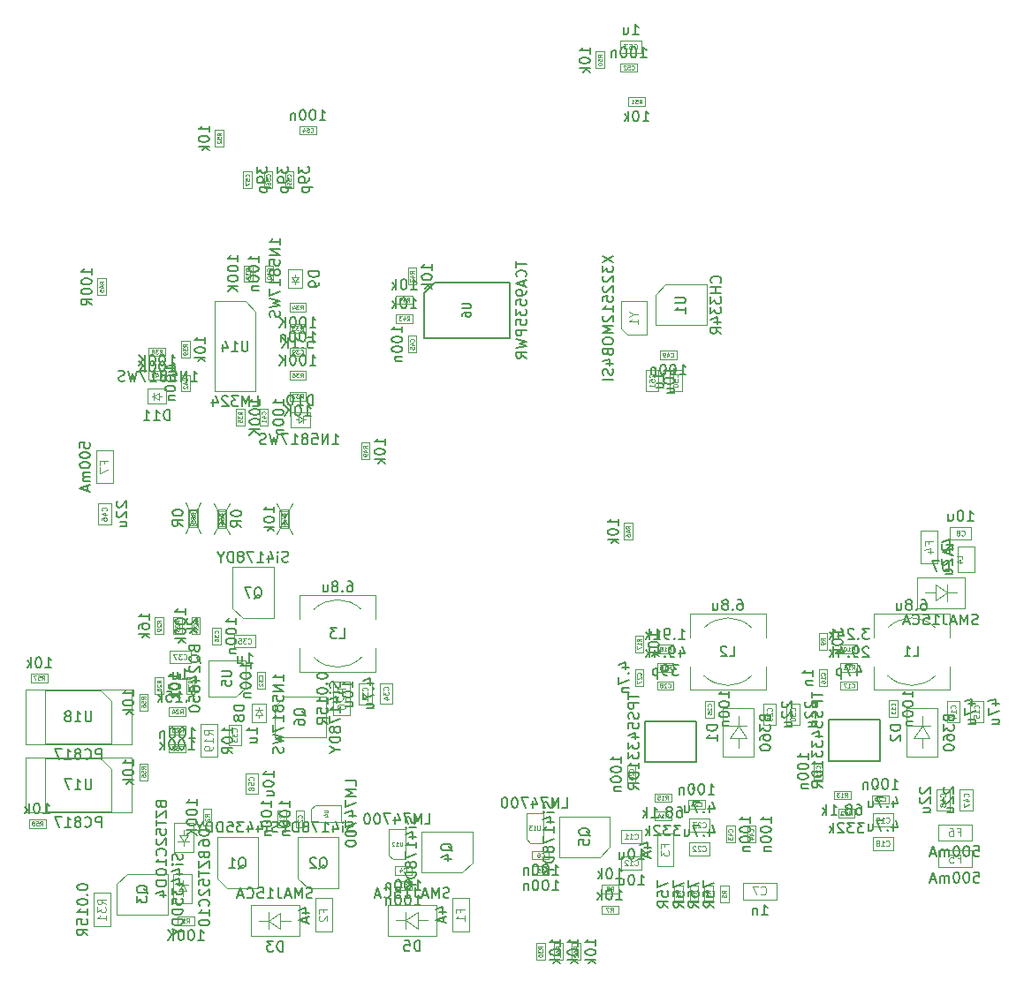
<source format=gbr>
%TF.GenerationSoftware,KiCad,Pcbnew,9.0.3*%
%TF.CreationDate,2025-10-22T18:56:13+03:00*%
%TF.ProjectId,ThingsGate-1,5468696e-6773-4476-9174-652d312e6b69,rev?*%
%TF.SameCoordinates,Original*%
%TF.FileFunction,AssemblyDrawing,Bot*%
%FSLAX46Y46*%
G04 Gerber Fmt 4.6, Leading zero omitted, Abs format (unit mm)*
G04 Created by KiCad (PCBNEW 9.0.3) date 2025-10-22 18:56:13*
%MOMM*%
%LPD*%
G01*
G04 APERTURE LIST*
%ADD10C,0.150000*%
%ADD11C,0.120000*%
%ADD12C,0.080000*%
%ADD13C,0.060000*%
%ADD14C,0.130000*%
%ADD15C,0.100000*%
%ADD16C,0.127000*%
%ADD17C,0.200000*%
G04 APERTURE END LIST*
D10*
X100331190Y-69754819D02*
X100521666Y-69754819D01*
X100521666Y-69754819D02*
X100616904Y-69802438D01*
X100616904Y-69802438D02*
X100664523Y-69850057D01*
X100664523Y-69850057D02*
X100759761Y-69992914D01*
X100759761Y-69992914D02*
X100807380Y-70183390D01*
X100807380Y-70183390D02*
X100807380Y-70564342D01*
X100807380Y-70564342D02*
X100759761Y-70659580D01*
X100759761Y-70659580D02*
X100712142Y-70707200D01*
X100712142Y-70707200D02*
X100616904Y-70754819D01*
X100616904Y-70754819D02*
X100426428Y-70754819D01*
X100426428Y-70754819D02*
X100331190Y-70707200D01*
X100331190Y-70707200D02*
X100283571Y-70659580D01*
X100283571Y-70659580D02*
X100235952Y-70564342D01*
X100235952Y-70564342D02*
X100235952Y-70326247D01*
X100235952Y-70326247D02*
X100283571Y-70231009D01*
X100283571Y-70231009D02*
X100331190Y-70183390D01*
X100331190Y-70183390D02*
X100426428Y-70135771D01*
X100426428Y-70135771D02*
X100616904Y-70135771D01*
X100616904Y-70135771D02*
X100712142Y-70183390D01*
X100712142Y-70183390D02*
X100759761Y-70231009D01*
X100759761Y-70231009D02*
X100807380Y-70326247D01*
X99807380Y-70659580D02*
X99759761Y-70707200D01*
X99759761Y-70707200D02*
X99807380Y-70754819D01*
X99807380Y-70754819D02*
X99854999Y-70707200D01*
X99854999Y-70707200D02*
X99807380Y-70659580D01*
X99807380Y-70659580D02*
X99807380Y-70754819D01*
X99188333Y-70183390D02*
X99283571Y-70135771D01*
X99283571Y-70135771D02*
X99331190Y-70088152D01*
X99331190Y-70088152D02*
X99378809Y-69992914D01*
X99378809Y-69992914D02*
X99378809Y-69945295D01*
X99378809Y-69945295D02*
X99331190Y-69850057D01*
X99331190Y-69850057D02*
X99283571Y-69802438D01*
X99283571Y-69802438D02*
X99188333Y-69754819D01*
X99188333Y-69754819D02*
X98997857Y-69754819D01*
X98997857Y-69754819D02*
X98902619Y-69802438D01*
X98902619Y-69802438D02*
X98855000Y-69850057D01*
X98855000Y-69850057D02*
X98807381Y-69945295D01*
X98807381Y-69945295D02*
X98807381Y-69992914D01*
X98807381Y-69992914D02*
X98855000Y-70088152D01*
X98855000Y-70088152D02*
X98902619Y-70135771D01*
X98902619Y-70135771D02*
X98997857Y-70183390D01*
X98997857Y-70183390D02*
X99188333Y-70183390D01*
X99188333Y-70183390D02*
X99283571Y-70231009D01*
X99283571Y-70231009D02*
X99331190Y-70278628D01*
X99331190Y-70278628D02*
X99378809Y-70373866D01*
X99378809Y-70373866D02*
X99378809Y-70564342D01*
X99378809Y-70564342D02*
X99331190Y-70659580D01*
X99331190Y-70659580D02*
X99283571Y-70707200D01*
X99283571Y-70707200D02*
X99188333Y-70754819D01*
X99188333Y-70754819D02*
X98997857Y-70754819D01*
X98997857Y-70754819D02*
X98902619Y-70707200D01*
X98902619Y-70707200D02*
X98855000Y-70659580D01*
X98855000Y-70659580D02*
X98807381Y-70564342D01*
X98807381Y-70564342D02*
X98807381Y-70373866D01*
X98807381Y-70373866D02*
X98855000Y-70278628D01*
X98855000Y-70278628D02*
X98902619Y-70231009D01*
X98902619Y-70231009D02*
X98997857Y-70183390D01*
X97950238Y-70088152D02*
X97950238Y-70754819D01*
X98378809Y-70088152D02*
X98378809Y-70611961D01*
X98378809Y-70611961D02*
X98331190Y-70707200D01*
X98331190Y-70707200D02*
X98235952Y-70754819D01*
X98235952Y-70754819D02*
X98093095Y-70754819D01*
X98093095Y-70754819D02*
X97997857Y-70707200D01*
X97997857Y-70707200D02*
X97950238Y-70659580D01*
X99521666Y-75204819D02*
X99997856Y-75204819D01*
X99997856Y-75204819D02*
X99997856Y-74204819D01*
X98664523Y-75204819D02*
X99235951Y-75204819D01*
X98950237Y-75204819D02*
X98950237Y-74204819D01*
X98950237Y-74204819D02*
X99045475Y-74347676D01*
X99045475Y-74347676D02*
X99140713Y-74442914D01*
X99140713Y-74442914D02*
X99235951Y-74490533D01*
X84966666Y-100004819D02*
X85538094Y-100004819D01*
X85252380Y-100004819D02*
X85252380Y-99004819D01*
X85252380Y-99004819D02*
X85347618Y-99147676D01*
X85347618Y-99147676D02*
X85442856Y-99242914D01*
X85442856Y-99242914D02*
X85538094Y-99290533D01*
X84538094Y-99338152D02*
X84538094Y-100004819D01*
X84538094Y-99433390D02*
X84490475Y-99385771D01*
X84490475Y-99385771D02*
X84395237Y-99338152D01*
X84395237Y-99338152D02*
X84252380Y-99338152D01*
X84252380Y-99338152D02*
X84157142Y-99385771D01*
X84157142Y-99385771D02*
X84109523Y-99481009D01*
X84109523Y-99481009D02*
X84109523Y-100004819D01*
D11*
X84933332Y-97987664D02*
X84971428Y-98025760D01*
X84971428Y-98025760D02*
X85085713Y-98063855D01*
X85085713Y-98063855D02*
X85161904Y-98063855D01*
X85161904Y-98063855D02*
X85276190Y-98025760D01*
X85276190Y-98025760D02*
X85352380Y-97949569D01*
X85352380Y-97949569D02*
X85390475Y-97873379D01*
X85390475Y-97873379D02*
X85428571Y-97720998D01*
X85428571Y-97720998D02*
X85428571Y-97606712D01*
X85428571Y-97606712D02*
X85390475Y-97454331D01*
X85390475Y-97454331D02*
X85352380Y-97378140D01*
X85352380Y-97378140D02*
X85276190Y-97301950D01*
X85276190Y-97301950D02*
X85161904Y-97263855D01*
X85161904Y-97263855D02*
X85085713Y-97263855D01*
X85085713Y-97263855D02*
X84971428Y-97301950D01*
X84971428Y-97301950D02*
X84933332Y-97340045D01*
X84666666Y-97263855D02*
X84133332Y-97263855D01*
X84133332Y-97263855D02*
X84476190Y-98063855D01*
D10*
X38204819Y-86757142D02*
X38204819Y-86185714D01*
X38204819Y-86471428D02*
X37204819Y-86471428D01*
X37204819Y-86471428D02*
X37347676Y-86376190D01*
X37347676Y-86376190D02*
X37442914Y-86280952D01*
X37442914Y-86280952D02*
X37490533Y-86185714D01*
X37204819Y-87376190D02*
X37204819Y-87471428D01*
X37204819Y-87471428D02*
X37252438Y-87566666D01*
X37252438Y-87566666D02*
X37300057Y-87614285D01*
X37300057Y-87614285D02*
X37395295Y-87661904D01*
X37395295Y-87661904D02*
X37585771Y-87709523D01*
X37585771Y-87709523D02*
X37823866Y-87709523D01*
X37823866Y-87709523D02*
X38014342Y-87661904D01*
X38014342Y-87661904D02*
X38109580Y-87614285D01*
X38109580Y-87614285D02*
X38157200Y-87566666D01*
X38157200Y-87566666D02*
X38204819Y-87471428D01*
X38204819Y-87471428D02*
X38204819Y-87376190D01*
X38204819Y-87376190D02*
X38157200Y-87280952D01*
X38157200Y-87280952D02*
X38109580Y-87233333D01*
X38109580Y-87233333D02*
X38014342Y-87185714D01*
X38014342Y-87185714D02*
X37823866Y-87138095D01*
X37823866Y-87138095D02*
X37585771Y-87138095D01*
X37585771Y-87138095D02*
X37395295Y-87185714D01*
X37395295Y-87185714D02*
X37300057Y-87233333D01*
X37300057Y-87233333D02*
X37252438Y-87280952D01*
X37252438Y-87280952D02*
X37204819Y-87376190D01*
X37538152Y-88566666D02*
X38204819Y-88566666D01*
X37538152Y-88138095D02*
X38061961Y-88138095D01*
X38061961Y-88138095D02*
X38157200Y-88185714D01*
X38157200Y-88185714D02*
X38204819Y-88280952D01*
X38204819Y-88280952D02*
X38204819Y-88423809D01*
X38204819Y-88423809D02*
X38157200Y-88519047D01*
X38157200Y-88519047D02*
X38109580Y-88566666D01*
D12*
X36279530Y-87078571D02*
X36303340Y-87054762D01*
X36303340Y-87054762D02*
X36327149Y-86983333D01*
X36327149Y-86983333D02*
X36327149Y-86935714D01*
X36327149Y-86935714D02*
X36303340Y-86864286D01*
X36303340Y-86864286D02*
X36255720Y-86816667D01*
X36255720Y-86816667D02*
X36208101Y-86792857D01*
X36208101Y-86792857D02*
X36112863Y-86769048D01*
X36112863Y-86769048D02*
X36041435Y-86769048D01*
X36041435Y-86769048D02*
X35946197Y-86792857D01*
X35946197Y-86792857D02*
X35898578Y-86816667D01*
X35898578Y-86816667D02*
X35850959Y-86864286D01*
X35850959Y-86864286D02*
X35827149Y-86935714D01*
X35827149Y-86935714D02*
X35827149Y-86983333D01*
X35827149Y-86983333D02*
X35850959Y-87054762D01*
X35850959Y-87054762D02*
X35874768Y-87078571D01*
X35827149Y-87530952D02*
X35827149Y-87292857D01*
X35827149Y-87292857D02*
X36065244Y-87269048D01*
X36065244Y-87269048D02*
X36041435Y-87292857D01*
X36041435Y-87292857D02*
X36017625Y-87340476D01*
X36017625Y-87340476D02*
X36017625Y-87459524D01*
X36017625Y-87459524D02*
X36041435Y-87507143D01*
X36041435Y-87507143D02*
X36065244Y-87530952D01*
X36065244Y-87530952D02*
X36112863Y-87554762D01*
X36112863Y-87554762D02*
X36231911Y-87554762D01*
X36231911Y-87554762D02*
X36279530Y-87530952D01*
X36279530Y-87530952D02*
X36303340Y-87507143D01*
X36303340Y-87507143D02*
X36327149Y-87459524D01*
X36327149Y-87459524D02*
X36327149Y-87340476D01*
X36327149Y-87340476D02*
X36303340Y-87292857D01*
X36303340Y-87292857D02*
X36279530Y-87269048D01*
X36041435Y-87840476D02*
X36017625Y-87792857D01*
X36017625Y-87792857D02*
X35993816Y-87769047D01*
X35993816Y-87769047D02*
X35946197Y-87745238D01*
X35946197Y-87745238D02*
X35922387Y-87745238D01*
X35922387Y-87745238D02*
X35874768Y-87769047D01*
X35874768Y-87769047D02*
X35850959Y-87792857D01*
X35850959Y-87792857D02*
X35827149Y-87840476D01*
X35827149Y-87840476D02*
X35827149Y-87935714D01*
X35827149Y-87935714D02*
X35850959Y-87983333D01*
X35850959Y-87983333D02*
X35874768Y-88007142D01*
X35874768Y-88007142D02*
X35922387Y-88030952D01*
X35922387Y-88030952D02*
X35946197Y-88030952D01*
X35946197Y-88030952D02*
X35993816Y-88007142D01*
X35993816Y-88007142D02*
X36017625Y-87983333D01*
X36017625Y-87983333D02*
X36041435Y-87935714D01*
X36041435Y-87935714D02*
X36041435Y-87840476D01*
X36041435Y-87840476D02*
X36065244Y-87792857D01*
X36065244Y-87792857D02*
X36089054Y-87769047D01*
X36089054Y-87769047D02*
X36136673Y-87745238D01*
X36136673Y-87745238D02*
X36231911Y-87745238D01*
X36231911Y-87745238D02*
X36279530Y-87769047D01*
X36279530Y-87769047D02*
X36303340Y-87792857D01*
X36303340Y-87792857D02*
X36327149Y-87840476D01*
X36327149Y-87840476D02*
X36327149Y-87935714D01*
X36327149Y-87935714D02*
X36303340Y-87983333D01*
X36303340Y-87983333D02*
X36279530Y-88007142D01*
X36279530Y-88007142D02*
X36231911Y-88030952D01*
X36231911Y-88030952D02*
X36136673Y-88030952D01*
X36136673Y-88030952D02*
X36089054Y-88007142D01*
X36089054Y-88007142D02*
X36065244Y-87983333D01*
X36065244Y-87983333D02*
X36041435Y-87935714D01*
D10*
X39774819Y-89630952D02*
X39774819Y-89059524D01*
X39774819Y-89345238D02*
X38774819Y-89345238D01*
X38774819Y-89345238D02*
X38917676Y-89250000D01*
X38917676Y-89250000D02*
X39012914Y-89154762D01*
X39012914Y-89154762D02*
X39060533Y-89059524D01*
X38774819Y-90250000D02*
X38774819Y-90345238D01*
X38774819Y-90345238D02*
X38822438Y-90440476D01*
X38822438Y-90440476D02*
X38870057Y-90488095D01*
X38870057Y-90488095D02*
X38965295Y-90535714D01*
X38965295Y-90535714D02*
X39155771Y-90583333D01*
X39155771Y-90583333D02*
X39393866Y-90583333D01*
X39393866Y-90583333D02*
X39584342Y-90535714D01*
X39584342Y-90535714D02*
X39679580Y-90488095D01*
X39679580Y-90488095D02*
X39727200Y-90440476D01*
X39727200Y-90440476D02*
X39774819Y-90345238D01*
X39774819Y-90345238D02*
X39774819Y-90250000D01*
X39774819Y-90250000D02*
X39727200Y-90154762D01*
X39727200Y-90154762D02*
X39679580Y-90107143D01*
X39679580Y-90107143D02*
X39584342Y-90059524D01*
X39584342Y-90059524D02*
X39393866Y-90011905D01*
X39393866Y-90011905D02*
X39155771Y-90011905D01*
X39155771Y-90011905D02*
X38965295Y-90059524D01*
X38965295Y-90059524D02*
X38870057Y-90107143D01*
X38870057Y-90107143D02*
X38822438Y-90154762D01*
X38822438Y-90154762D02*
X38774819Y-90250000D01*
X38774819Y-91202381D02*
X38774819Y-91297619D01*
X38774819Y-91297619D02*
X38822438Y-91392857D01*
X38822438Y-91392857D02*
X38870057Y-91440476D01*
X38870057Y-91440476D02*
X38965295Y-91488095D01*
X38965295Y-91488095D02*
X39155771Y-91535714D01*
X39155771Y-91535714D02*
X39393866Y-91535714D01*
X39393866Y-91535714D02*
X39584342Y-91488095D01*
X39584342Y-91488095D02*
X39679580Y-91440476D01*
X39679580Y-91440476D02*
X39727200Y-91392857D01*
X39727200Y-91392857D02*
X39774819Y-91297619D01*
X39774819Y-91297619D02*
X39774819Y-91202381D01*
X39774819Y-91202381D02*
X39727200Y-91107143D01*
X39727200Y-91107143D02*
X39679580Y-91059524D01*
X39679580Y-91059524D02*
X39584342Y-91011905D01*
X39584342Y-91011905D02*
X39393866Y-90964286D01*
X39393866Y-90964286D02*
X39155771Y-90964286D01*
X39155771Y-90964286D02*
X38965295Y-91011905D01*
X38965295Y-91011905D02*
X38870057Y-91059524D01*
X38870057Y-91059524D02*
X38822438Y-91107143D01*
X38822438Y-91107143D02*
X38774819Y-91202381D01*
X39108152Y-91964286D02*
X39774819Y-91964286D01*
X39203390Y-91964286D02*
X39155771Y-92011905D01*
X39155771Y-92011905D02*
X39108152Y-92107143D01*
X39108152Y-92107143D02*
X39108152Y-92250000D01*
X39108152Y-92250000D02*
X39155771Y-92345238D01*
X39155771Y-92345238D02*
X39251009Y-92392857D01*
X39251009Y-92392857D02*
X39774819Y-92392857D01*
D13*
X40893832Y-90683333D02*
X40912880Y-90664285D01*
X40912880Y-90664285D02*
X40931927Y-90607143D01*
X40931927Y-90607143D02*
X40931927Y-90569047D01*
X40931927Y-90569047D02*
X40912880Y-90511904D01*
X40912880Y-90511904D02*
X40874784Y-90473809D01*
X40874784Y-90473809D02*
X40836689Y-90454762D01*
X40836689Y-90454762D02*
X40760499Y-90435714D01*
X40760499Y-90435714D02*
X40703356Y-90435714D01*
X40703356Y-90435714D02*
X40627165Y-90454762D01*
X40627165Y-90454762D02*
X40589070Y-90473809D01*
X40589070Y-90473809D02*
X40550975Y-90511904D01*
X40550975Y-90511904D02*
X40531927Y-90569047D01*
X40531927Y-90569047D02*
X40531927Y-90607143D01*
X40531927Y-90607143D02*
X40550975Y-90664285D01*
X40550975Y-90664285D02*
X40570022Y-90683333D01*
X40570022Y-90835714D02*
X40550975Y-90854762D01*
X40550975Y-90854762D02*
X40531927Y-90892857D01*
X40531927Y-90892857D02*
X40531927Y-90988095D01*
X40531927Y-90988095D02*
X40550975Y-91026190D01*
X40550975Y-91026190D02*
X40570022Y-91045238D01*
X40570022Y-91045238D02*
X40608118Y-91064285D01*
X40608118Y-91064285D02*
X40646213Y-91064285D01*
X40646213Y-91064285D02*
X40703356Y-91045238D01*
X40703356Y-91045238D02*
X40931927Y-90816666D01*
X40931927Y-90816666D02*
X40931927Y-91064285D01*
D10*
X51745607Y-99068216D02*
X52317035Y-99068216D01*
X52031321Y-99068216D02*
X52031321Y-98068216D01*
X52031321Y-98068216D02*
X52126559Y-98211073D01*
X52126559Y-98211073D02*
X52221797Y-98306311D01*
X52221797Y-98306311D02*
X52317035Y-98353930D01*
X51126559Y-98068216D02*
X51031321Y-98068216D01*
X51031321Y-98068216D02*
X50936083Y-98115835D01*
X50936083Y-98115835D02*
X50888464Y-98163454D01*
X50888464Y-98163454D02*
X50840845Y-98258692D01*
X50840845Y-98258692D02*
X50793226Y-98449168D01*
X50793226Y-98449168D02*
X50793226Y-98687263D01*
X50793226Y-98687263D02*
X50840845Y-98877739D01*
X50840845Y-98877739D02*
X50888464Y-98972977D01*
X50888464Y-98972977D02*
X50936083Y-99020597D01*
X50936083Y-99020597D02*
X51031321Y-99068216D01*
X51031321Y-99068216D02*
X51126559Y-99068216D01*
X51126559Y-99068216D02*
X51221797Y-99020597D01*
X51221797Y-99020597D02*
X51269416Y-98972977D01*
X51269416Y-98972977D02*
X51317035Y-98877739D01*
X51317035Y-98877739D02*
X51364654Y-98687263D01*
X51364654Y-98687263D02*
X51364654Y-98449168D01*
X51364654Y-98449168D02*
X51317035Y-98258692D01*
X51317035Y-98258692D02*
X51269416Y-98163454D01*
X51269416Y-98163454D02*
X51221797Y-98115835D01*
X51221797Y-98115835D02*
X51126559Y-98068216D01*
X50174178Y-98068216D02*
X50078940Y-98068216D01*
X50078940Y-98068216D02*
X49983702Y-98115835D01*
X49983702Y-98115835D02*
X49936083Y-98163454D01*
X49936083Y-98163454D02*
X49888464Y-98258692D01*
X49888464Y-98258692D02*
X49840845Y-98449168D01*
X49840845Y-98449168D02*
X49840845Y-98687263D01*
X49840845Y-98687263D02*
X49888464Y-98877739D01*
X49888464Y-98877739D02*
X49936083Y-98972977D01*
X49936083Y-98972977D02*
X49983702Y-99020597D01*
X49983702Y-99020597D02*
X50078940Y-99068216D01*
X50078940Y-99068216D02*
X50174178Y-99068216D01*
X50174178Y-99068216D02*
X50269416Y-99020597D01*
X50269416Y-99020597D02*
X50317035Y-98972977D01*
X50317035Y-98972977D02*
X50364654Y-98877739D01*
X50364654Y-98877739D02*
X50412273Y-98687263D01*
X50412273Y-98687263D02*
X50412273Y-98449168D01*
X50412273Y-98449168D02*
X50364654Y-98258692D01*
X50364654Y-98258692D02*
X50317035Y-98163454D01*
X50317035Y-98163454D02*
X50269416Y-98115835D01*
X50269416Y-98115835D02*
X50174178Y-98068216D01*
X49412273Y-98401549D02*
X49412273Y-99068216D01*
X49412273Y-98496787D02*
X49364654Y-98449168D01*
X49364654Y-98449168D02*
X49269416Y-98401549D01*
X49269416Y-98401549D02*
X49126559Y-98401549D01*
X49126559Y-98401549D02*
X49031321Y-98449168D01*
X49031321Y-98449168D02*
X48983702Y-98544406D01*
X48983702Y-98544406D02*
X48983702Y-99068216D01*
D13*
X50693226Y-97327229D02*
X50712274Y-97346277D01*
X50712274Y-97346277D02*
X50769416Y-97365324D01*
X50769416Y-97365324D02*
X50807512Y-97365324D01*
X50807512Y-97365324D02*
X50864655Y-97346277D01*
X50864655Y-97346277D02*
X50902750Y-97308181D01*
X50902750Y-97308181D02*
X50921797Y-97270086D01*
X50921797Y-97270086D02*
X50940845Y-97193896D01*
X50940845Y-97193896D02*
X50940845Y-97136753D01*
X50940845Y-97136753D02*
X50921797Y-97060562D01*
X50921797Y-97060562D02*
X50902750Y-97022467D01*
X50902750Y-97022467D02*
X50864655Y-96984372D01*
X50864655Y-96984372D02*
X50807512Y-96965324D01*
X50807512Y-96965324D02*
X50769416Y-96965324D01*
X50769416Y-96965324D02*
X50712274Y-96984372D01*
X50712274Y-96984372D02*
X50693226Y-97003419D01*
X50559893Y-96965324D02*
X50312274Y-96965324D01*
X50312274Y-96965324D02*
X50445607Y-97117705D01*
X50445607Y-97117705D02*
X50388464Y-97117705D01*
X50388464Y-97117705D02*
X50350369Y-97136753D01*
X50350369Y-97136753D02*
X50331321Y-97155800D01*
X50331321Y-97155800D02*
X50312274Y-97193896D01*
X50312274Y-97193896D02*
X50312274Y-97289134D01*
X50312274Y-97289134D02*
X50331321Y-97327229D01*
X50331321Y-97327229D02*
X50350369Y-97346277D01*
X50350369Y-97346277D02*
X50388464Y-97365324D01*
X50388464Y-97365324D02*
X50502750Y-97365324D01*
X50502750Y-97365324D02*
X50540845Y-97346277D01*
X50540845Y-97346277D02*
X50559893Y-97327229D01*
D10*
X30601009Y-74469166D02*
X30648628Y-74612023D01*
X30648628Y-74612023D02*
X30696247Y-74659642D01*
X30696247Y-74659642D02*
X30791485Y-74707261D01*
X30791485Y-74707261D02*
X30934342Y-74707261D01*
X30934342Y-74707261D02*
X31029580Y-74659642D01*
X31029580Y-74659642D02*
X31077200Y-74612023D01*
X31077200Y-74612023D02*
X31124819Y-74516785D01*
X31124819Y-74516785D02*
X31124819Y-74135833D01*
X31124819Y-74135833D02*
X30124819Y-74135833D01*
X30124819Y-74135833D02*
X30124819Y-74469166D01*
X30124819Y-74469166D02*
X30172438Y-74564404D01*
X30172438Y-74564404D02*
X30220057Y-74612023D01*
X30220057Y-74612023D02*
X30315295Y-74659642D01*
X30315295Y-74659642D02*
X30410533Y-74659642D01*
X30410533Y-74659642D02*
X30505771Y-74612023D01*
X30505771Y-74612023D02*
X30553390Y-74564404D01*
X30553390Y-74564404D02*
X30601009Y-74469166D01*
X30601009Y-74469166D02*
X30601009Y-74135833D01*
X31220057Y-75802499D02*
X31172438Y-75707261D01*
X31172438Y-75707261D02*
X31077200Y-75612023D01*
X31077200Y-75612023D02*
X30934342Y-75469166D01*
X30934342Y-75469166D02*
X30886723Y-75373928D01*
X30886723Y-75373928D02*
X30886723Y-75278690D01*
X31124819Y-75326309D02*
X31077200Y-75231071D01*
X31077200Y-75231071D02*
X30981961Y-75135833D01*
X30981961Y-75135833D02*
X30791485Y-75088214D01*
X30791485Y-75088214D02*
X30458152Y-75088214D01*
X30458152Y-75088214D02*
X30267676Y-75135833D01*
X30267676Y-75135833D02*
X30172438Y-75231071D01*
X30172438Y-75231071D02*
X30124819Y-75326309D01*
X30124819Y-75326309D02*
X30124819Y-75516785D01*
X30124819Y-75516785D02*
X30172438Y-75612023D01*
X30172438Y-75612023D02*
X30267676Y-75707261D01*
X30267676Y-75707261D02*
X30458152Y-75754880D01*
X30458152Y-75754880D02*
X30791485Y-75754880D01*
X30791485Y-75754880D02*
X30981961Y-75707261D01*
X30981961Y-75707261D02*
X31077200Y-75612023D01*
X31077200Y-75612023D02*
X31124819Y-75516785D01*
X31124819Y-75516785D02*
X31124819Y-75326309D01*
X30220057Y-76135833D02*
X30172438Y-76183452D01*
X30172438Y-76183452D02*
X30124819Y-76278690D01*
X30124819Y-76278690D02*
X30124819Y-76516785D01*
X30124819Y-76516785D02*
X30172438Y-76612023D01*
X30172438Y-76612023D02*
X30220057Y-76659642D01*
X30220057Y-76659642D02*
X30315295Y-76707261D01*
X30315295Y-76707261D02*
X30410533Y-76707261D01*
X30410533Y-76707261D02*
X30553390Y-76659642D01*
X30553390Y-76659642D02*
X31124819Y-76088214D01*
X31124819Y-76088214D02*
X31124819Y-76707261D01*
X30458152Y-77564404D02*
X31124819Y-77564404D01*
X30077200Y-77326309D02*
X30791485Y-77088214D01*
X30791485Y-77088214D02*
X30791485Y-77707261D01*
X30124819Y-78516785D02*
X30124819Y-78326309D01*
X30124819Y-78326309D02*
X30172438Y-78231071D01*
X30172438Y-78231071D02*
X30220057Y-78183452D01*
X30220057Y-78183452D02*
X30362914Y-78088214D01*
X30362914Y-78088214D02*
X30553390Y-78040595D01*
X30553390Y-78040595D02*
X30934342Y-78040595D01*
X30934342Y-78040595D02*
X31029580Y-78088214D01*
X31029580Y-78088214D02*
X31077200Y-78135833D01*
X31077200Y-78135833D02*
X31124819Y-78231071D01*
X31124819Y-78231071D02*
X31124819Y-78421547D01*
X31124819Y-78421547D02*
X31077200Y-78516785D01*
X31077200Y-78516785D02*
X31029580Y-78564404D01*
X31029580Y-78564404D02*
X30934342Y-78612023D01*
X30934342Y-78612023D02*
X30696247Y-78612023D01*
X30696247Y-78612023D02*
X30601009Y-78564404D01*
X30601009Y-78564404D02*
X30553390Y-78516785D01*
X30553390Y-78516785D02*
X30505771Y-78421547D01*
X30505771Y-78421547D02*
X30505771Y-78231071D01*
X30505771Y-78231071D02*
X30553390Y-78135833D01*
X30553390Y-78135833D02*
X30601009Y-78088214D01*
X30601009Y-78088214D02*
X30696247Y-78040595D01*
X30124819Y-79516785D02*
X30124819Y-79040595D01*
X30124819Y-79040595D02*
X30601009Y-78992976D01*
X30601009Y-78992976D02*
X30553390Y-79040595D01*
X30553390Y-79040595D02*
X30505771Y-79135833D01*
X30505771Y-79135833D02*
X30505771Y-79373928D01*
X30505771Y-79373928D02*
X30553390Y-79469166D01*
X30553390Y-79469166D02*
X30601009Y-79516785D01*
X30601009Y-79516785D02*
X30696247Y-79564404D01*
X30696247Y-79564404D02*
X30934342Y-79564404D01*
X30934342Y-79564404D02*
X31029580Y-79516785D01*
X31029580Y-79516785D02*
X31077200Y-79469166D01*
X31077200Y-79469166D02*
X31124819Y-79373928D01*
X31124819Y-79373928D02*
X31124819Y-79135833D01*
X31124819Y-79135833D02*
X31077200Y-79040595D01*
X31077200Y-79040595D02*
X31029580Y-78992976D01*
X30124819Y-80183452D02*
X30124819Y-80278690D01*
X30124819Y-80278690D02*
X30172438Y-80373928D01*
X30172438Y-80373928D02*
X30220057Y-80421547D01*
X30220057Y-80421547D02*
X30315295Y-80469166D01*
X30315295Y-80469166D02*
X30505771Y-80516785D01*
X30505771Y-80516785D02*
X30743866Y-80516785D01*
X30743866Y-80516785D02*
X30934342Y-80469166D01*
X30934342Y-80469166D02*
X31029580Y-80421547D01*
X31029580Y-80421547D02*
X31077200Y-80373928D01*
X31077200Y-80373928D02*
X31124819Y-80278690D01*
X31124819Y-80278690D02*
X31124819Y-80183452D01*
X31124819Y-80183452D02*
X31077200Y-80088214D01*
X31077200Y-80088214D02*
X31029580Y-80040595D01*
X31029580Y-80040595D02*
X30934342Y-79992976D01*
X30934342Y-79992976D02*
X30743866Y-79945357D01*
X30743866Y-79945357D02*
X30505771Y-79945357D01*
X30505771Y-79945357D02*
X30315295Y-79992976D01*
X30315295Y-79992976D02*
X30220057Y-80040595D01*
X30220057Y-80040595D02*
X30172438Y-80088214D01*
X30172438Y-80088214D02*
X30124819Y-80183452D01*
D14*
X33270345Y-76632023D02*
X33982726Y-76632023D01*
X33982726Y-76632023D02*
X34066536Y-76673928D01*
X34066536Y-76673928D02*
X34108441Y-76715833D01*
X34108441Y-76715833D02*
X34150345Y-76799642D01*
X34150345Y-76799642D02*
X34150345Y-76967261D01*
X34150345Y-76967261D02*
X34108441Y-77051071D01*
X34108441Y-77051071D02*
X34066536Y-77092976D01*
X34066536Y-77092976D02*
X33982726Y-77134880D01*
X33982726Y-77134880D02*
X33270345Y-77134880D01*
X33270345Y-77972976D02*
X33270345Y-77553928D01*
X33270345Y-77553928D02*
X33689393Y-77512024D01*
X33689393Y-77512024D02*
X33647488Y-77553928D01*
X33647488Y-77553928D02*
X33605583Y-77637738D01*
X33605583Y-77637738D02*
X33605583Y-77847262D01*
X33605583Y-77847262D02*
X33647488Y-77931071D01*
X33647488Y-77931071D02*
X33689393Y-77972976D01*
X33689393Y-77972976D02*
X33773202Y-78014881D01*
X33773202Y-78014881D02*
X33982726Y-78014881D01*
X33982726Y-78014881D02*
X34066536Y-77972976D01*
X34066536Y-77972976D02*
X34108441Y-77931071D01*
X34108441Y-77931071D02*
X34150345Y-77847262D01*
X34150345Y-77847262D02*
X34150345Y-77637738D01*
X34150345Y-77637738D02*
X34108441Y-77553928D01*
X34108441Y-77553928D02*
X34066536Y-77512024D01*
D10*
X21690475Y-85054819D02*
X21690475Y-84054819D01*
X21690475Y-84054819D02*
X21309523Y-84054819D01*
X21309523Y-84054819D02*
X21214285Y-84102438D01*
X21214285Y-84102438D02*
X21166666Y-84150057D01*
X21166666Y-84150057D02*
X21119047Y-84245295D01*
X21119047Y-84245295D02*
X21119047Y-84388152D01*
X21119047Y-84388152D02*
X21166666Y-84483390D01*
X21166666Y-84483390D02*
X21214285Y-84531009D01*
X21214285Y-84531009D02*
X21309523Y-84578628D01*
X21309523Y-84578628D02*
X21690475Y-84578628D01*
X20119047Y-84959580D02*
X20166666Y-85007200D01*
X20166666Y-85007200D02*
X20309523Y-85054819D01*
X20309523Y-85054819D02*
X20404761Y-85054819D01*
X20404761Y-85054819D02*
X20547618Y-85007200D01*
X20547618Y-85007200D02*
X20642856Y-84911961D01*
X20642856Y-84911961D02*
X20690475Y-84816723D01*
X20690475Y-84816723D02*
X20738094Y-84626247D01*
X20738094Y-84626247D02*
X20738094Y-84483390D01*
X20738094Y-84483390D02*
X20690475Y-84292914D01*
X20690475Y-84292914D02*
X20642856Y-84197676D01*
X20642856Y-84197676D02*
X20547618Y-84102438D01*
X20547618Y-84102438D02*
X20404761Y-84054819D01*
X20404761Y-84054819D02*
X20309523Y-84054819D01*
X20309523Y-84054819D02*
X20166666Y-84102438D01*
X20166666Y-84102438D02*
X20119047Y-84150057D01*
X19547618Y-84483390D02*
X19642856Y-84435771D01*
X19642856Y-84435771D02*
X19690475Y-84388152D01*
X19690475Y-84388152D02*
X19738094Y-84292914D01*
X19738094Y-84292914D02*
X19738094Y-84245295D01*
X19738094Y-84245295D02*
X19690475Y-84150057D01*
X19690475Y-84150057D02*
X19642856Y-84102438D01*
X19642856Y-84102438D02*
X19547618Y-84054819D01*
X19547618Y-84054819D02*
X19357142Y-84054819D01*
X19357142Y-84054819D02*
X19261904Y-84102438D01*
X19261904Y-84102438D02*
X19214285Y-84150057D01*
X19214285Y-84150057D02*
X19166666Y-84245295D01*
X19166666Y-84245295D02*
X19166666Y-84292914D01*
X19166666Y-84292914D02*
X19214285Y-84388152D01*
X19214285Y-84388152D02*
X19261904Y-84435771D01*
X19261904Y-84435771D02*
X19357142Y-84483390D01*
X19357142Y-84483390D02*
X19547618Y-84483390D01*
X19547618Y-84483390D02*
X19642856Y-84531009D01*
X19642856Y-84531009D02*
X19690475Y-84578628D01*
X19690475Y-84578628D02*
X19738094Y-84673866D01*
X19738094Y-84673866D02*
X19738094Y-84864342D01*
X19738094Y-84864342D02*
X19690475Y-84959580D01*
X19690475Y-84959580D02*
X19642856Y-85007200D01*
X19642856Y-85007200D02*
X19547618Y-85054819D01*
X19547618Y-85054819D02*
X19357142Y-85054819D01*
X19357142Y-85054819D02*
X19261904Y-85007200D01*
X19261904Y-85007200D02*
X19214285Y-84959580D01*
X19214285Y-84959580D02*
X19166666Y-84864342D01*
X19166666Y-84864342D02*
X19166666Y-84673866D01*
X19166666Y-84673866D02*
X19214285Y-84578628D01*
X19214285Y-84578628D02*
X19261904Y-84531009D01*
X19261904Y-84531009D02*
X19357142Y-84483390D01*
X18214285Y-85054819D02*
X18785713Y-85054819D01*
X18499999Y-85054819D02*
X18499999Y-84054819D01*
X18499999Y-84054819D02*
X18595237Y-84197676D01*
X18595237Y-84197676D02*
X18690475Y-84292914D01*
X18690475Y-84292914D02*
X18785713Y-84340533D01*
X17880951Y-84054819D02*
X17214285Y-84054819D01*
X17214285Y-84054819D02*
X17642856Y-85054819D01*
X20738094Y-80454819D02*
X20738094Y-81264342D01*
X20738094Y-81264342D02*
X20690475Y-81359580D01*
X20690475Y-81359580D02*
X20642856Y-81407200D01*
X20642856Y-81407200D02*
X20547618Y-81454819D01*
X20547618Y-81454819D02*
X20357142Y-81454819D01*
X20357142Y-81454819D02*
X20261904Y-81407200D01*
X20261904Y-81407200D02*
X20214285Y-81359580D01*
X20214285Y-81359580D02*
X20166666Y-81264342D01*
X20166666Y-81264342D02*
X20166666Y-80454819D01*
X19166666Y-81454819D02*
X19738094Y-81454819D01*
X19452380Y-81454819D02*
X19452380Y-80454819D01*
X19452380Y-80454819D02*
X19547618Y-80597676D01*
X19547618Y-80597676D02*
X19642856Y-80692914D01*
X19642856Y-80692914D02*
X19738094Y-80740533D01*
X18595237Y-80883390D02*
X18690475Y-80835771D01*
X18690475Y-80835771D02*
X18738094Y-80788152D01*
X18738094Y-80788152D02*
X18785713Y-80692914D01*
X18785713Y-80692914D02*
X18785713Y-80645295D01*
X18785713Y-80645295D02*
X18738094Y-80550057D01*
X18738094Y-80550057D02*
X18690475Y-80502438D01*
X18690475Y-80502438D02*
X18595237Y-80454819D01*
X18595237Y-80454819D02*
X18404761Y-80454819D01*
X18404761Y-80454819D02*
X18309523Y-80502438D01*
X18309523Y-80502438D02*
X18261904Y-80550057D01*
X18261904Y-80550057D02*
X18214285Y-80645295D01*
X18214285Y-80645295D02*
X18214285Y-80692914D01*
X18214285Y-80692914D02*
X18261904Y-80788152D01*
X18261904Y-80788152D02*
X18309523Y-80835771D01*
X18309523Y-80835771D02*
X18404761Y-80883390D01*
X18404761Y-80883390D02*
X18595237Y-80883390D01*
X18595237Y-80883390D02*
X18690475Y-80931009D01*
X18690475Y-80931009D02*
X18738094Y-80978628D01*
X18738094Y-80978628D02*
X18785713Y-81073866D01*
X18785713Y-81073866D02*
X18785713Y-81264342D01*
X18785713Y-81264342D02*
X18738094Y-81359580D01*
X18738094Y-81359580D02*
X18690475Y-81407200D01*
X18690475Y-81407200D02*
X18595237Y-81454819D01*
X18595237Y-81454819D02*
X18404761Y-81454819D01*
X18404761Y-81454819D02*
X18309523Y-81407200D01*
X18309523Y-81407200D02*
X18261904Y-81359580D01*
X18261904Y-81359580D02*
X18214285Y-81264342D01*
X18214285Y-81264342D02*
X18214285Y-81073866D01*
X18214285Y-81073866D02*
X18261904Y-80978628D01*
X18261904Y-80978628D02*
X18309523Y-80931009D01*
X18309523Y-80931009D02*
X18404761Y-80883390D01*
X30071428Y-84134819D02*
X30642856Y-84134819D01*
X30357142Y-84134819D02*
X30357142Y-83134819D01*
X30357142Y-83134819D02*
X30452380Y-83277676D01*
X30452380Y-83277676D02*
X30547618Y-83372914D01*
X30547618Y-83372914D02*
X30642856Y-83420533D01*
X29452380Y-83134819D02*
X29357142Y-83134819D01*
X29357142Y-83134819D02*
X29261904Y-83182438D01*
X29261904Y-83182438D02*
X29214285Y-83230057D01*
X29214285Y-83230057D02*
X29166666Y-83325295D01*
X29166666Y-83325295D02*
X29119047Y-83515771D01*
X29119047Y-83515771D02*
X29119047Y-83753866D01*
X29119047Y-83753866D02*
X29166666Y-83944342D01*
X29166666Y-83944342D02*
X29214285Y-84039580D01*
X29214285Y-84039580D02*
X29261904Y-84087200D01*
X29261904Y-84087200D02*
X29357142Y-84134819D01*
X29357142Y-84134819D02*
X29452380Y-84134819D01*
X29452380Y-84134819D02*
X29547618Y-84087200D01*
X29547618Y-84087200D02*
X29595237Y-84039580D01*
X29595237Y-84039580D02*
X29642856Y-83944342D01*
X29642856Y-83944342D02*
X29690475Y-83753866D01*
X29690475Y-83753866D02*
X29690475Y-83515771D01*
X29690475Y-83515771D02*
X29642856Y-83325295D01*
X29642856Y-83325295D02*
X29595237Y-83230057D01*
X29595237Y-83230057D02*
X29547618Y-83182438D01*
X29547618Y-83182438D02*
X29452380Y-83134819D01*
X28499999Y-83134819D02*
X28404761Y-83134819D01*
X28404761Y-83134819D02*
X28309523Y-83182438D01*
X28309523Y-83182438D02*
X28261904Y-83230057D01*
X28261904Y-83230057D02*
X28214285Y-83325295D01*
X28214285Y-83325295D02*
X28166666Y-83515771D01*
X28166666Y-83515771D02*
X28166666Y-83753866D01*
X28166666Y-83753866D02*
X28214285Y-83944342D01*
X28214285Y-83944342D02*
X28261904Y-84039580D01*
X28261904Y-84039580D02*
X28309523Y-84087200D01*
X28309523Y-84087200D02*
X28404761Y-84134819D01*
X28404761Y-84134819D02*
X28499999Y-84134819D01*
X28499999Y-84134819D02*
X28595237Y-84087200D01*
X28595237Y-84087200D02*
X28642856Y-84039580D01*
X28642856Y-84039580D02*
X28690475Y-83944342D01*
X28690475Y-83944342D02*
X28738094Y-83753866D01*
X28738094Y-83753866D02*
X28738094Y-83515771D01*
X28738094Y-83515771D02*
X28690475Y-83325295D01*
X28690475Y-83325295D02*
X28642856Y-83230057D01*
X28642856Y-83230057D02*
X28595237Y-83182438D01*
X28595237Y-83182438D02*
X28499999Y-83134819D01*
X27738094Y-84134819D02*
X27738094Y-83134819D01*
X27642856Y-83753866D02*
X27357142Y-84134819D01*
X27357142Y-83468152D02*
X27738094Y-83849104D01*
D13*
X29257142Y-82431927D02*
X29390475Y-82241451D01*
X29485713Y-82431927D02*
X29485713Y-82031927D01*
X29485713Y-82031927D02*
X29333332Y-82031927D01*
X29333332Y-82031927D02*
X29295237Y-82050975D01*
X29295237Y-82050975D02*
X29276190Y-82070022D01*
X29276190Y-82070022D02*
X29257142Y-82108118D01*
X29257142Y-82108118D02*
X29257142Y-82165260D01*
X29257142Y-82165260D02*
X29276190Y-82203356D01*
X29276190Y-82203356D02*
X29295237Y-82222403D01*
X29295237Y-82222403D02*
X29333332Y-82241451D01*
X29333332Y-82241451D02*
X29485713Y-82241451D01*
X29104761Y-82070022D02*
X29085713Y-82050975D01*
X29085713Y-82050975D02*
X29047618Y-82031927D01*
X29047618Y-82031927D02*
X28952380Y-82031927D01*
X28952380Y-82031927D02*
X28914285Y-82050975D01*
X28914285Y-82050975D02*
X28895237Y-82070022D01*
X28895237Y-82070022D02*
X28876190Y-82108118D01*
X28876190Y-82108118D02*
X28876190Y-82146213D01*
X28876190Y-82146213D02*
X28895237Y-82203356D01*
X28895237Y-82203356D02*
X29123809Y-82431927D01*
X29123809Y-82431927D02*
X28876190Y-82431927D01*
X28742857Y-82031927D02*
X28495238Y-82031927D01*
X28495238Y-82031927D02*
X28628571Y-82184308D01*
X28628571Y-82184308D02*
X28571428Y-82184308D01*
X28571428Y-82184308D02*
X28533333Y-82203356D01*
X28533333Y-82203356D02*
X28514285Y-82222403D01*
X28514285Y-82222403D02*
X28495238Y-82260499D01*
X28495238Y-82260499D02*
X28495238Y-82355737D01*
X28495238Y-82355737D02*
X28514285Y-82393832D01*
X28514285Y-82393832D02*
X28533333Y-82412880D01*
X28533333Y-82412880D02*
X28571428Y-82431927D01*
X28571428Y-82431927D02*
X28685714Y-82431927D01*
X28685714Y-82431927D02*
X28723809Y-82412880D01*
X28723809Y-82412880D02*
X28742857Y-82393832D01*
D10*
X89424819Y-85080952D02*
X89424819Y-84509524D01*
X89424819Y-84795238D02*
X88424819Y-84795238D01*
X88424819Y-84795238D02*
X88567676Y-84700000D01*
X88567676Y-84700000D02*
X88662914Y-84604762D01*
X88662914Y-84604762D02*
X88710533Y-84509524D01*
X88424819Y-85700000D02*
X88424819Y-85795238D01*
X88424819Y-85795238D02*
X88472438Y-85890476D01*
X88472438Y-85890476D02*
X88520057Y-85938095D01*
X88520057Y-85938095D02*
X88615295Y-85985714D01*
X88615295Y-85985714D02*
X88805771Y-86033333D01*
X88805771Y-86033333D02*
X89043866Y-86033333D01*
X89043866Y-86033333D02*
X89234342Y-85985714D01*
X89234342Y-85985714D02*
X89329580Y-85938095D01*
X89329580Y-85938095D02*
X89377200Y-85890476D01*
X89377200Y-85890476D02*
X89424819Y-85795238D01*
X89424819Y-85795238D02*
X89424819Y-85700000D01*
X89424819Y-85700000D02*
X89377200Y-85604762D01*
X89377200Y-85604762D02*
X89329580Y-85557143D01*
X89329580Y-85557143D02*
X89234342Y-85509524D01*
X89234342Y-85509524D02*
X89043866Y-85461905D01*
X89043866Y-85461905D02*
X88805771Y-85461905D01*
X88805771Y-85461905D02*
X88615295Y-85509524D01*
X88615295Y-85509524D02*
X88520057Y-85557143D01*
X88520057Y-85557143D02*
X88472438Y-85604762D01*
X88472438Y-85604762D02*
X88424819Y-85700000D01*
X88424819Y-86652381D02*
X88424819Y-86747619D01*
X88424819Y-86747619D02*
X88472438Y-86842857D01*
X88472438Y-86842857D02*
X88520057Y-86890476D01*
X88520057Y-86890476D02*
X88615295Y-86938095D01*
X88615295Y-86938095D02*
X88805771Y-86985714D01*
X88805771Y-86985714D02*
X89043866Y-86985714D01*
X89043866Y-86985714D02*
X89234342Y-86938095D01*
X89234342Y-86938095D02*
X89329580Y-86890476D01*
X89329580Y-86890476D02*
X89377200Y-86842857D01*
X89377200Y-86842857D02*
X89424819Y-86747619D01*
X89424819Y-86747619D02*
X89424819Y-86652381D01*
X89424819Y-86652381D02*
X89377200Y-86557143D01*
X89377200Y-86557143D02*
X89329580Y-86509524D01*
X89329580Y-86509524D02*
X89234342Y-86461905D01*
X89234342Y-86461905D02*
X89043866Y-86414286D01*
X89043866Y-86414286D02*
X88805771Y-86414286D01*
X88805771Y-86414286D02*
X88615295Y-86461905D01*
X88615295Y-86461905D02*
X88520057Y-86509524D01*
X88520057Y-86509524D02*
X88472438Y-86557143D01*
X88472438Y-86557143D02*
X88424819Y-86652381D01*
X88758152Y-87414286D02*
X89424819Y-87414286D01*
X88853390Y-87414286D02*
X88805771Y-87461905D01*
X88805771Y-87461905D02*
X88758152Y-87557143D01*
X88758152Y-87557143D02*
X88758152Y-87700000D01*
X88758152Y-87700000D02*
X88805771Y-87795238D01*
X88805771Y-87795238D02*
X88901009Y-87842857D01*
X88901009Y-87842857D02*
X89424819Y-87842857D01*
D13*
X90543832Y-85942857D02*
X90562880Y-85923809D01*
X90562880Y-85923809D02*
X90581927Y-85866667D01*
X90581927Y-85866667D02*
X90581927Y-85828571D01*
X90581927Y-85828571D02*
X90562880Y-85771428D01*
X90562880Y-85771428D02*
X90524784Y-85733333D01*
X90524784Y-85733333D02*
X90486689Y-85714286D01*
X90486689Y-85714286D02*
X90410499Y-85695238D01*
X90410499Y-85695238D02*
X90353356Y-85695238D01*
X90353356Y-85695238D02*
X90277165Y-85714286D01*
X90277165Y-85714286D02*
X90239070Y-85733333D01*
X90239070Y-85733333D02*
X90200975Y-85771428D01*
X90200975Y-85771428D02*
X90181927Y-85828571D01*
X90181927Y-85828571D02*
X90181927Y-85866667D01*
X90181927Y-85866667D02*
X90200975Y-85923809D01*
X90200975Y-85923809D02*
X90220022Y-85942857D01*
X90220022Y-86095238D02*
X90200975Y-86114286D01*
X90200975Y-86114286D02*
X90181927Y-86152381D01*
X90181927Y-86152381D02*
X90181927Y-86247619D01*
X90181927Y-86247619D02*
X90200975Y-86285714D01*
X90200975Y-86285714D02*
X90220022Y-86304762D01*
X90220022Y-86304762D02*
X90258118Y-86323809D01*
X90258118Y-86323809D02*
X90296213Y-86323809D01*
X90296213Y-86323809D02*
X90353356Y-86304762D01*
X90353356Y-86304762D02*
X90581927Y-86076190D01*
X90581927Y-86076190D02*
X90581927Y-86323809D01*
X90581927Y-86704761D02*
X90581927Y-86476190D01*
X90581927Y-86590476D02*
X90181927Y-86590476D01*
X90181927Y-86590476D02*
X90239070Y-86552380D01*
X90239070Y-86552380D02*
X90277165Y-86514285D01*
X90277165Y-86514285D02*
X90296213Y-86476190D01*
D10*
X42619047Y-23774819D02*
X43190475Y-23774819D01*
X42904761Y-23774819D02*
X42904761Y-22774819D01*
X42904761Y-22774819D02*
X42999999Y-22917676D01*
X42999999Y-22917676D02*
X43095237Y-23012914D01*
X43095237Y-23012914D02*
X43190475Y-23060533D01*
X41999999Y-22774819D02*
X41904761Y-22774819D01*
X41904761Y-22774819D02*
X41809523Y-22822438D01*
X41809523Y-22822438D02*
X41761904Y-22870057D01*
X41761904Y-22870057D02*
X41714285Y-22965295D01*
X41714285Y-22965295D02*
X41666666Y-23155771D01*
X41666666Y-23155771D02*
X41666666Y-23393866D01*
X41666666Y-23393866D02*
X41714285Y-23584342D01*
X41714285Y-23584342D02*
X41761904Y-23679580D01*
X41761904Y-23679580D02*
X41809523Y-23727200D01*
X41809523Y-23727200D02*
X41904761Y-23774819D01*
X41904761Y-23774819D02*
X41999999Y-23774819D01*
X41999999Y-23774819D02*
X42095237Y-23727200D01*
X42095237Y-23727200D02*
X42142856Y-23679580D01*
X42142856Y-23679580D02*
X42190475Y-23584342D01*
X42190475Y-23584342D02*
X42238094Y-23393866D01*
X42238094Y-23393866D02*
X42238094Y-23155771D01*
X42238094Y-23155771D02*
X42190475Y-22965295D01*
X42190475Y-22965295D02*
X42142856Y-22870057D01*
X42142856Y-22870057D02*
X42095237Y-22822438D01*
X42095237Y-22822438D02*
X41999999Y-22774819D01*
X41047618Y-22774819D02*
X40952380Y-22774819D01*
X40952380Y-22774819D02*
X40857142Y-22822438D01*
X40857142Y-22822438D02*
X40809523Y-22870057D01*
X40809523Y-22870057D02*
X40761904Y-22965295D01*
X40761904Y-22965295D02*
X40714285Y-23155771D01*
X40714285Y-23155771D02*
X40714285Y-23393866D01*
X40714285Y-23393866D02*
X40761904Y-23584342D01*
X40761904Y-23584342D02*
X40809523Y-23679580D01*
X40809523Y-23679580D02*
X40857142Y-23727200D01*
X40857142Y-23727200D02*
X40952380Y-23774819D01*
X40952380Y-23774819D02*
X41047618Y-23774819D01*
X41047618Y-23774819D02*
X41142856Y-23727200D01*
X41142856Y-23727200D02*
X41190475Y-23679580D01*
X41190475Y-23679580D02*
X41238094Y-23584342D01*
X41238094Y-23584342D02*
X41285713Y-23393866D01*
X41285713Y-23393866D02*
X41285713Y-23155771D01*
X41285713Y-23155771D02*
X41238094Y-22965295D01*
X41238094Y-22965295D02*
X41190475Y-22870057D01*
X41190475Y-22870057D02*
X41142856Y-22822438D01*
X41142856Y-22822438D02*
X41047618Y-22774819D01*
X40285713Y-23108152D02*
X40285713Y-23774819D01*
X40285713Y-23203390D02*
X40238094Y-23155771D01*
X40238094Y-23155771D02*
X40142856Y-23108152D01*
X40142856Y-23108152D02*
X39999999Y-23108152D01*
X39999999Y-23108152D02*
X39904761Y-23155771D01*
X39904761Y-23155771D02*
X39857142Y-23251009D01*
X39857142Y-23251009D02*
X39857142Y-23774819D01*
D13*
X41757142Y-24893832D02*
X41776190Y-24912880D01*
X41776190Y-24912880D02*
X41833332Y-24931927D01*
X41833332Y-24931927D02*
X41871428Y-24931927D01*
X41871428Y-24931927D02*
X41928571Y-24912880D01*
X41928571Y-24912880D02*
X41966666Y-24874784D01*
X41966666Y-24874784D02*
X41985713Y-24836689D01*
X41985713Y-24836689D02*
X42004761Y-24760499D01*
X42004761Y-24760499D02*
X42004761Y-24703356D01*
X42004761Y-24703356D02*
X41985713Y-24627165D01*
X41985713Y-24627165D02*
X41966666Y-24589070D01*
X41966666Y-24589070D02*
X41928571Y-24550975D01*
X41928571Y-24550975D02*
X41871428Y-24531927D01*
X41871428Y-24531927D02*
X41833332Y-24531927D01*
X41833332Y-24531927D02*
X41776190Y-24550975D01*
X41776190Y-24550975D02*
X41757142Y-24570022D01*
X41395237Y-24531927D02*
X41585713Y-24531927D01*
X41585713Y-24531927D02*
X41604761Y-24722403D01*
X41604761Y-24722403D02*
X41585713Y-24703356D01*
X41585713Y-24703356D02*
X41547618Y-24684308D01*
X41547618Y-24684308D02*
X41452380Y-24684308D01*
X41452380Y-24684308D02*
X41414285Y-24703356D01*
X41414285Y-24703356D02*
X41395237Y-24722403D01*
X41395237Y-24722403D02*
X41376190Y-24760499D01*
X41376190Y-24760499D02*
X41376190Y-24855737D01*
X41376190Y-24855737D02*
X41395237Y-24893832D01*
X41395237Y-24893832D02*
X41414285Y-24912880D01*
X41414285Y-24912880D02*
X41452380Y-24931927D01*
X41452380Y-24931927D02*
X41547618Y-24931927D01*
X41547618Y-24931927D02*
X41585713Y-24912880D01*
X41585713Y-24912880D02*
X41604761Y-24893832D01*
X41033333Y-24665260D02*
X41033333Y-24931927D01*
X41128571Y-24512880D02*
X41223809Y-24798594D01*
X41223809Y-24798594D02*
X40976190Y-24798594D01*
D10*
X77144047Y-48184819D02*
X77715475Y-48184819D01*
X77429761Y-48184819D02*
X77429761Y-47184819D01*
X77429761Y-47184819D02*
X77524999Y-47327676D01*
X77524999Y-47327676D02*
X77620237Y-47422914D01*
X77620237Y-47422914D02*
X77715475Y-47470533D01*
X76524999Y-47184819D02*
X76429761Y-47184819D01*
X76429761Y-47184819D02*
X76334523Y-47232438D01*
X76334523Y-47232438D02*
X76286904Y-47280057D01*
X76286904Y-47280057D02*
X76239285Y-47375295D01*
X76239285Y-47375295D02*
X76191666Y-47565771D01*
X76191666Y-47565771D02*
X76191666Y-47803866D01*
X76191666Y-47803866D02*
X76239285Y-47994342D01*
X76239285Y-47994342D02*
X76286904Y-48089580D01*
X76286904Y-48089580D02*
X76334523Y-48137200D01*
X76334523Y-48137200D02*
X76429761Y-48184819D01*
X76429761Y-48184819D02*
X76524999Y-48184819D01*
X76524999Y-48184819D02*
X76620237Y-48137200D01*
X76620237Y-48137200D02*
X76667856Y-48089580D01*
X76667856Y-48089580D02*
X76715475Y-47994342D01*
X76715475Y-47994342D02*
X76763094Y-47803866D01*
X76763094Y-47803866D02*
X76763094Y-47565771D01*
X76763094Y-47565771D02*
X76715475Y-47375295D01*
X76715475Y-47375295D02*
X76667856Y-47280057D01*
X76667856Y-47280057D02*
X76620237Y-47232438D01*
X76620237Y-47232438D02*
X76524999Y-47184819D01*
X75572618Y-47184819D02*
X75477380Y-47184819D01*
X75477380Y-47184819D02*
X75382142Y-47232438D01*
X75382142Y-47232438D02*
X75334523Y-47280057D01*
X75334523Y-47280057D02*
X75286904Y-47375295D01*
X75286904Y-47375295D02*
X75239285Y-47565771D01*
X75239285Y-47565771D02*
X75239285Y-47803866D01*
X75239285Y-47803866D02*
X75286904Y-47994342D01*
X75286904Y-47994342D02*
X75334523Y-48089580D01*
X75334523Y-48089580D02*
X75382142Y-48137200D01*
X75382142Y-48137200D02*
X75477380Y-48184819D01*
X75477380Y-48184819D02*
X75572618Y-48184819D01*
X75572618Y-48184819D02*
X75667856Y-48137200D01*
X75667856Y-48137200D02*
X75715475Y-48089580D01*
X75715475Y-48089580D02*
X75763094Y-47994342D01*
X75763094Y-47994342D02*
X75810713Y-47803866D01*
X75810713Y-47803866D02*
X75810713Y-47565771D01*
X75810713Y-47565771D02*
X75763094Y-47375295D01*
X75763094Y-47375295D02*
X75715475Y-47280057D01*
X75715475Y-47280057D02*
X75667856Y-47232438D01*
X75667856Y-47232438D02*
X75572618Y-47184819D01*
X74810713Y-47518152D02*
X74810713Y-48184819D01*
X74810713Y-47613390D02*
X74763094Y-47565771D01*
X74763094Y-47565771D02*
X74667856Y-47518152D01*
X74667856Y-47518152D02*
X74524999Y-47518152D01*
X74524999Y-47518152D02*
X74429761Y-47565771D01*
X74429761Y-47565771D02*
X74382142Y-47661009D01*
X74382142Y-47661009D02*
X74382142Y-48184819D01*
D13*
X76282142Y-46443832D02*
X76301190Y-46462880D01*
X76301190Y-46462880D02*
X76358332Y-46481927D01*
X76358332Y-46481927D02*
X76396428Y-46481927D01*
X76396428Y-46481927D02*
X76453571Y-46462880D01*
X76453571Y-46462880D02*
X76491666Y-46424784D01*
X76491666Y-46424784D02*
X76510713Y-46386689D01*
X76510713Y-46386689D02*
X76529761Y-46310499D01*
X76529761Y-46310499D02*
X76529761Y-46253356D01*
X76529761Y-46253356D02*
X76510713Y-46177165D01*
X76510713Y-46177165D02*
X76491666Y-46139070D01*
X76491666Y-46139070D02*
X76453571Y-46100975D01*
X76453571Y-46100975D02*
X76396428Y-46081927D01*
X76396428Y-46081927D02*
X76358332Y-46081927D01*
X76358332Y-46081927D02*
X76301190Y-46100975D01*
X76301190Y-46100975D02*
X76282142Y-46120022D01*
X75939285Y-46215260D02*
X75939285Y-46481927D01*
X76034523Y-46062880D02*
X76129761Y-46348594D01*
X76129761Y-46348594D02*
X75882142Y-46348594D01*
X75710714Y-46481927D02*
X75634523Y-46481927D01*
X75634523Y-46481927D02*
X75596428Y-46462880D01*
X75596428Y-46462880D02*
X75577380Y-46443832D01*
X75577380Y-46443832D02*
X75539285Y-46386689D01*
X75539285Y-46386689D02*
X75520238Y-46310499D01*
X75520238Y-46310499D02*
X75520238Y-46158118D01*
X75520238Y-46158118D02*
X75539285Y-46120022D01*
X75539285Y-46120022D02*
X75558333Y-46100975D01*
X75558333Y-46100975D02*
X75596428Y-46081927D01*
X75596428Y-46081927D02*
X75672619Y-46081927D01*
X75672619Y-46081927D02*
X75710714Y-46100975D01*
X75710714Y-46100975D02*
X75729761Y-46120022D01*
X75729761Y-46120022D02*
X75748809Y-46158118D01*
X75748809Y-46158118D02*
X75748809Y-46253356D01*
X75748809Y-46253356D02*
X75729761Y-46291451D01*
X75729761Y-46291451D02*
X75710714Y-46310499D01*
X75710714Y-46310499D02*
X75672619Y-46329546D01*
X75672619Y-46329546D02*
X75596428Y-46329546D01*
X75596428Y-46329546D02*
X75558333Y-46310499D01*
X75558333Y-46310499D02*
X75539285Y-46291451D01*
X75539285Y-46291451D02*
X75520238Y-46253356D01*
D10*
X107073152Y-79761904D02*
X107739819Y-79761904D01*
X106692200Y-79523809D02*
X107406485Y-79285714D01*
X107406485Y-79285714D02*
X107406485Y-79904761D01*
X106739819Y-80190476D02*
X106739819Y-80857142D01*
X106739819Y-80857142D02*
X107739819Y-80428571D01*
X107073152Y-81666666D02*
X107739819Y-81666666D01*
X107073152Y-81238095D02*
X107596961Y-81238095D01*
X107596961Y-81238095D02*
X107692200Y-81285714D01*
X107692200Y-81285714D02*
X107739819Y-81380952D01*
X107739819Y-81380952D02*
X107739819Y-81523809D01*
X107739819Y-81523809D02*
X107692200Y-81619047D01*
X107692200Y-81619047D02*
X107644580Y-81666666D01*
D12*
X105784530Y-80178571D02*
X105808340Y-80154762D01*
X105808340Y-80154762D02*
X105832149Y-80083333D01*
X105832149Y-80083333D02*
X105832149Y-80035714D01*
X105832149Y-80035714D02*
X105808340Y-79964286D01*
X105808340Y-79964286D02*
X105760720Y-79916667D01*
X105760720Y-79916667D02*
X105713101Y-79892857D01*
X105713101Y-79892857D02*
X105617863Y-79869048D01*
X105617863Y-79869048D02*
X105546435Y-79869048D01*
X105546435Y-79869048D02*
X105451197Y-79892857D01*
X105451197Y-79892857D02*
X105403578Y-79916667D01*
X105403578Y-79916667D02*
X105355959Y-79964286D01*
X105355959Y-79964286D02*
X105332149Y-80035714D01*
X105332149Y-80035714D02*
X105332149Y-80083333D01*
X105332149Y-80083333D02*
X105355959Y-80154762D01*
X105355959Y-80154762D02*
X105379768Y-80178571D01*
X105832149Y-80654762D02*
X105832149Y-80369048D01*
X105832149Y-80511905D02*
X105332149Y-80511905D01*
X105332149Y-80511905D02*
X105403578Y-80464286D01*
X105403578Y-80464286D02*
X105451197Y-80416667D01*
X105451197Y-80416667D02*
X105475006Y-80369048D01*
X105332149Y-81107142D02*
X105332149Y-80869047D01*
X105332149Y-80869047D02*
X105570244Y-80845238D01*
X105570244Y-80845238D02*
X105546435Y-80869047D01*
X105546435Y-80869047D02*
X105522625Y-80916666D01*
X105522625Y-80916666D02*
X105522625Y-81035714D01*
X105522625Y-81035714D02*
X105546435Y-81083333D01*
X105546435Y-81083333D02*
X105570244Y-81107142D01*
X105570244Y-81107142D02*
X105617863Y-81130952D01*
X105617863Y-81130952D02*
X105736911Y-81130952D01*
X105736911Y-81130952D02*
X105784530Y-81107142D01*
X105784530Y-81107142D02*
X105808340Y-81083333D01*
X105808340Y-81083333D02*
X105832149Y-81035714D01*
X105832149Y-81035714D02*
X105832149Y-80916666D01*
X105832149Y-80916666D02*
X105808340Y-80869047D01*
X105808340Y-80869047D02*
X105784530Y-80845238D01*
D10*
X97474047Y-87924819D02*
X98045475Y-87924819D01*
X97759761Y-87924819D02*
X97759761Y-86924819D01*
X97759761Y-86924819D02*
X97854999Y-87067676D01*
X97854999Y-87067676D02*
X97950237Y-87162914D01*
X97950237Y-87162914D02*
X98045475Y-87210533D01*
X96854999Y-86924819D02*
X96759761Y-86924819D01*
X96759761Y-86924819D02*
X96664523Y-86972438D01*
X96664523Y-86972438D02*
X96616904Y-87020057D01*
X96616904Y-87020057D02*
X96569285Y-87115295D01*
X96569285Y-87115295D02*
X96521666Y-87305771D01*
X96521666Y-87305771D02*
X96521666Y-87543866D01*
X96521666Y-87543866D02*
X96569285Y-87734342D01*
X96569285Y-87734342D02*
X96616904Y-87829580D01*
X96616904Y-87829580D02*
X96664523Y-87877200D01*
X96664523Y-87877200D02*
X96759761Y-87924819D01*
X96759761Y-87924819D02*
X96854999Y-87924819D01*
X96854999Y-87924819D02*
X96950237Y-87877200D01*
X96950237Y-87877200D02*
X96997856Y-87829580D01*
X96997856Y-87829580D02*
X97045475Y-87734342D01*
X97045475Y-87734342D02*
X97093094Y-87543866D01*
X97093094Y-87543866D02*
X97093094Y-87305771D01*
X97093094Y-87305771D02*
X97045475Y-87115295D01*
X97045475Y-87115295D02*
X96997856Y-87020057D01*
X96997856Y-87020057D02*
X96950237Y-86972438D01*
X96950237Y-86972438D02*
X96854999Y-86924819D01*
X95902618Y-86924819D02*
X95807380Y-86924819D01*
X95807380Y-86924819D02*
X95712142Y-86972438D01*
X95712142Y-86972438D02*
X95664523Y-87020057D01*
X95664523Y-87020057D02*
X95616904Y-87115295D01*
X95616904Y-87115295D02*
X95569285Y-87305771D01*
X95569285Y-87305771D02*
X95569285Y-87543866D01*
X95569285Y-87543866D02*
X95616904Y-87734342D01*
X95616904Y-87734342D02*
X95664523Y-87829580D01*
X95664523Y-87829580D02*
X95712142Y-87877200D01*
X95712142Y-87877200D02*
X95807380Y-87924819D01*
X95807380Y-87924819D02*
X95902618Y-87924819D01*
X95902618Y-87924819D02*
X95997856Y-87877200D01*
X95997856Y-87877200D02*
X96045475Y-87829580D01*
X96045475Y-87829580D02*
X96093094Y-87734342D01*
X96093094Y-87734342D02*
X96140713Y-87543866D01*
X96140713Y-87543866D02*
X96140713Y-87305771D01*
X96140713Y-87305771D02*
X96093094Y-87115295D01*
X96093094Y-87115295D02*
X96045475Y-87020057D01*
X96045475Y-87020057D02*
X95997856Y-86972438D01*
X95997856Y-86972438D02*
X95902618Y-86924819D01*
X95140713Y-87258152D02*
X95140713Y-87924819D01*
X95140713Y-87353390D02*
X95093094Y-87305771D01*
X95093094Y-87305771D02*
X94997856Y-87258152D01*
X94997856Y-87258152D02*
X94854999Y-87258152D01*
X94854999Y-87258152D02*
X94759761Y-87305771D01*
X94759761Y-87305771D02*
X94712142Y-87401009D01*
X94712142Y-87401009D02*
X94712142Y-87924819D01*
D13*
X96612142Y-89043832D02*
X96631190Y-89062880D01*
X96631190Y-89062880D02*
X96688332Y-89081927D01*
X96688332Y-89081927D02*
X96726428Y-89081927D01*
X96726428Y-89081927D02*
X96783571Y-89062880D01*
X96783571Y-89062880D02*
X96821666Y-89024784D01*
X96821666Y-89024784D02*
X96840713Y-88986689D01*
X96840713Y-88986689D02*
X96859761Y-88910499D01*
X96859761Y-88910499D02*
X96859761Y-88853356D01*
X96859761Y-88853356D02*
X96840713Y-88777165D01*
X96840713Y-88777165D02*
X96821666Y-88739070D01*
X96821666Y-88739070D02*
X96783571Y-88700975D01*
X96783571Y-88700975D02*
X96726428Y-88681927D01*
X96726428Y-88681927D02*
X96688332Y-88681927D01*
X96688332Y-88681927D02*
X96631190Y-88700975D01*
X96631190Y-88700975D02*
X96612142Y-88720022D01*
X96459761Y-88720022D02*
X96440713Y-88700975D01*
X96440713Y-88700975D02*
X96402618Y-88681927D01*
X96402618Y-88681927D02*
X96307380Y-88681927D01*
X96307380Y-88681927D02*
X96269285Y-88700975D01*
X96269285Y-88700975D02*
X96250237Y-88720022D01*
X96250237Y-88720022D02*
X96231190Y-88758118D01*
X96231190Y-88758118D02*
X96231190Y-88796213D01*
X96231190Y-88796213D02*
X96250237Y-88853356D01*
X96250237Y-88853356D02*
X96478809Y-89081927D01*
X96478809Y-89081927D02*
X96231190Y-89081927D01*
X95983571Y-88681927D02*
X95945476Y-88681927D01*
X95945476Y-88681927D02*
X95907380Y-88700975D01*
X95907380Y-88700975D02*
X95888333Y-88720022D01*
X95888333Y-88720022D02*
X95869285Y-88758118D01*
X95869285Y-88758118D02*
X95850238Y-88834308D01*
X95850238Y-88834308D02*
X95850238Y-88929546D01*
X95850238Y-88929546D02*
X95869285Y-89005737D01*
X95869285Y-89005737D02*
X95888333Y-89043832D01*
X95888333Y-89043832D02*
X95907380Y-89062880D01*
X95907380Y-89062880D02*
X95945476Y-89081927D01*
X95945476Y-89081927D02*
X95983571Y-89081927D01*
X95983571Y-89081927D02*
X96021666Y-89062880D01*
X96021666Y-89062880D02*
X96040714Y-89043832D01*
X96040714Y-89043832D02*
X96059761Y-89005737D01*
X96059761Y-89005737D02*
X96078809Y-88929546D01*
X96078809Y-88929546D02*
X96078809Y-88834308D01*
X96078809Y-88834308D02*
X96059761Y-88758118D01*
X96059761Y-88758118D02*
X96040714Y-88720022D01*
X96040714Y-88720022D02*
X96021666Y-88700975D01*
X96021666Y-88700975D02*
X95983571Y-88681927D01*
D10*
X45804819Y-78169642D02*
X45804819Y-77598214D01*
X45804819Y-77883928D02*
X44804819Y-77883928D01*
X44804819Y-77883928D02*
X44947676Y-77788690D01*
X44947676Y-77788690D02*
X45042914Y-77693452D01*
X45042914Y-77693452D02*
X45090533Y-77598214D01*
X44804819Y-78788690D02*
X44804819Y-78883928D01*
X44804819Y-78883928D02*
X44852438Y-78979166D01*
X44852438Y-78979166D02*
X44900057Y-79026785D01*
X44900057Y-79026785D02*
X44995295Y-79074404D01*
X44995295Y-79074404D02*
X45185771Y-79122023D01*
X45185771Y-79122023D02*
X45423866Y-79122023D01*
X45423866Y-79122023D02*
X45614342Y-79074404D01*
X45614342Y-79074404D02*
X45709580Y-79026785D01*
X45709580Y-79026785D02*
X45757200Y-78979166D01*
X45757200Y-78979166D02*
X45804819Y-78883928D01*
X45804819Y-78883928D02*
X45804819Y-78788690D01*
X45804819Y-78788690D02*
X45757200Y-78693452D01*
X45757200Y-78693452D02*
X45709580Y-78645833D01*
X45709580Y-78645833D02*
X45614342Y-78598214D01*
X45614342Y-78598214D02*
X45423866Y-78550595D01*
X45423866Y-78550595D02*
X45185771Y-78550595D01*
X45185771Y-78550595D02*
X44995295Y-78598214D01*
X44995295Y-78598214D02*
X44900057Y-78645833D01*
X44900057Y-78645833D02*
X44852438Y-78693452D01*
X44852438Y-78693452D02*
X44804819Y-78788690D01*
X45138152Y-79979166D02*
X45804819Y-79979166D01*
X45138152Y-79550595D02*
X45661961Y-79550595D01*
X45661961Y-79550595D02*
X45757200Y-79598214D01*
X45757200Y-79598214D02*
X45804819Y-79693452D01*
X45804819Y-79693452D02*
X45804819Y-79836309D01*
X45804819Y-79836309D02*
X45757200Y-79931547D01*
X45757200Y-79931547D02*
X45709580Y-79979166D01*
D12*
X47179530Y-78491071D02*
X47203340Y-78467262D01*
X47203340Y-78467262D02*
X47227149Y-78395833D01*
X47227149Y-78395833D02*
X47227149Y-78348214D01*
X47227149Y-78348214D02*
X47203340Y-78276786D01*
X47203340Y-78276786D02*
X47155720Y-78229167D01*
X47155720Y-78229167D02*
X47108101Y-78205357D01*
X47108101Y-78205357D02*
X47012863Y-78181548D01*
X47012863Y-78181548D02*
X46941435Y-78181548D01*
X46941435Y-78181548D02*
X46846197Y-78205357D01*
X46846197Y-78205357D02*
X46798578Y-78229167D01*
X46798578Y-78229167D02*
X46750959Y-78276786D01*
X46750959Y-78276786D02*
X46727149Y-78348214D01*
X46727149Y-78348214D02*
X46727149Y-78395833D01*
X46727149Y-78395833D02*
X46750959Y-78467262D01*
X46750959Y-78467262D02*
X46774768Y-78491071D01*
X46727149Y-78657738D02*
X46727149Y-78967262D01*
X46727149Y-78967262D02*
X46917625Y-78800595D01*
X46917625Y-78800595D02*
X46917625Y-78872024D01*
X46917625Y-78872024D02*
X46941435Y-78919643D01*
X46941435Y-78919643D02*
X46965244Y-78943452D01*
X46965244Y-78943452D02*
X47012863Y-78967262D01*
X47012863Y-78967262D02*
X47131911Y-78967262D01*
X47131911Y-78967262D02*
X47179530Y-78943452D01*
X47179530Y-78943452D02*
X47203340Y-78919643D01*
X47203340Y-78919643D02*
X47227149Y-78872024D01*
X47227149Y-78872024D02*
X47227149Y-78729167D01*
X47227149Y-78729167D02*
X47203340Y-78681548D01*
X47203340Y-78681548D02*
X47179530Y-78657738D01*
X47227149Y-79443452D02*
X47227149Y-79157738D01*
X47227149Y-79300595D02*
X46727149Y-79300595D01*
X46727149Y-79300595D02*
X46798578Y-79252976D01*
X46798578Y-79252976D02*
X46846197Y-79205357D01*
X46846197Y-79205357D02*
X46870006Y-79157738D01*
D10*
X69754819Y-36773810D02*
X70754819Y-37440476D01*
X69754819Y-37440476D02*
X70754819Y-36773810D01*
X69754819Y-37726191D02*
X69754819Y-38345238D01*
X69754819Y-38345238D02*
X70135771Y-38011905D01*
X70135771Y-38011905D02*
X70135771Y-38154762D01*
X70135771Y-38154762D02*
X70183390Y-38250000D01*
X70183390Y-38250000D02*
X70231009Y-38297619D01*
X70231009Y-38297619D02*
X70326247Y-38345238D01*
X70326247Y-38345238D02*
X70564342Y-38345238D01*
X70564342Y-38345238D02*
X70659580Y-38297619D01*
X70659580Y-38297619D02*
X70707200Y-38250000D01*
X70707200Y-38250000D02*
X70754819Y-38154762D01*
X70754819Y-38154762D02*
X70754819Y-37869048D01*
X70754819Y-37869048D02*
X70707200Y-37773810D01*
X70707200Y-37773810D02*
X70659580Y-37726191D01*
X69850057Y-38726191D02*
X69802438Y-38773810D01*
X69802438Y-38773810D02*
X69754819Y-38869048D01*
X69754819Y-38869048D02*
X69754819Y-39107143D01*
X69754819Y-39107143D02*
X69802438Y-39202381D01*
X69802438Y-39202381D02*
X69850057Y-39250000D01*
X69850057Y-39250000D02*
X69945295Y-39297619D01*
X69945295Y-39297619D02*
X70040533Y-39297619D01*
X70040533Y-39297619D02*
X70183390Y-39250000D01*
X70183390Y-39250000D02*
X70754819Y-38678572D01*
X70754819Y-38678572D02*
X70754819Y-39297619D01*
X69850057Y-39678572D02*
X69802438Y-39726191D01*
X69802438Y-39726191D02*
X69754819Y-39821429D01*
X69754819Y-39821429D02*
X69754819Y-40059524D01*
X69754819Y-40059524D02*
X69802438Y-40154762D01*
X69802438Y-40154762D02*
X69850057Y-40202381D01*
X69850057Y-40202381D02*
X69945295Y-40250000D01*
X69945295Y-40250000D02*
X70040533Y-40250000D01*
X70040533Y-40250000D02*
X70183390Y-40202381D01*
X70183390Y-40202381D02*
X70754819Y-39630953D01*
X70754819Y-39630953D02*
X70754819Y-40250000D01*
X69754819Y-41154762D02*
X69754819Y-40678572D01*
X69754819Y-40678572D02*
X70231009Y-40630953D01*
X70231009Y-40630953D02*
X70183390Y-40678572D01*
X70183390Y-40678572D02*
X70135771Y-40773810D01*
X70135771Y-40773810D02*
X70135771Y-41011905D01*
X70135771Y-41011905D02*
X70183390Y-41107143D01*
X70183390Y-41107143D02*
X70231009Y-41154762D01*
X70231009Y-41154762D02*
X70326247Y-41202381D01*
X70326247Y-41202381D02*
X70564342Y-41202381D01*
X70564342Y-41202381D02*
X70659580Y-41154762D01*
X70659580Y-41154762D02*
X70707200Y-41107143D01*
X70707200Y-41107143D02*
X70754819Y-41011905D01*
X70754819Y-41011905D02*
X70754819Y-40773810D01*
X70754819Y-40773810D02*
X70707200Y-40678572D01*
X70707200Y-40678572D02*
X70659580Y-40630953D01*
X70754819Y-42154762D02*
X70754819Y-41583334D01*
X70754819Y-41869048D02*
X69754819Y-41869048D01*
X69754819Y-41869048D02*
X69897676Y-41773810D01*
X69897676Y-41773810D02*
X69992914Y-41678572D01*
X69992914Y-41678572D02*
X70040533Y-41583334D01*
X69850057Y-42535715D02*
X69802438Y-42583334D01*
X69802438Y-42583334D02*
X69754819Y-42678572D01*
X69754819Y-42678572D02*
X69754819Y-42916667D01*
X69754819Y-42916667D02*
X69802438Y-43011905D01*
X69802438Y-43011905D02*
X69850057Y-43059524D01*
X69850057Y-43059524D02*
X69945295Y-43107143D01*
X69945295Y-43107143D02*
X70040533Y-43107143D01*
X70040533Y-43107143D02*
X70183390Y-43059524D01*
X70183390Y-43059524D02*
X70754819Y-42488096D01*
X70754819Y-42488096D02*
X70754819Y-43107143D01*
X70754819Y-43535715D02*
X69754819Y-43535715D01*
X69754819Y-43535715D02*
X70469104Y-43869048D01*
X70469104Y-43869048D02*
X69754819Y-44202381D01*
X69754819Y-44202381D02*
X70754819Y-44202381D01*
X69754819Y-44869048D02*
X69754819Y-45059524D01*
X69754819Y-45059524D02*
X69802438Y-45154762D01*
X69802438Y-45154762D02*
X69897676Y-45250000D01*
X69897676Y-45250000D02*
X70088152Y-45297619D01*
X70088152Y-45297619D02*
X70421485Y-45297619D01*
X70421485Y-45297619D02*
X70611961Y-45250000D01*
X70611961Y-45250000D02*
X70707200Y-45154762D01*
X70707200Y-45154762D02*
X70754819Y-45059524D01*
X70754819Y-45059524D02*
X70754819Y-44869048D01*
X70754819Y-44869048D02*
X70707200Y-44773810D01*
X70707200Y-44773810D02*
X70611961Y-44678572D01*
X70611961Y-44678572D02*
X70421485Y-44630953D01*
X70421485Y-44630953D02*
X70088152Y-44630953D01*
X70088152Y-44630953D02*
X69897676Y-44678572D01*
X69897676Y-44678572D02*
X69802438Y-44773810D01*
X69802438Y-44773810D02*
X69754819Y-44869048D01*
X70231009Y-46059524D02*
X70278628Y-46202381D01*
X70278628Y-46202381D02*
X70326247Y-46250000D01*
X70326247Y-46250000D02*
X70421485Y-46297619D01*
X70421485Y-46297619D02*
X70564342Y-46297619D01*
X70564342Y-46297619D02*
X70659580Y-46250000D01*
X70659580Y-46250000D02*
X70707200Y-46202381D01*
X70707200Y-46202381D02*
X70754819Y-46107143D01*
X70754819Y-46107143D02*
X70754819Y-45726191D01*
X70754819Y-45726191D02*
X69754819Y-45726191D01*
X69754819Y-45726191D02*
X69754819Y-46059524D01*
X69754819Y-46059524D02*
X69802438Y-46154762D01*
X69802438Y-46154762D02*
X69850057Y-46202381D01*
X69850057Y-46202381D02*
X69945295Y-46250000D01*
X69945295Y-46250000D02*
X70040533Y-46250000D01*
X70040533Y-46250000D02*
X70135771Y-46202381D01*
X70135771Y-46202381D02*
X70183390Y-46154762D01*
X70183390Y-46154762D02*
X70231009Y-46059524D01*
X70231009Y-46059524D02*
X70231009Y-45726191D01*
X70088152Y-47154762D02*
X70754819Y-47154762D01*
X69707200Y-46916667D02*
X70421485Y-46678572D01*
X70421485Y-46678572D02*
X70421485Y-47297619D01*
X70707200Y-47630953D02*
X70754819Y-47773810D01*
X70754819Y-47773810D02*
X70754819Y-48011905D01*
X70754819Y-48011905D02*
X70707200Y-48107143D01*
X70707200Y-48107143D02*
X70659580Y-48154762D01*
X70659580Y-48154762D02*
X70564342Y-48202381D01*
X70564342Y-48202381D02*
X70469104Y-48202381D01*
X70469104Y-48202381D02*
X70373866Y-48154762D01*
X70373866Y-48154762D02*
X70326247Y-48107143D01*
X70326247Y-48107143D02*
X70278628Y-48011905D01*
X70278628Y-48011905D02*
X70231009Y-47821429D01*
X70231009Y-47821429D02*
X70183390Y-47726191D01*
X70183390Y-47726191D02*
X70135771Y-47678572D01*
X70135771Y-47678572D02*
X70040533Y-47630953D01*
X70040533Y-47630953D02*
X69945295Y-47630953D01*
X69945295Y-47630953D02*
X69850057Y-47678572D01*
X69850057Y-47678572D02*
X69802438Y-47726191D01*
X69802438Y-47726191D02*
X69754819Y-47821429D01*
X69754819Y-47821429D02*
X69754819Y-48059524D01*
X69754819Y-48059524D02*
X69802438Y-48202381D01*
X70754819Y-48630953D02*
X69754819Y-48630953D01*
D11*
X72732902Y-42369048D02*
X73113855Y-42369048D01*
X72313855Y-42102381D02*
X72732902Y-42369048D01*
X72732902Y-42369048D02*
X72313855Y-42635714D01*
X73113855Y-43321428D02*
X73113855Y-42864285D01*
X73113855Y-43092857D02*
X72313855Y-43092857D01*
X72313855Y-43092857D02*
X72428140Y-43016666D01*
X72428140Y-43016666D02*
X72504331Y-42940476D01*
X72504331Y-42940476D02*
X72542426Y-42864285D01*
D10*
X36594819Y-28218095D02*
X36594819Y-28837142D01*
X36594819Y-28837142D02*
X36975771Y-28503809D01*
X36975771Y-28503809D02*
X36975771Y-28646666D01*
X36975771Y-28646666D02*
X37023390Y-28741904D01*
X37023390Y-28741904D02*
X37071009Y-28789523D01*
X37071009Y-28789523D02*
X37166247Y-28837142D01*
X37166247Y-28837142D02*
X37404342Y-28837142D01*
X37404342Y-28837142D02*
X37499580Y-28789523D01*
X37499580Y-28789523D02*
X37547200Y-28741904D01*
X37547200Y-28741904D02*
X37594819Y-28646666D01*
X37594819Y-28646666D02*
X37594819Y-28360952D01*
X37594819Y-28360952D02*
X37547200Y-28265714D01*
X37547200Y-28265714D02*
X37499580Y-28218095D01*
X37594819Y-29313333D02*
X37594819Y-29503809D01*
X37594819Y-29503809D02*
X37547200Y-29599047D01*
X37547200Y-29599047D02*
X37499580Y-29646666D01*
X37499580Y-29646666D02*
X37356723Y-29741904D01*
X37356723Y-29741904D02*
X37166247Y-29789523D01*
X37166247Y-29789523D02*
X36785295Y-29789523D01*
X36785295Y-29789523D02*
X36690057Y-29741904D01*
X36690057Y-29741904D02*
X36642438Y-29694285D01*
X36642438Y-29694285D02*
X36594819Y-29599047D01*
X36594819Y-29599047D02*
X36594819Y-29408571D01*
X36594819Y-29408571D02*
X36642438Y-29313333D01*
X36642438Y-29313333D02*
X36690057Y-29265714D01*
X36690057Y-29265714D02*
X36785295Y-29218095D01*
X36785295Y-29218095D02*
X37023390Y-29218095D01*
X37023390Y-29218095D02*
X37118628Y-29265714D01*
X37118628Y-29265714D02*
X37166247Y-29313333D01*
X37166247Y-29313333D02*
X37213866Y-29408571D01*
X37213866Y-29408571D02*
X37213866Y-29599047D01*
X37213866Y-29599047D02*
X37166247Y-29694285D01*
X37166247Y-29694285D02*
X37118628Y-29741904D01*
X37118628Y-29741904D02*
X37023390Y-29789523D01*
X36928152Y-30218095D02*
X37928152Y-30218095D01*
X36975771Y-30218095D02*
X36928152Y-30313333D01*
X36928152Y-30313333D02*
X36928152Y-30503809D01*
X36928152Y-30503809D02*
X36975771Y-30599047D01*
X36975771Y-30599047D02*
X37023390Y-30646666D01*
X37023390Y-30646666D02*
X37118628Y-30694285D01*
X37118628Y-30694285D02*
X37404342Y-30694285D01*
X37404342Y-30694285D02*
X37499580Y-30646666D01*
X37499580Y-30646666D02*
X37547200Y-30599047D01*
X37547200Y-30599047D02*
X37594819Y-30503809D01*
X37594819Y-30503809D02*
X37594819Y-30313333D01*
X37594819Y-30313333D02*
X37547200Y-30218095D01*
D13*
X35853832Y-29222857D02*
X35872880Y-29203809D01*
X35872880Y-29203809D02*
X35891927Y-29146667D01*
X35891927Y-29146667D02*
X35891927Y-29108571D01*
X35891927Y-29108571D02*
X35872880Y-29051428D01*
X35872880Y-29051428D02*
X35834784Y-29013333D01*
X35834784Y-29013333D02*
X35796689Y-28994286D01*
X35796689Y-28994286D02*
X35720499Y-28975238D01*
X35720499Y-28975238D02*
X35663356Y-28975238D01*
X35663356Y-28975238D02*
X35587165Y-28994286D01*
X35587165Y-28994286D02*
X35549070Y-29013333D01*
X35549070Y-29013333D02*
X35510975Y-29051428D01*
X35510975Y-29051428D02*
X35491927Y-29108571D01*
X35491927Y-29108571D02*
X35491927Y-29146667D01*
X35491927Y-29146667D02*
X35510975Y-29203809D01*
X35510975Y-29203809D02*
X35530022Y-29222857D01*
X35491927Y-29584762D02*
X35491927Y-29394286D01*
X35491927Y-29394286D02*
X35682403Y-29375238D01*
X35682403Y-29375238D02*
X35663356Y-29394286D01*
X35663356Y-29394286D02*
X35644308Y-29432381D01*
X35644308Y-29432381D02*
X35644308Y-29527619D01*
X35644308Y-29527619D02*
X35663356Y-29565714D01*
X35663356Y-29565714D02*
X35682403Y-29584762D01*
X35682403Y-29584762D02*
X35720499Y-29603809D01*
X35720499Y-29603809D02*
X35815737Y-29603809D01*
X35815737Y-29603809D02*
X35853832Y-29584762D01*
X35853832Y-29584762D02*
X35872880Y-29565714D01*
X35872880Y-29565714D02*
X35891927Y-29527619D01*
X35891927Y-29527619D02*
X35891927Y-29432381D01*
X35891927Y-29432381D02*
X35872880Y-29394286D01*
X35872880Y-29394286D02*
X35853832Y-29375238D01*
X35491927Y-29737142D02*
X35491927Y-30003809D01*
X35491927Y-30003809D02*
X35891927Y-29832380D01*
D10*
X100220056Y-87759997D02*
X100172437Y-87807616D01*
X100172437Y-87807616D02*
X100124818Y-87902854D01*
X100124818Y-87902854D02*
X100124818Y-88140949D01*
X100124818Y-88140949D02*
X100172437Y-88236187D01*
X100172437Y-88236187D02*
X100220056Y-88283806D01*
X100220056Y-88283806D02*
X100315294Y-88331425D01*
X100315294Y-88331425D02*
X100410532Y-88331425D01*
X100410532Y-88331425D02*
X100553389Y-88283806D01*
X100553389Y-88283806D02*
X101124818Y-87712378D01*
X101124818Y-87712378D02*
X101124818Y-88331425D01*
X100220056Y-88712378D02*
X100172437Y-88759997D01*
X100172437Y-88759997D02*
X100124818Y-88855235D01*
X100124818Y-88855235D02*
X100124818Y-89093330D01*
X100124818Y-89093330D02*
X100172437Y-89188568D01*
X100172437Y-89188568D02*
X100220056Y-89236187D01*
X100220056Y-89236187D02*
X100315294Y-89283806D01*
X100315294Y-89283806D02*
X100410532Y-89283806D01*
X100410532Y-89283806D02*
X100553389Y-89236187D01*
X100553389Y-89236187D02*
X101124818Y-88664759D01*
X101124818Y-88664759D02*
X101124818Y-89283806D01*
X100458151Y-90140949D02*
X101124818Y-90140949D01*
X100458151Y-89712378D02*
X100981960Y-89712378D01*
X100981960Y-89712378D02*
X101077199Y-89759997D01*
X101077199Y-89759997D02*
X101124818Y-89855235D01*
X101124818Y-89855235D02*
X101124818Y-89998092D01*
X101124818Y-89998092D02*
X101077199Y-90093330D01*
X101077199Y-90093330D02*
X101029579Y-90140949D01*
D12*
X102529529Y-88652854D02*
X102553339Y-88629045D01*
X102553339Y-88629045D02*
X102577148Y-88557616D01*
X102577148Y-88557616D02*
X102577148Y-88509997D01*
X102577148Y-88509997D02*
X102553339Y-88438569D01*
X102553339Y-88438569D02*
X102505719Y-88390950D01*
X102505719Y-88390950D02*
X102458100Y-88367140D01*
X102458100Y-88367140D02*
X102362862Y-88343331D01*
X102362862Y-88343331D02*
X102291434Y-88343331D01*
X102291434Y-88343331D02*
X102196196Y-88367140D01*
X102196196Y-88367140D02*
X102148577Y-88390950D01*
X102148577Y-88390950D02*
X102100958Y-88438569D01*
X102100958Y-88438569D02*
X102077148Y-88509997D01*
X102077148Y-88509997D02*
X102077148Y-88557616D01*
X102077148Y-88557616D02*
X102100958Y-88629045D01*
X102100958Y-88629045D02*
X102124767Y-88652854D01*
X102243815Y-89081426D02*
X102577148Y-89081426D01*
X102053339Y-88962378D02*
X102410481Y-88843331D01*
X102410481Y-88843331D02*
X102410481Y-89152854D01*
X102291434Y-89414759D02*
X102267624Y-89367140D01*
X102267624Y-89367140D02*
X102243815Y-89343330D01*
X102243815Y-89343330D02*
X102196196Y-89319521D01*
X102196196Y-89319521D02*
X102172386Y-89319521D01*
X102172386Y-89319521D02*
X102124767Y-89343330D01*
X102124767Y-89343330D02*
X102100958Y-89367140D01*
X102100958Y-89367140D02*
X102077148Y-89414759D01*
X102077148Y-89414759D02*
X102077148Y-89509997D01*
X102077148Y-89509997D02*
X102100958Y-89557616D01*
X102100958Y-89557616D02*
X102124767Y-89581425D01*
X102124767Y-89581425D02*
X102172386Y-89605235D01*
X102172386Y-89605235D02*
X102196196Y-89605235D01*
X102196196Y-89605235D02*
X102243815Y-89581425D01*
X102243815Y-89581425D02*
X102267624Y-89557616D01*
X102267624Y-89557616D02*
X102291434Y-89509997D01*
X102291434Y-89509997D02*
X102291434Y-89414759D01*
X102291434Y-89414759D02*
X102315243Y-89367140D01*
X102315243Y-89367140D02*
X102339053Y-89343330D01*
X102339053Y-89343330D02*
X102386672Y-89319521D01*
X102386672Y-89319521D02*
X102481910Y-89319521D01*
X102481910Y-89319521D02*
X102529529Y-89343330D01*
X102529529Y-89343330D02*
X102553339Y-89367140D01*
X102553339Y-89367140D02*
X102577148Y-89414759D01*
X102577148Y-89414759D02*
X102577148Y-89509997D01*
X102577148Y-89509997D02*
X102553339Y-89557616D01*
X102553339Y-89557616D02*
X102529529Y-89581425D01*
X102529529Y-89581425D02*
X102481910Y-89605235D01*
X102481910Y-89605235D02*
X102386672Y-89605235D01*
X102386672Y-89605235D02*
X102339053Y-89581425D01*
X102339053Y-89581425D02*
X102315243Y-89557616D01*
X102315243Y-89557616D02*
X102291434Y-89509997D01*
D10*
X20774819Y-38583333D02*
X20774819Y-38011905D01*
X20774819Y-38297619D02*
X19774819Y-38297619D01*
X19774819Y-38297619D02*
X19917676Y-38202381D01*
X19917676Y-38202381D02*
X20012914Y-38107143D01*
X20012914Y-38107143D02*
X20060533Y-38011905D01*
X19774819Y-39202381D02*
X19774819Y-39297619D01*
X19774819Y-39297619D02*
X19822438Y-39392857D01*
X19822438Y-39392857D02*
X19870057Y-39440476D01*
X19870057Y-39440476D02*
X19965295Y-39488095D01*
X19965295Y-39488095D02*
X20155771Y-39535714D01*
X20155771Y-39535714D02*
X20393866Y-39535714D01*
X20393866Y-39535714D02*
X20584342Y-39488095D01*
X20584342Y-39488095D02*
X20679580Y-39440476D01*
X20679580Y-39440476D02*
X20727200Y-39392857D01*
X20727200Y-39392857D02*
X20774819Y-39297619D01*
X20774819Y-39297619D02*
X20774819Y-39202381D01*
X20774819Y-39202381D02*
X20727200Y-39107143D01*
X20727200Y-39107143D02*
X20679580Y-39059524D01*
X20679580Y-39059524D02*
X20584342Y-39011905D01*
X20584342Y-39011905D02*
X20393866Y-38964286D01*
X20393866Y-38964286D02*
X20155771Y-38964286D01*
X20155771Y-38964286D02*
X19965295Y-39011905D01*
X19965295Y-39011905D02*
X19870057Y-39059524D01*
X19870057Y-39059524D02*
X19822438Y-39107143D01*
X19822438Y-39107143D02*
X19774819Y-39202381D01*
X19774819Y-40154762D02*
X19774819Y-40250000D01*
X19774819Y-40250000D02*
X19822438Y-40345238D01*
X19822438Y-40345238D02*
X19870057Y-40392857D01*
X19870057Y-40392857D02*
X19965295Y-40440476D01*
X19965295Y-40440476D02*
X20155771Y-40488095D01*
X20155771Y-40488095D02*
X20393866Y-40488095D01*
X20393866Y-40488095D02*
X20584342Y-40440476D01*
X20584342Y-40440476D02*
X20679580Y-40392857D01*
X20679580Y-40392857D02*
X20727200Y-40345238D01*
X20727200Y-40345238D02*
X20774819Y-40250000D01*
X20774819Y-40250000D02*
X20774819Y-40154762D01*
X20774819Y-40154762D02*
X20727200Y-40059524D01*
X20727200Y-40059524D02*
X20679580Y-40011905D01*
X20679580Y-40011905D02*
X20584342Y-39964286D01*
X20584342Y-39964286D02*
X20393866Y-39916667D01*
X20393866Y-39916667D02*
X20155771Y-39916667D01*
X20155771Y-39916667D02*
X19965295Y-39964286D01*
X19965295Y-39964286D02*
X19870057Y-40011905D01*
X19870057Y-40011905D02*
X19822438Y-40059524D01*
X19822438Y-40059524D02*
X19774819Y-40154762D01*
X20774819Y-41488095D02*
X20298628Y-41154762D01*
X20774819Y-40916667D02*
X19774819Y-40916667D01*
X19774819Y-40916667D02*
X19774819Y-41297619D01*
X19774819Y-41297619D02*
X19822438Y-41392857D01*
X19822438Y-41392857D02*
X19870057Y-41440476D01*
X19870057Y-41440476D02*
X19965295Y-41488095D01*
X19965295Y-41488095D02*
X20108152Y-41488095D01*
X20108152Y-41488095D02*
X20203390Y-41440476D01*
X20203390Y-41440476D02*
X20251009Y-41392857D01*
X20251009Y-41392857D02*
X20298628Y-41297619D01*
X20298628Y-41297619D02*
X20298628Y-40916667D01*
D13*
X21931927Y-39492857D02*
X21741451Y-39359524D01*
X21931927Y-39264286D02*
X21531927Y-39264286D01*
X21531927Y-39264286D02*
X21531927Y-39416667D01*
X21531927Y-39416667D02*
X21550975Y-39454762D01*
X21550975Y-39454762D02*
X21570022Y-39473809D01*
X21570022Y-39473809D02*
X21608118Y-39492857D01*
X21608118Y-39492857D02*
X21665260Y-39492857D01*
X21665260Y-39492857D02*
X21703356Y-39473809D01*
X21703356Y-39473809D02*
X21722403Y-39454762D01*
X21722403Y-39454762D02*
X21741451Y-39416667D01*
X21741451Y-39416667D02*
X21741451Y-39264286D01*
X21665260Y-39835714D02*
X21931927Y-39835714D01*
X21512880Y-39740476D02*
X21798594Y-39645238D01*
X21798594Y-39645238D02*
X21798594Y-39892857D01*
X21531927Y-40235714D02*
X21531927Y-40045238D01*
X21531927Y-40045238D02*
X21722403Y-40026190D01*
X21722403Y-40026190D02*
X21703356Y-40045238D01*
X21703356Y-40045238D02*
X21684308Y-40083333D01*
X21684308Y-40083333D02*
X21684308Y-40178571D01*
X21684308Y-40178571D02*
X21703356Y-40216666D01*
X21703356Y-40216666D02*
X21722403Y-40235714D01*
X21722403Y-40235714D02*
X21760499Y-40254761D01*
X21760499Y-40254761D02*
X21855737Y-40254761D01*
X21855737Y-40254761D02*
X21893832Y-40235714D01*
X21893832Y-40235714D02*
X21912880Y-40216666D01*
X21912880Y-40216666D02*
X21931927Y-40178571D01*
X21931927Y-40178571D02*
X21931927Y-40083333D01*
X21931927Y-40083333D02*
X21912880Y-40045238D01*
X21912880Y-40045238D02*
X21893832Y-40026190D01*
D10*
X61454819Y-37309524D02*
X61454819Y-37880952D01*
X62454819Y-37595238D02*
X61454819Y-37595238D01*
X62359580Y-38785714D02*
X62407200Y-38738095D01*
X62407200Y-38738095D02*
X62454819Y-38595238D01*
X62454819Y-38595238D02*
X62454819Y-38500000D01*
X62454819Y-38500000D02*
X62407200Y-38357143D01*
X62407200Y-38357143D02*
X62311961Y-38261905D01*
X62311961Y-38261905D02*
X62216723Y-38214286D01*
X62216723Y-38214286D02*
X62026247Y-38166667D01*
X62026247Y-38166667D02*
X61883390Y-38166667D01*
X61883390Y-38166667D02*
X61692914Y-38214286D01*
X61692914Y-38214286D02*
X61597676Y-38261905D01*
X61597676Y-38261905D02*
X61502438Y-38357143D01*
X61502438Y-38357143D02*
X61454819Y-38500000D01*
X61454819Y-38500000D02*
X61454819Y-38595238D01*
X61454819Y-38595238D02*
X61502438Y-38738095D01*
X61502438Y-38738095D02*
X61550057Y-38785714D01*
X62169104Y-39166667D02*
X62169104Y-39642857D01*
X62454819Y-39071429D02*
X61454819Y-39404762D01*
X61454819Y-39404762D02*
X62454819Y-39738095D01*
X62454819Y-40119048D02*
X62454819Y-40309524D01*
X62454819Y-40309524D02*
X62407200Y-40404762D01*
X62407200Y-40404762D02*
X62359580Y-40452381D01*
X62359580Y-40452381D02*
X62216723Y-40547619D01*
X62216723Y-40547619D02*
X62026247Y-40595238D01*
X62026247Y-40595238D02*
X61645295Y-40595238D01*
X61645295Y-40595238D02*
X61550057Y-40547619D01*
X61550057Y-40547619D02*
X61502438Y-40500000D01*
X61502438Y-40500000D02*
X61454819Y-40404762D01*
X61454819Y-40404762D02*
X61454819Y-40214286D01*
X61454819Y-40214286D02*
X61502438Y-40119048D01*
X61502438Y-40119048D02*
X61550057Y-40071429D01*
X61550057Y-40071429D02*
X61645295Y-40023810D01*
X61645295Y-40023810D02*
X61883390Y-40023810D01*
X61883390Y-40023810D02*
X61978628Y-40071429D01*
X61978628Y-40071429D02*
X62026247Y-40119048D01*
X62026247Y-40119048D02*
X62073866Y-40214286D01*
X62073866Y-40214286D02*
X62073866Y-40404762D01*
X62073866Y-40404762D02*
X62026247Y-40500000D01*
X62026247Y-40500000D02*
X61978628Y-40547619D01*
X61978628Y-40547619D02*
X61883390Y-40595238D01*
X61454819Y-41500000D02*
X61454819Y-41023810D01*
X61454819Y-41023810D02*
X61931009Y-40976191D01*
X61931009Y-40976191D02*
X61883390Y-41023810D01*
X61883390Y-41023810D02*
X61835771Y-41119048D01*
X61835771Y-41119048D02*
X61835771Y-41357143D01*
X61835771Y-41357143D02*
X61883390Y-41452381D01*
X61883390Y-41452381D02*
X61931009Y-41500000D01*
X61931009Y-41500000D02*
X62026247Y-41547619D01*
X62026247Y-41547619D02*
X62264342Y-41547619D01*
X62264342Y-41547619D02*
X62359580Y-41500000D01*
X62359580Y-41500000D02*
X62407200Y-41452381D01*
X62407200Y-41452381D02*
X62454819Y-41357143D01*
X62454819Y-41357143D02*
X62454819Y-41119048D01*
X62454819Y-41119048D02*
X62407200Y-41023810D01*
X62407200Y-41023810D02*
X62359580Y-40976191D01*
X61454819Y-41880953D02*
X61454819Y-42500000D01*
X61454819Y-42500000D02*
X61835771Y-42166667D01*
X61835771Y-42166667D02*
X61835771Y-42309524D01*
X61835771Y-42309524D02*
X61883390Y-42404762D01*
X61883390Y-42404762D02*
X61931009Y-42452381D01*
X61931009Y-42452381D02*
X62026247Y-42500000D01*
X62026247Y-42500000D02*
X62264342Y-42500000D01*
X62264342Y-42500000D02*
X62359580Y-42452381D01*
X62359580Y-42452381D02*
X62407200Y-42404762D01*
X62407200Y-42404762D02*
X62454819Y-42309524D01*
X62454819Y-42309524D02*
X62454819Y-42023810D01*
X62454819Y-42023810D02*
X62407200Y-41928572D01*
X62407200Y-41928572D02*
X62359580Y-41880953D01*
X61454819Y-43404762D02*
X61454819Y-42928572D01*
X61454819Y-42928572D02*
X61931009Y-42880953D01*
X61931009Y-42880953D02*
X61883390Y-42928572D01*
X61883390Y-42928572D02*
X61835771Y-43023810D01*
X61835771Y-43023810D02*
X61835771Y-43261905D01*
X61835771Y-43261905D02*
X61883390Y-43357143D01*
X61883390Y-43357143D02*
X61931009Y-43404762D01*
X61931009Y-43404762D02*
X62026247Y-43452381D01*
X62026247Y-43452381D02*
X62264342Y-43452381D01*
X62264342Y-43452381D02*
X62359580Y-43404762D01*
X62359580Y-43404762D02*
X62407200Y-43357143D01*
X62407200Y-43357143D02*
X62454819Y-43261905D01*
X62454819Y-43261905D02*
X62454819Y-43023810D01*
X62454819Y-43023810D02*
X62407200Y-42928572D01*
X62407200Y-42928572D02*
X62359580Y-42880953D01*
X62454819Y-43880953D02*
X61454819Y-43880953D01*
X61454819Y-43880953D02*
X61454819Y-44261905D01*
X61454819Y-44261905D02*
X61502438Y-44357143D01*
X61502438Y-44357143D02*
X61550057Y-44404762D01*
X61550057Y-44404762D02*
X61645295Y-44452381D01*
X61645295Y-44452381D02*
X61788152Y-44452381D01*
X61788152Y-44452381D02*
X61883390Y-44404762D01*
X61883390Y-44404762D02*
X61931009Y-44357143D01*
X61931009Y-44357143D02*
X61978628Y-44261905D01*
X61978628Y-44261905D02*
X61978628Y-43880953D01*
X61454819Y-44785715D02*
X62454819Y-45023810D01*
X62454819Y-45023810D02*
X61740533Y-45214286D01*
X61740533Y-45214286D02*
X62454819Y-45404762D01*
X62454819Y-45404762D02*
X61454819Y-45642858D01*
X62454819Y-46595238D02*
X61978628Y-46261905D01*
X62454819Y-46023810D02*
X61454819Y-46023810D01*
X61454819Y-46023810D02*
X61454819Y-46404762D01*
X61454819Y-46404762D02*
X61502438Y-46500000D01*
X61502438Y-46500000D02*
X61550057Y-46547619D01*
X61550057Y-46547619D02*
X61645295Y-46595238D01*
X61645295Y-46595238D02*
X61788152Y-46595238D01*
X61788152Y-46595238D02*
X61883390Y-46547619D01*
X61883390Y-46547619D02*
X61931009Y-46500000D01*
X61931009Y-46500000D02*
X61978628Y-46404762D01*
X61978628Y-46404762D02*
X61978628Y-46023810D01*
X56312295Y-41390476D02*
X56959914Y-41390476D01*
X56959914Y-41390476D02*
X57036104Y-41428571D01*
X57036104Y-41428571D02*
X57074200Y-41466666D01*
X57074200Y-41466666D02*
X57112295Y-41542857D01*
X57112295Y-41542857D02*
X57112295Y-41695238D01*
X57112295Y-41695238D02*
X57074200Y-41771428D01*
X57074200Y-41771428D02*
X57036104Y-41809523D01*
X57036104Y-41809523D02*
X56959914Y-41847619D01*
X56959914Y-41847619D02*
X56312295Y-41847619D01*
X56312295Y-42571428D02*
X56312295Y-42419047D01*
X56312295Y-42419047D02*
X56350390Y-42342856D01*
X56350390Y-42342856D02*
X56388485Y-42304761D01*
X56388485Y-42304761D02*
X56502771Y-42228571D01*
X56502771Y-42228571D02*
X56655152Y-42190475D01*
X56655152Y-42190475D02*
X56959914Y-42190475D01*
X56959914Y-42190475D02*
X57036104Y-42228571D01*
X57036104Y-42228571D02*
X57074200Y-42266666D01*
X57074200Y-42266666D02*
X57112295Y-42342856D01*
X57112295Y-42342856D02*
X57112295Y-42495237D01*
X57112295Y-42495237D02*
X57074200Y-42571428D01*
X57074200Y-42571428D02*
X57036104Y-42609523D01*
X57036104Y-42609523D02*
X56959914Y-42647618D01*
X56959914Y-42647618D02*
X56769438Y-42647618D01*
X56769438Y-42647618D02*
X56693247Y-42609523D01*
X56693247Y-42609523D02*
X56655152Y-42571428D01*
X56655152Y-42571428D02*
X56617057Y-42495237D01*
X56617057Y-42495237D02*
X56617057Y-42342856D01*
X56617057Y-42342856D02*
X56655152Y-42266666D01*
X56655152Y-42266666D02*
X56693247Y-42228571D01*
X56693247Y-42228571D02*
X56769438Y-42190475D01*
X85884819Y-91130952D02*
X85884819Y-90559524D01*
X85884819Y-90845238D02*
X84884819Y-90845238D01*
X84884819Y-90845238D02*
X85027676Y-90750000D01*
X85027676Y-90750000D02*
X85122914Y-90654762D01*
X85122914Y-90654762D02*
X85170533Y-90559524D01*
X84884819Y-91750000D02*
X84884819Y-91845238D01*
X84884819Y-91845238D02*
X84932438Y-91940476D01*
X84932438Y-91940476D02*
X84980057Y-91988095D01*
X84980057Y-91988095D02*
X85075295Y-92035714D01*
X85075295Y-92035714D02*
X85265771Y-92083333D01*
X85265771Y-92083333D02*
X85503866Y-92083333D01*
X85503866Y-92083333D02*
X85694342Y-92035714D01*
X85694342Y-92035714D02*
X85789580Y-91988095D01*
X85789580Y-91988095D02*
X85837200Y-91940476D01*
X85837200Y-91940476D02*
X85884819Y-91845238D01*
X85884819Y-91845238D02*
X85884819Y-91750000D01*
X85884819Y-91750000D02*
X85837200Y-91654762D01*
X85837200Y-91654762D02*
X85789580Y-91607143D01*
X85789580Y-91607143D02*
X85694342Y-91559524D01*
X85694342Y-91559524D02*
X85503866Y-91511905D01*
X85503866Y-91511905D02*
X85265771Y-91511905D01*
X85265771Y-91511905D02*
X85075295Y-91559524D01*
X85075295Y-91559524D02*
X84980057Y-91607143D01*
X84980057Y-91607143D02*
X84932438Y-91654762D01*
X84932438Y-91654762D02*
X84884819Y-91750000D01*
X84884819Y-92702381D02*
X84884819Y-92797619D01*
X84884819Y-92797619D02*
X84932438Y-92892857D01*
X84932438Y-92892857D02*
X84980057Y-92940476D01*
X84980057Y-92940476D02*
X85075295Y-92988095D01*
X85075295Y-92988095D02*
X85265771Y-93035714D01*
X85265771Y-93035714D02*
X85503866Y-93035714D01*
X85503866Y-93035714D02*
X85694342Y-92988095D01*
X85694342Y-92988095D02*
X85789580Y-92940476D01*
X85789580Y-92940476D02*
X85837200Y-92892857D01*
X85837200Y-92892857D02*
X85884819Y-92797619D01*
X85884819Y-92797619D02*
X85884819Y-92702381D01*
X85884819Y-92702381D02*
X85837200Y-92607143D01*
X85837200Y-92607143D02*
X85789580Y-92559524D01*
X85789580Y-92559524D02*
X85694342Y-92511905D01*
X85694342Y-92511905D02*
X85503866Y-92464286D01*
X85503866Y-92464286D02*
X85265771Y-92464286D01*
X85265771Y-92464286D02*
X85075295Y-92511905D01*
X85075295Y-92511905D02*
X84980057Y-92559524D01*
X84980057Y-92559524D02*
X84932438Y-92607143D01*
X84932438Y-92607143D02*
X84884819Y-92702381D01*
X85218152Y-93464286D02*
X85884819Y-93464286D01*
X85313390Y-93464286D02*
X85265771Y-93511905D01*
X85265771Y-93511905D02*
X85218152Y-93607143D01*
X85218152Y-93607143D02*
X85218152Y-93750000D01*
X85218152Y-93750000D02*
X85265771Y-93845238D01*
X85265771Y-93845238D02*
X85361009Y-93892857D01*
X85361009Y-93892857D02*
X85884819Y-93892857D01*
D13*
X84143832Y-91992857D02*
X84162880Y-91973809D01*
X84162880Y-91973809D02*
X84181927Y-91916667D01*
X84181927Y-91916667D02*
X84181927Y-91878571D01*
X84181927Y-91878571D02*
X84162880Y-91821428D01*
X84162880Y-91821428D02*
X84124784Y-91783333D01*
X84124784Y-91783333D02*
X84086689Y-91764286D01*
X84086689Y-91764286D02*
X84010499Y-91745238D01*
X84010499Y-91745238D02*
X83953356Y-91745238D01*
X83953356Y-91745238D02*
X83877165Y-91764286D01*
X83877165Y-91764286D02*
X83839070Y-91783333D01*
X83839070Y-91783333D02*
X83800975Y-91821428D01*
X83800975Y-91821428D02*
X83781927Y-91878571D01*
X83781927Y-91878571D02*
X83781927Y-91916667D01*
X83781927Y-91916667D02*
X83800975Y-91973809D01*
X83800975Y-91973809D02*
X83820022Y-91992857D01*
X83915260Y-92335714D02*
X84181927Y-92335714D01*
X83762880Y-92240476D02*
X84048594Y-92145238D01*
X84048594Y-92145238D02*
X84048594Y-92392857D01*
X83915260Y-92716666D02*
X84181927Y-92716666D01*
X83762880Y-92621428D02*
X84048594Y-92526190D01*
X84048594Y-92526190D02*
X84048594Y-92773809D01*
D10*
X24774819Y-78979761D02*
X24774819Y-78408333D01*
X24774819Y-78694047D02*
X23774819Y-78694047D01*
X23774819Y-78694047D02*
X23917676Y-78598809D01*
X23917676Y-78598809D02*
X24012914Y-78503571D01*
X24012914Y-78503571D02*
X24060533Y-78408333D01*
X23774819Y-79598809D02*
X23774819Y-79694047D01*
X23774819Y-79694047D02*
X23822438Y-79789285D01*
X23822438Y-79789285D02*
X23870057Y-79836904D01*
X23870057Y-79836904D02*
X23965295Y-79884523D01*
X23965295Y-79884523D02*
X24155771Y-79932142D01*
X24155771Y-79932142D02*
X24393866Y-79932142D01*
X24393866Y-79932142D02*
X24584342Y-79884523D01*
X24584342Y-79884523D02*
X24679580Y-79836904D01*
X24679580Y-79836904D02*
X24727200Y-79789285D01*
X24727200Y-79789285D02*
X24774819Y-79694047D01*
X24774819Y-79694047D02*
X24774819Y-79598809D01*
X24774819Y-79598809D02*
X24727200Y-79503571D01*
X24727200Y-79503571D02*
X24679580Y-79455952D01*
X24679580Y-79455952D02*
X24584342Y-79408333D01*
X24584342Y-79408333D02*
X24393866Y-79360714D01*
X24393866Y-79360714D02*
X24155771Y-79360714D01*
X24155771Y-79360714D02*
X23965295Y-79408333D01*
X23965295Y-79408333D02*
X23870057Y-79455952D01*
X23870057Y-79455952D02*
X23822438Y-79503571D01*
X23822438Y-79503571D02*
X23774819Y-79598809D01*
X24774819Y-80360714D02*
X23774819Y-80360714D01*
X24393866Y-80455952D02*
X24774819Y-80741666D01*
X24108152Y-80741666D02*
X24489104Y-80360714D01*
D13*
X25931927Y-79317857D02*
X25741451Y-79184524D01*
X25931927Y-79089286D02*
X25531927Y-79089286D01*
X25531927Y-79089286D02*
X25531927Y-79241667D01*
X25531927Y-79241667D02*
X25550975Y-79279762D01*
X25550975Y-79279762D02*
X25570022Y-79298809D01*
X25570022Y-79298809D02*
X25608118Y-79317857D01*
X25608118Y-79317857D02*
X25665260Y-79317857D01*
X25665260Y-79317857D02*
X25703356Y-79298809D01*
X25703356Y-79298809D02*
X25722403Y-79279762D01*
X25722403Y-79279762D02*
X25741451Y-79241667D01*
X25741451Y-79241667D02*
X25741451Y-79089286D01*
X25531927Y-79679762D02*
X25531927Y-79489286D01*
X25531927Y-79489286D02*
X25722403Y-79470238D01*
X25722403Y-79470238D02*
X25703356Y-79489286D01*
X25703356Y-79489286D02*
X25684308Y-79527381D01*
X25684308Y-79527381D02*
X25684308Y-79622619D01*
X25684308Y-79622619D02*
X25703356Y-79660714D01*
X25703356Y-79660714D02*
X25722403Y-79679762D01*
X25722403Y-79679762D02*
X25760499Y-79698809D01*
X25760499Y-79698809D02*
X25855737Y-79698809D01*
X25855737Y-79698809D02*
X25893832Y-79679762D01*
X25893832Y-79679762D02*
X25912880Y-79660714D01*
X25912880Y-79660714D02*
X25931927Y-79622619D01*
X25931927Y-79622619D02*
X25931927Y-79527381D01*
X25931927Y-79527381D02*
X25912880Y-79489286D01*
X25912880Y-79489286D02*
X25893832Y-79470238D01*
X25531927Y-80041666D02*
X25531927Y-79965476D01*
X25531927Y-79965476D02*
X25550975Y-79927380D01*
X25550975Y-79927380D02*
X25570022Y-79908333D01*
X25570022Y-79908333D02*
X25627165Y-79870238D01*
X25627165Y-79870238D02*
X25703356Y-79851190D01*
X25703356Y-79851190D02*
X25855737Y-79851190D01*
X25855737Y-79851190D02*
X25893832Y-79870238D01*
X25893832Y-79870238D02*
X25912880Y-79889285D01*
X25912880Y-79889285D02*
X25931927Y-79927380D01*
X25931927Y-79927380D02*
X25931927Y-80003571D01*
X25931927Y-80003571D02*
X25912880Y-80041666D01*
X25912880Y-80041666D02*
X25893832Y-80060714D01*
X25893832Y-80060714D02*
X25855737Y-80079761D01*
X25855737Y-80079761D02*
X25760499Y-80079761D01*
X25760499Y-80079761D02*
X25722403Y-80060714D01*
X25722403Y-80060714D02*
X25703356Y-80041666D01*
X25703356Y-80041666D02*
X25684308Y-80003571D01*
X25684308Y-80003571D02*
X25684308Y-79927380D01*
X25684308Y-79927380D02*
X25703356Y-79889285D01*
X25703356Y-79889285D02*
X25722403Y-79870238D01*
X25722403Y-79870238D02*
X25760499Y-79851190D01*
D10*
X21690475Y-91574819D02*
X21690475Y-90574819D01*
X21690475Y-90574819D02*
X21309523Y-90574819D01*
X21309523Y-90574819D02*
X21214285Y-90622438D01*
X21214285Y-90622438D02*
X21166666Y-90670057D01*
X21166666Y-90670057D02*
X21119047Y-90765295D01*
X21119047Y-90765295D02*
X21119047Y-90908152D01*
X21119047Y-90908152D02*
X21166666Y-91003390D01*
X21166666Y-91003390D02*
X21214285Y-91051009D01*
X21214285Y-91051009D02*
X21309523Y-91098628D01*
X21309523Y-91098628D02*
X21690475Y-91098628D01*
X20119047Y-91479580D02*
X20166666Y-91527200D01*
X20166666Y-91527200D02*
X20309523Y-91574819D01*
X20309523Y-91574819D02*
X20404761Y-91574819D01*
X20404761Y-91574819D02*
X20547618Y-91527200D01*
X20547618Y-91527200D02*
X20642856Y-91431961D01*
X20642856Y-91431961D02*
X20690475Y-91336723D01*
X20690475Y-91336723D02*
X20738094Y-91146247D01*
X20738094Y-91146247D02*
X20738094Y-91003390D01*
X20738094Y-91003390D02*
X20690475Y-90812914D01*
X20690475Y-90812914D02*
X20642856Y-90717676D01*
X20642856Y-90717676D02*
X20547618Y-90622438D01*
X20547618Y-90622438D02*
X20404761Y-90574819D01*
X20404761Y-90574819D02*
X20309523Y-90574819D01*
X20309523Y-90574819D02*
X20166666Y-90622438D01*
X20166666Y-90622438D02*
X20119047Y-90670057D01*
X19547618Y-91003390D02*
X19642856Y-90955771D01*
X19642856Y-90955771D02*
X19690475Y-90908152D01*
X19690475Y-90908152D02*
X19738094Y-90812914D01*
X19738094Y-90812914D02*
X19738094Y-90765295D01*
X19738094Y-90765295D02*
X19690475Y-90670057D01*
X19690475Y-90670057D02*
X19642856Y-90622438D01*
X19642856Y-90622438D02*
X19547618Y-90574819D01*
X19547618Y-90574819D02*
X19357142Y-90574819D01*
X19357142Y-90574819D02*
X19261904Y-90622438D01*
X19261904Y-90622438D02*
X19214285Y-90670057D01*
X19214285Y-90670057D02*
X19166666Y-90765295D01*
X19166666Y-90765295D02*
X19166666Y-90812914D01*
X19166666Y-90812914D02*
X19214285Y-90908152D01*
X19214285Y-90908152D02*
X19261904Y-90955771D01*
X19261904Y-90955771D02*
X19357142Y-91003390D01*
X19357142Y-91003390D02*
X19547618Y-91003390D01*
X19547618Y-91003390D02*
X19642856Y-91051009D01*
X19642856Y-91051009D02*
X19690475Y-91098628D01*
X19690475Y-91098628D02*
X19738094Y-91193866D01*
X19738094Y-91193866D02*
X19738094Y-91384342D01*
X19738094Y-91384342D02*
X19690475Y-91479580D01*
X19690475Y-91479580D02*
X19642856Y-91527200D01*
X19642856Y-91527200D02*
X19547618Y-91574819D01*
X19547618Y-91574819D02*
X19357142Y-91574819D01*
X19357142Y-91574819D02*
X19261904Y-91527200D01*
X19261904Y-91527200D02*
X19214285Y-91479580D01*
X19214285Y-91479580D02*
X19166666Y-91384342D01*
X19166666Y-91384342D02*
X19166666Y-91193866D01*
X19166666Y-91193866D02*
X19214285Y-91098628D01*
X19214285Y-91098628D02*
X19261904Y-91051009D01*
X19261904Y-91051009D02*
X19357142Y-91003390D01*
X18214285Y-91574819D02*
X18785713Y-91574819D01*
X18499999Y-91574819D02*
X18499999Y-90574819D01*
X18499999Y-90574819D02*
X18595237Y-90717676D01*
X18595237Y-90717676D02*
X18690475Y-90812914D01*
X18690475Y-90812914D02*
X18785713Y-90860533D01*
X17880951Y-90574819D02*
X17214285Y-90574819D01*
X17214285Y-90574819D02*
X17642856Y-91574819D01*
X20738094Y-86974819D02*
X20738094Y-87784342D01*
X20738094Y-87784342D02*
X20690475Y-87879580D01*
X20690475Y-87879580D02*
X20642856Y-87927200D01*
X20642856Y-87927200D02*
X20547618Y-87974819D01*
X20547618Y-87974819D02*
X20357142Y-87974819D01*
X20357142Y-87974819D02*
X20261904Y-87927200D01*
X20261904Y-87927200D02*
X20214285Y-87879580D01*
X20214285Y-87879580D02*
X20166666Y-87784342D01*
X20166666Y-87784342D02*
X20166666Y-86974819D01*
X19166666Y-87974819D02*
X19738094Y-87974819D01*
X19452380Y-87974819D02*
X19452380Y-86974819D01*
X19452380Y-86974819D02*
X19547618Y-87117676D01*
X19547618Y-87117676D02*
X19642856Y-87212914D01*
X19642856Y-87212914D02*
X19738094Y-87260533D01*
X18833332Y-86974819D02*
X18166666Y-86974819D01*
X18166666Y-86974819D02*
X18595237Y-87974819D01*
X40594819Y-28218095D02*
X40594819Y-28837142D01*
X40594819Y-28837142D02*
X40975771Y-28503809D01*
X40975771Y-28503809D02*
X40975771Y-28646666D01*
X40975771Y-28646666D02*
X41023390Y-28741904D01*
X41023390Y-28741904D02*
X41071009Y-28789523D01*
X41071009Y-28789523D02*
X41166247Y-28837142D01*
X41166247Y-28837142D02*
X41404342Y-28837142D01*
X41404342Y-28837142D02*
X41499580Y-28789523D01*
X41499580Y-28789523D02*
X41547200Y-28741904D01*
X41547200Y-28741904D02*
X41594819Y-28646666D01*
X41594819Y-28646666D02*
X41594819Y-28360952D01*
X41594819Y-28360952D02*
X41547200Y-28265714D01*
X41547200Y-28265714D02*
X41499580Y-28218095D01*
X41594819Y-29313333D02*
X41594819Y-29503809D01*
X41594819Y-29503809D02*
X41547200Y-29599047D01*
X41547200Y-29599047D02*
X41499580Y-29646666D01*
X41499580Y-29646666D02*
X41356723Y-29741904D01*
X41356723Y-29741904D02*
X41166247Y-29789523D01*
X41166247Y-29789523D02*
X40785295Y-29789523D01*
X40785295Y-29789523D02*
X40690057Y-29741904D01*
X40690057Y-29741904D02*
X40642438Y-29694285D01*
X40642438Y-29694285D02*
X40594819Y-29599047D01*
X40594819Y-29599047D02*
X40594819Y-29408571D01*
X40594819Y-29408571D02*
X40642438Y-29313333D01*
X40642438Y-29313333D02*
X40690057Y-29265714D01*
X40690057Y-29265714D02*
X40785295Y-29218095D01*
X40785295Y-29218095D02*
X41023390Y-29218095D01*
X41023390Y-29218095D02*
X41118628Y-29265714D01*
X41118628Y-29265714D02*
X41166247Y-29313333D01*
X41166247Y-29313333D02*
X41213866Y-29408571D01*
X41213866Y-29408571D02*
X41213866Y-29599047D01*
X41213866Y-29599047D02*
X41166247Y-29694285D01*
X41166247Y-29694285D02*
X41118628Y-29741904D01*
X41118628Y-29741904D02*
X41023390Y-29789523D01*
X40928152Y-30218095D02*
X41928152Y-30218095D01*
X40975771Y-30218095D02*
X40928152Y-30313333D01*
X40928152Y-30313333D02*
X40928152Y-30503809D01*
X40928152Y-30503809D02*
X40975771Y-30599047D01*
X40975771Y-30599047D02*
X41023390Y-30646666D01*
X41023390Y-30646666D02*
X41118628Y-30694285D01*
X41118628Y-30694285D02*
X41404342Y-30694285D01*
X41404342Y-30694285D02*
X41499580Y-30646666D01*
X41499580Y-30646666D02*
X41547200Y-30599047D01*
X41547200Y-30599047D02*
X41594819Y-30503809D01*
X41594819Y-30503809D02*
X41594819Y-30313333D01*
X41594819Y-30313333D02*
X41547200Y-30218095D01*
D13*
X39853832Y-29222857D02*
X39872880Y-29203809D01*
X39872880Y-29203809D02*
X39891927Y-29146667D01*
X39891927Y-29146667D02*
X39891927Y-29108571D01*
X39891927Y-29108571D02*
X39872880Y-29051428D01*
X39872880Y-29051428D02*
X39834784Y-29013333D01*
X39834784Y-29013333D02*
X39796689Y-28994286D01*
X39796689Y-28994286D02*
X39720499Y-28975238D01*
X39720499Y-28975238D02*
X39663356Y-28975238D01*
X39663356Y-28975238D02*
X39587165Y-28994286D01*
X39587165Y-28994286D02*
X39549070Y-29013333D01*
X39549070Y-29013333D02*
X39510975Y-29051428D01*
X39510975Y-29051428D02*
X39491927Y-29108571D01*
X39491927Y-29108571D02*
X39491927Y-29146667D01*
X39491927Y-29146667D02*
X39510975Y-29203809D01*
X39510975Y-29203809D02*
X39530022Y-29222857D01*
X39491927Y-29584762D02*
X39491927Y-29394286D01*
X39491927Y-29394286D02*
X39682403Y-29375238D01*
X39682403Y-29375238D02*
X39663356Y-29394286D01*
X39663356Y-29394286D02*
X39644308Y-29432381D01*
X39644308Y-29432381D02*
X39644308Y-29527619D01*
X39644308Y-29527619D02*
X39663356Y-29565714D01*
X39663356Y-29565714D02*
X39682403Y-29584762D01*
X39682403Y-29584762D02*
X39720499Y-29603809D01*
X39720499Y-29603809D02*
X39815737Y-29603809D01*
X39815737Y-29603809D02*
X39853832Y-29584762D01*
X39853832Y-29584762D02*
X39872880Y-29565714D01*
X39872880Y-29565714D02*
X39891927Y-29527619D01*
X39891927Y-29527619D02*
X39891927Y-29432381D01*
X39891927Y-29432381D02*
X39872880Y-29394286D01*
X39872880Y-29394286D02*
X39853832Y-29375238D01*
X39491927Y-29965714D02*
X39491927Y-29775238D01*
X39491927Y-29775238D02*
X39682403Y-29756190D01*
X39682403Y-29756190D02*
X39663356Y-29775238D01*
X39663356Y-29775238D02*
X39644308Y-29813333D01*
X39644308Y-29813333D02*
X39644308Y-29908571D01*
X39644308Y-29908571D02*
X39663356Y-29946666D01*
X39663356Y-29946666D02*
X39682403Y-29965714D01*
X39682403Y-29965714D02*
X39720499Y-29984761D01*
X39720499Y-29984761D02*
X39815737Y-29984761D01*
X39815737Y-29984761D02*
X39853832Y-29965714D01*
X39853832Y-29965714D02*
X39872880Y-29946666D01*
X39872880Y-29946666D02*
X39891927Y-29908571D01*
X39891927Y-29908571D02*
X39891927Y-29813333D01*
X39891927Y-29813333D02*
X39872880Y-29775238D01*
X39872880Y-29775238D02*
X39853832Y-29756190D01*
D10*
X69084819Y-102904761D02*
X69084819Y-102333333D01*
X69084819Y-102619047D02*
X68084819Y-102619047D01*
X68084819Y-102619047D02*
X68227676Y-102523809D01*
X68227676Y-102523809D02*
X68322914Y-102428571D01*
X68322914Y-102428571D02*
X68370533Y-102333333D01*
X68084819Y-103523809D02*
X68084819Y-103619047D01*
X68084819Y-103619047D02*
X68132438Y-103714285D01*
X68132438Y-103714285D02*
X68180057Y-103761904D01*
X68180057Y-103761904D02*
X68275295Y-103809523D01*
X68275295Y-103809523D02*
X68465771Y-103857142D01*
X68465771Y-103857142D02*
X68703866Y-103857142D01*
X68703866Y-103857142D02*
X68894342Y-103809523D01*
X68894342Y-103809523D02*
X68989580Y-103761904D01*
X68989580Y-103761904D02*
X69037200Y-103714285D01*
X69037200Y-103714285D02*
X69084819Y-103619047D01*
X69084819Y-103619047D02*
X69084819Y-103523809D01*
X69084819Y-103523809D02*
X69037200Y-103428571D01*
X69037200Y-103428571D02*
X68989580Y-103380952D01*
X68989580Y-103380952D02*
X68894342Y-103333333D01*
X68894342Y-103333333D02*
X68703866Y-103285714D01*
X68703866Y-103285714D02*
X68465771Y-103285714D01*
X68465771Y-103285714D02*
X68275295Y-103333333D01*
X68275295Y-103333333D02*
X68180057Y-103380952D01*
X68180057Y-103380952D02*
X68132438Y-103428571D01*
X68132438Y-103428571D02*
X68084819Y-103523809D01*
X69084819Y-104285714D02*
X68084819Y-104285714D01*
X68703866Y-104380952D02*
X69084819Y-104666666D01*
X68418152Y-104666666D02*
X68799104Y-104285714D01*
D13*
X67381927Y-103242857D02*
X67191451Y-103109524D01*
X67381927Y-103014286D02*
X66981927Y-103014286D01*
X66981927Y-103014286D02*
X66981927Y-103166667D01*
X66981927Y-103166667D02*
X67000975Y-103204762D01*
X67000975Y-103204762D02*
X67020022Y-103223809D01*
X67020022Y-103223809D02*
X67058118Y-103242857D01*
X67058118Y-103242857D02*
X67115260Y-103242857D01*
X67115260Y-103242857D02*
X67153356Y-103223809D01*
X67153356Y-103223809D02*
X67172403Y-103204762D01*
X67172403Y-103204762D02*
X67191451Y-103166667D01*
X67191451Y-103166667D02*
X67191451Y-103014286D01*
X67115260Y-103585714D02*
X67381927Y-103585714D01*
X66962880Y-103490476D02*
X67248594Y-103395238D01*
X67248594Y-103395238D02*
X67248594Y-103642857D01*
X67020022Y-103776190D02*
X67000975Y-103795238D01*
X67000975Y-103795238D02*
X66981927Y-103833333D01*
X66981927Y-103833333D02*
X66981927Y-103928571D01*
X66981927Y-103928571D02*
X67000975Y-103966666D01*
X67000975Y-103966666D02*
X67020022Y-103985714D01*
X67020022Y-103985714D02*
X67058118Y-104004761D01*
X67058118Y-104004761D02*
X67096213Y-104004761D01*
X67096213Y-104004761D02*
X67153356Y-103985714D01*
X67153356Y-103985714D02*
X67381927Y-103757142D01*
X67381927Y-103757142D02*
X67381927Y-104004761D01*
D10*
X52703131Y-91275238D02*
X53179321Y-91275238D01*
X53179321Y-91275238D02*
X53179321Y-90275238D01*
X52369797Y-91275238D02*
X52369797Y-90275238D01*
X52369797Y-90275238D02*
X52036464Y-90989523D01*
X52036464Y-90989523D02*
X51703131Y-90275238D01*
X51703131Y-90275238D02*
X51703131Y-91275238D01*
X51322178Y-90275238D02*
X50655512Y-90275238D01*
X50655512Y-90275238D02*
X51084083Y-91275238D01*
X49845988Y-90608571D02*
X49845988Y-91275238D01*
X50084083Y-90227619D02*
X50322178Y-90941904D01*
X50322178Y-90941904D02*
X49703131Y-90941904D01*
X49417416Y-90275238D02*
X48750750Y-90275238D01*
X48750750Y-90275238D02*
X49179321Y-91275238D01*
X48179321Y-90275238D02*
X48084083Y-90275238D01*
X48084083Y-90275238D02*
X47988845Y-90322857D01*
X47988845Y-90322857D02*
X47941226Y-90370476D01*
X47941226Y-90370476D02*
X47893607Y-90465714D01*
X47893607Y-90465714D02*
X47845988Y-90656190D01*
X47845988Y-90656190D02*
X47845988Y-90894285D01*
X47845988Y-90894285D02*
X47893607Y-91084761D01*
X47893607Y-91084761D02*
X47941226Y-91179999D01*
X47941226Y-91179999D02*
X47988845Y-91227619D01*
X47988845Y-91227619D02*
X48084083Y-91275238D01*
X48084083Y-91275238D02*
X48179321Y-91275238D01*
X48179321Y-91275238D02*
X48274559Y-91227619D01*
X48274559Y-91227619D02*
X48322178Y-91179999D01*
X48322178Y-91179999D02*
X48369797Y-91084761D01*
X48369797Y-91084761D02*
X48417416Y-90894285D01*
X48417416Y-90894285D02*
X48417416Y-90656190D01*
X48417416Y-90656190D02*
X48369797Y-90465714D01*
X48369797Y-90465714D02*
X48322178Y-90370476D01*
X48322178Y-90370476D02*
X48274559Y-90322857D01*
X48274559Y-90322857D02*
X48179321Y-90275238D01*
X47226940Y-90275238D02*
X47131702Y-90275238D01*
X47131702Y-90275238D02*
X47036464Y-90322857D01*
X47036464Y-90322857D02*
X46988845Y-90370476D01*
X46988845Y-90370476D02*
X46941226Y-90465714D01*
X46941226Y-90465714D02*
X46893607Y-90656190D01*
X46893607Y-90656190D02*
X46893607Y-90894285D01*
X46893607Y-90894285D02*
X46941226Y-91084761D01*
X46941226Y-91084761D02*
X46988845Y-91179999D01*
X46988845Y-91179999D02*
X47036464Y-91227619D01*
X47036464Y-91227619D02*
X47131702Y-91275238D01*
X47131702Y-91275238D02*
X47226940Y-91275238D01*
X47226940Y-91275238D02*
X47322178Y-91227619D01*
X47322178Y-91227619D02*
X47369797Y-91179999D01*
X47369797Y-91179999D02*
X47417416Y-91084761D01*
X47417416Y-91084761D02*
X47465035Y-90894285D01*
X47465035Y-90894285D02*
X47465035Y-90656190D01*
X47465035Y-90656190D02*
X47417416Y-90465714D01*
X47417416Y-90465714D02*
X47369797Y-90370476D01*
X47369797Y-90370476D02*
X47322178Y-90322857D01*
X47322178Y-90322857D02*
X47226940Y-90275238D01*
D13*
X50555511Y-93002346D02*
X50555511Y-93326156D01*
X50555511Y-93326156D02*
X50536464Y-93364251D01*
X50536464Y-93364251D02*
X50517416Y-93383299D01*
X50517416Y-93383299D02*
X50479321Y-93402346D01*
X50479321Y-93402346D02*
X50403130Y-93402346D01*
X50403130Y-93402346D02*
X50365035Y-93383299D01*
X50365035Y-93383299D02*
X50345988Y-93364251D01*
X50345988Y-93364251D02*
X50326940Y-93326156D01*
X50326940Y-93326156D02*
X50326940Y-93002346D01*
X49926940Y-93402346D02*
X50155511Y-93402346D01*
X50041225Y-93402346D02*
X50041225Y-93002346D01*
X50041225Y-93002346D02*
X50079321Y-93059489D01*
X50079321Y-93059489D02*
X50117416Y-93097584D01*
X50117416Y-93097584D02*
X50155511Y-93116632D01*
X49774559Y-93040441D02*
X49755511Y-93021394D01*
X49755511Y-93021394D02*
X49717416Y-93002346D01*
X49717416Y-93002346D02*
X49622178Y-93002346D01*
X49622178Y-93002346D02*
X49584083Y-93021394D01*
X49584083Y-93021394D02*
X49565035Y-93040441D01*
X49565035Y-93040441D02*
X49545988Y-93078537D01*
X49545988Y-93078537D02*
X49545988Y-93116632D01*
X49545988Y-93116632D02*
X49565035Y-93173775D01*
X49565035Y-93173775D02*
X49793607Y-93402346D01*
X49793607Y-93402346D02*
X49545988Y-93402346D01*
D10*
X53384819Y-38154761D02*
X53384819Y-37583333D01*
X53384819Y-37869047D02*
X52384819Y-37869047D01*
X52384819Y-37869047D02*
X52527676Y-37773809D01*
X52527676Y-37773809D02*
X52622914Y-37678571D01*
X52622914Y-37678571D02*
X52670533Y-37583333D01*
X52384819Y-38773809D02*
X52384819Y-38869047D01*
X52384819Y-38869047D02*
X52432438Y-38964285D01*
X52432438Y-38964285D02*
X52480057Y-39011904D01*
X52480057Y-39011904D02*
X52575295Y-39059523D01*
X52575295Y-39059523D02*
X52765771Y-39107142D01*
X52765771Y-39107142D02*
X53003866Y-39107142D01*
X53003866Y-39107142D02*
X53194342Y-39059523D01*
X53194342Y-39059523D02*
X53289580Y-39011904D01*
X53289580Y-39011904D02*
X53337200Y-38964285D01*
X53337200Y-38964285D02*
X53384819Y-38869047D01*
X53384819Y-38869047D02*
X53384819Y-38773809D01*
X53384819Y-38773809D02*
X53337200Y-38678571D01*
X53337200Y-38678571D02*
X53289580Y-38630952D01*
X53289580Y-38630952D02*
X53194342Y-38583333D01*
X53194342Y-38583333D02*
X53003866Y-38535714D01*
X53003866Y-38535714D02*
X52765771Y-38535714D01*
X52765771Y-38535714D02*
X52575295Y-38583333D01*
X52575295Y-38583333D02*
X52480057Y-38630952D01*
X52480057Y-38630952D02*
X52432438Y-38678571D01*
X52432438Y-38678571D02*
X52384819Y-38773809D01*
X53384819Y-39535714D02*
X52384819Y-39535714D01*
X53003866Y-39630952D02*
X53384819Y-39916666D01*
X52718152Y-39916666D02*
X53099104Y-39535714D01*
D13*
X51681927Y-38492857D02*
X51491451Y-38359524D01*
X51681927Y-38264286D02*
X51281927Y-38264286D01*
X51281927Y-38264286D02*
X51281927Y-38416667D01*
X51281927Y-38416667D02*
X51300975Y-38454762D01*
X51300975Y-38454762D02*
X51320022Y-38473809D01*
X51320022Y-38473809D02*
X51358118Y-38492857D01*
X51358118Y-38492857D02*
X51415260Y-38492857D01*
X51415260Y-38492857D02*
X51453356Y-38473809D01*
X51453356Y-38473809D02*
X51472403Y-38454762D01*
X51472403Y-38454762D02*
X51491451Y-38416667D01*
X51491451Y-38416667D02*
X51491451Y-38264286D01*
X51415260Y-38835714D02*
X51681927Y-38835714D01*
X51262880Y-38740476D02*
X51548594Y-38645238D01*
X51548594Y-38645238D02*
X51548594Y-38892857D01*
X51281927Y-39007142D02*
X51281927Y-39273809D01*
X51281927Y-39273809D02*
X51681927Y-39102380D01*
D10*
X30119047Y-83024819D02*
X30690475Y-83024819D01*
X30404761Y-83024819D02*
X30404761Y-82024819D01*
X30404761Y-82024819D02*
X30499999Y-82167676D01*
X30499999Y-82167676D02*
X30595237Y-82262914D01*
X30595237Y-82262914D02*
X30690475Y-82310533D01*
X29499999Y-82024819D02*
X29404761Y-82024819D01*
X29404761Y-82024819D02*
X29309523Y-82072438D01*
X29309523Y-82072438D02*
X29261904Y-82120057D01*
X29261904Y-82120057D02*
X29214285Y-82215295D01*
X29214285Y-82215295D02*
X29166666Y-82405771D01*
X29166666Y-82405771D02*
X29166666Y-82643866D01*
X29166666Y-82643866D02*
X29214285Y-82834342D01*
X29214285Y-82834342D02*
X29261904Y-82929580D01*
X29261904Y-82929580D02*
X29309523Y-82977200D01*
X29309523Y-82977200D02*
X29404761Y-83024819D01*
X29404761Y-83024819D02*
X29499999Y-83024819D01*
X29499999Y-83024819D02*
X29595237Y-82977200D01*
X29595237Y-82977200D02*
X29642856Y-82929580D01*
X29642856Y-82929580D02*
X29690475Y-82834342D01*
X29690475Y-82834342D02*
X29738094Y-82643866D01*
X29738094Y-82643866D02*
X29738094Y-82405771D01*
X29738094Y-82405771D02*
X29690475Y-82215295D01*
X29690475Y-82215295D02*
X29642856Y-82120057D01*
X29642856Y-82120057D02*
X29595237Y-82072438D01*
X29595237Y-82072438D02*
X29499999Y-82024819D01*
X28547618Y-82024819D02*
X28452380Y-82024819D01*
X28452380Y-82024819D02*
X28357142Y-82072438D01*
X28357142Y-82072438D02*
X28309523Y-82120057D01*
X28309523Y-82120057D02*
X28261904Y-82215295D01*
X28261904Y-82215295D02*
X28214285Y-82405771D01*
X28214285Y-82405771D02*
X28214285Y-82643866D01*
X28214285Y-82643866D02*
X28261904Y-82834342D01*
X28261904Y-82834342D02*
X28309523Y-82929580D01*
X28309523Y-82929580D02*
X28357142Y-82977200D01*
X28357142Y-82977200D02*
X28452380Y-83024819D01*
X28452380Y-83024819D02*
X28547618Y-83024819D01*
X28547618Y-83024819D02*
X28642856Y-82977200D01*
X28642856Y-82977200D02*
X28690475Y-82929580D01*
X28690475Y-82929580D02*
X28738094Y-82834342D01*
X28738094Y-82834342D02*
X28785713Y-82643866D01*
X28785713Y-82643866D02*
X28785713Y-82405771D01*
X28785713Y-82405771D02*
X28738094Y-82215295D01*
X28738094Y-82215295D02*
X28690475Y-82120057D01*
X28690475Y-82120057D02*
X28642856Y-82072438D01*
X28642856Y-82072438D02*
X28547618Y-82024819D01*
X27785713Y-82358152D02*
X27785713Y-83024819D01*
X27785713Y-82453390D02*
X27738094Y-82405771D01*
X27738094Y-82405771D02*
X27642856Y-82358152D01*
X27642856Y-82358152D02*
X27499999Y-82358152D01*
X27499999Y-82358152D02*
X27404761Y-82405771D01*
X27404761Y-82405771D02*
X27357142Y-82501009D01*
X27357142Y-82501009D02*
X27357142Y-83024819D01*
D13*
X29257142Y-84143832D02*
X29276190Y-84162880D01*
X29276190Y-84162880D02*
X29333332Y-84181927D01*
X29333332Y-84181927D02*
X29371428Y-84181927D01*
X29371428Y-84181927D02*
X29428571Y-84162880D01*
X29428571Y-84162880D02*
X29466666Y-84124784D01*
X29466666Y-84124784D02*
X29485713Y-84086689D01*
X29485713Y-84086689D02*
X29504761Y-84010499D01*
X29504761Y-84010499D02*
X29504761Y-83953356D01*
X29504761Y-83953356D02*
X29485713Y-83877165D01*
X29485713Y-83877165D02*
X29466666Y-83839070D01*
X29466666Y-83839070D02*
X29428571Y-83800975D01*
X29428571Y-83800975D02*
X29371428Y-83781927D01*
X29371428Y-83781927D02*
X29333332Y-83781927D01*
X29333332Y-83781927D02*
X29276190Y-83800975D01*
X29276190Y-83800975D02*
X29257142Y-83820022D01*
X29123809Y-83781927D02*
X28876190Y-83781927D01*
X28876190Y-83781927D02*
X29009523Y-83934308D01*
X29009523Y-83934308D02*
X28952380Y-83934308D01*
X28952380Y-83934308D02*
X28914285Y-83953356D01*
X28914285Y-83953356D02*
X28895237Y-83972403D01*
X28895237Y-83972403D02*
X28876190Y-84010499D01*
X28876190Y-84010499D02*
X28876190Y-84105737D01*
X28876190Y-84105737D02*
X28895237Y-84143832D01*
X28895237Y-84143832D02*
X28914285Y-84162880D01*
X28914285Y-84162880D02*
X28952380Y-84181927D01*
X28952380Y-84181927D02*
X29066666Y-84181927D01*
X29066666Y-84181927D02*
X29104761Y-84162880D01*
X29104761Y-84162880D02*
X29123809Y-84143832D01*
X28647619Y-83953356D02*
X28685714Y-83934308D01*
X28685714Y-83934308D02*
X28704761Y-83915260D01*
X28704761Y-83915260D02*
X28723809Y-83877165D01*
X28723809Y-83877165D02*
X28723809Y-83858118D01*
X28723809Y-83858118D02*
X28704761Y-83820022D01*
X28704761Y-83820022D02*
X28685714Y-83800975D01*
X28685714Y-83800975D02*
X28647619Y-83781927D01*
X28647619Y-83781927D02*
X28571428Y-83781927D01*
X28571428Y-83781927D02*
X28533333Y-83800975D01*
X28533333Y-83800975D02*
X28514285Y-83820022D01*
X28514285Y-83820022D02*
X28495238Y-83858118D01*
X28495238Y-83858118D02*
X28495238Y-83877165D01*
X28495238Y-83877165D02*
X28514285Y-83915260D01*
X28514285Y-83915260D02*
X28533333Y-83934308D01*
X28533333Y-83934308D02*
X28571428Y-83953356D01*
X28571428Y-83953356D02*
X28647619Y-83953356D01*
X28647619Y-83953356D02*
X28685714Y-83972403D01*
X28685714Y-83972403D02*
X28704761Y-83991451D01*
X28704761Y-83991451D02*
X28723809Y-84029546D01*
X28723809Y-84029546D02*
X28723809Y-84105737D01*
X28723809Y-84105737D02*
X28704761Y-84143832D01*
X28704761Y-84143832D02*
X28685714Y-84162880D01*
X28685714Y-84162880D02*
X28647619Y-84181927D01*
X28647619Y-84181927D02*
X28571428Y-84181927D01*
X28571428Y-84181927D02*
X28533333Y-84162880D01*
X28533333Y-84162880D02*
X28514285Y-84143832D01*
X28514285Y-84143832D02*
X28495238Y-84105737D01*
X28495238Y-84105737D02*
X28495238Y-84029546D01*
X28495238Y-84029546D02*
X28514285Y-83991451D01*
X28514285Y-83991451D02*
X28533333Y-83972403D01*
X28533333Y-83972403D02*
X28571428Y-83953356D01*
D10*
X19391479Y-97273923D02*
X19391479Y-97369161D01*
X19391479Y-97369161D02*
X19439098Y-97464399D01*
X19439098Y-97464399D02*
X19486717Y-97512018D01*
X19486717Y-97512018D02*
X19581955Y-97559637D01*
X19581955Y-97559637D02*
X19772431Y-97607256D01*
X19772431Y-97607256D02*
X20010526Y-97607256D01*
X20010526Y-97607256D02*
X20201002Y-97559637D01*
X20201002Y-97559637D02*
X20296240Y-97512018D01*
X20296240Y-97512018D02*
X20343860Y-97464399D01*
X20343860Y-97464399D02*
X20391479Y-97369161D01*
X20391479Y-97369161D02*
X20391479Y-97273923D01*
X20391479Y-97273923D02*
X20343860Y-97178685D01*
X20343860Y-97178685D02*
X20296240Y-97131066D01*
X20296240Y-97131066D02*
X20201002Y-97083447D01*
X20201002Y-97083447D02*
X20010526Y-97035828D01*
X20010526Y-97035828D02*
X19772431Y-97035828D01*
X19772431Y-97035828D02*
X19581955Y-97083447D01*
X19581955Y-97083447D02*
X19486717Y-97131066D01*
X19486717Y-97131066D02*
X19439098Y-97178685D01*
X19439098Y-97178685D02*
X19391479Y-97273923D01*
X20296240Y-98035828D02*
X20343860Y-98083447D01*
X20343860Y-98083447D02*
X20391479Y-98035828D01*
X20391479Y-98035828D02*
X20343860Y-97988209D01*
X20343860Y-97988209D02*
X20296240Y-98035828D01*
X20296240Y-98035828D02*
X20391479Y-98035828D01*
X19391479Y-98702494D02*
X19391479Y-98797732D01*
X19391479Y-98797732D02*
X19439098Y-98892970D01*
X19439098Y-98892970D02*
X19486717Y-98940589D01*
X19486717Y-98940589D02*
X19581955Y-98988208D01*
X19581955Y-98988208D02*
X19772431Y-99035827D01*
X19772431Y-99035827D02*
X20010526Y-99035827D01*
X20010526Y-99035827D02*
X20201002Y-98988208D01*
X20201002Y-98988208D02*
X20296240Y-98940589D01*
X20296240Y-98940589D02*
X20343860Y-98892970D01*
X20343860Y-98892970D02*
X20391479Y-98797732D01*
X20391479Y-98797732D02*
X20391479Y-98702494D01*
X20391479Y-98702494D02*
X20343860Y-98607256D01*
X20343860Y-98607256D02*
X20296240Y-98559637D01*
X20296240Y-98559637D02*
X20201002Y-98512018D01*
X20201002Y-98512018D02*
X20010526Y-98464399D01*
X20010526Y-98464399D02*
X19772431Y-98464399D01*
X19772431Y-98464399D02*
X19581955Y-98512018D01*
X19581955Y-98512018D02*
X19486717Y-98559637D01*
X19486717Y-98559637D02*
X19439098Y-98607256D01*
X19439098Y-98607256D02*
X19391479Y-98702494D01*
X20391479Y-99988208D02*
X20391479Y-99416780D01*
X20391479Y-99702494D02*
X19391479Y-99702494D01*
X19391479Y-99702494D02*
X19534336Y-99607256D01*
X19534336Y-99607256D02*
X19629574Y-99512018D01*
X19629574Y-99512018D02*
X19677193Y-99416780D01*
X19391479Y-100892970D02*
X19391479Y-100416780D01*
X19391479Y-100416780D02*
X19867669Y-100369161D01*
X19867669Y-100369161D02*
X19820050Y-100416780D01*
X19820050Y-100416780D02*
X19772431Y-100512018D01*
X19772431Y-100512018D02*
X19772431Y-100750113D01*
X19772431Y-100750113D02*
X19820050Y-100845351D01*
X19820050Y-100845351D02*
X19867669Y-100892970D01*
X19867669Y-100892970D02*
X19962907Y-100940589D01*
X19962907Y-100940589D02*
X20201002Y-100940589D01*
X20201002Y-100940589D02*
X20296240Y-100892970D01*
X20296240Y-100892970D02*
X20343860Y-100845351D01*
X20343860Y-100845351D02*
X20391479Y-100750113D01*
X20391479Y-100750113D02*
X20391479Y-100512018D01*
X20391479Y-100512018D02*
X20343860Y-100416780D01*
X20343860Y-100416780D02*
X20296240Y-100369161D01*
X20391479Y-101940589D02*
X19915288Y-101607256D01*
X20391479Y-101369161D02*
X19391479Y-101369161D01*
X19391479Y-101369161D02*
X19391479Y-101750113D01*
X19391479Y-101750113D02*
X19439098Y-101845351D01*
X19439098Y-101845351D02*
X19486717Y-101892970D01*
X19486717Y-101892970D02*
X19581955Y-101940589D01*
X19581955Y-101940589D02*
X19724812Y-101940589D01*
X19724812Y-101940589D02*
X19820050Y-101892970D01*
X19820050Y-101892970D02*
X19867669Y-101845351D01*
X19867669Y-101845351D02*
X19915288Y-101750113D01*
X19915288Y-101750113D02*
X19915288Y-101369161D01*
D11*
X22130515Y-98973923D02*
X21749562Y-98707256D01*
X22130515Y-98516780D02*
X21330515Y-98516780D01*
X21330515Y-98516780D02*
X21330515Y-98821542D01*
X21330515Y-98821542D02*
X21368610Y-98897732D01*
X21368610Y-98897732D02*
X21406705Y-98935827D01*
X21406705Y-98935827D02*
X21482896Y-98973923D01*
X21482896Y-98973923D02*
X21597181Y-98973923D01*
X21597181Y-98973923D02*
X21673372Y-98935827D01*
X21673372Y-98935827D02*
X21711467Y-98897732D01*
X21711467Y-98897732D02*
X21749562Y-98821542D01*
X21749562Y-98821542D02*
X21749562Y-98516780D01*
X21330515Y-99240589D02*
X21330515Y-99735827D01*
X21330515Y-99735827D02*
X21635277Y-99469161D01*
X21635277Y-99469161D02*
X21635277Y-99583446D01*
X21635277Y-99583446D02*
X21673372Y-99659637D01*
X21673372Y-99659637D02*
X21711467Y-99697732D01*
X21711467Y-99697732D02*
X21787658Y-99735827D01*
X21787658Y-99735827D02*
X21978134Y-99735827D01*
X21978134Y-99735827D02*
X22054324Y-99697732D01*
X22054324Y-99697732D02*
X22092420Y-99659637D01*
X22092420Y-99659637D02*
X22130515Y-99583446D01*
X22130515Y-99583446D02*
X22130515Y-99354875D01*
X22130515Y-99354875D02*
X22092420Y-99278684D01*
X22092420Y-99278684D02*
X22054324Y-99240589D01*
X22130515Y-100497732D02*
X22130515Y-100040589D01*
X22130515Y-100269161D02*
X21330515Y-100269161D01*
X21330515Y-100269161D02*
X21444800Y-100192970D01*
X21444800Y-100192970D02*
X21520991Y-100116780D01*
X21520991Y-100116780D02*
X21559086Y-100040589D01*
D10*
X73142857Y-94624819D02*
X73714285Y-94624819D01*
X73428571Y-94624819D02*
X73428571Y-93624819D01*
X73428571Y-93624819D02*
X73523809Y-93767676D01*
X73523809Y-93767676D02*
X73619047Y-93862914D01*
X73619047Y-93862914D02*
X73714285Y-93910533D01*
X72523809Y-93624819D02*
X72428571Y-93624819D01*
X72428571Y-93624819D02*
X72333333Y-93672438D01*
X72333333Y-93672438D02*
X72285714Y-93720057D01*
X72285714Y-93720057D02*
X72238095Y-93815295D01*
X72238095Y-93815295D02*
X72190476Y-94005771D01*
X72190476Y-94005771D02*
X72190476Y-94243866D01*
X72190476Y-94243866D02*
X72238095Y-94434342D01*
X72238095Y-94434342D02*
X72285714Y-94529580D01*
X72285714Y-94529580D02*
X72333333Y-94577200D01*
X72333333Y-94577200D02*
X72428571Y-94624819D01*
X72428571Y-94624819D02*
X72523809Y-94624819D01*
X72523809Y-94624819D02*
X72619047Y-94577200D01*
X72619047Y-94577200D02*
X72666666Y-94529580D01*
X72666666Y-94529580D02*
X72714285Y-94434342D01*
X72714285Y-94434342D02*
X72761904Y-94243866D01*
X72761904Y-94243866D02*
X72761904Y-94005771D01*
X72761904Y-94005771D02*
X72714285Y-93815295D01*
X72714285Y-93815295D02*
X72666666Y-93720057D01*
X72666666Y-93720057D02*
X72619047Y-93672438D01*
X72619047Y-93672438D02*
X72523809Y-93624819D01*
X71333333Y-93958152D02*
X71333333Y-94624819D01*
X71761904Y-93958152D02*
X71761904Y-94481961D01*
X71761904Y-94481961D02*
X71714285Y-94577200D01*
X71714285Y-94577200D02*
X71619047Y-94624819D01*
X71619047Y-94624819D02*
X71476190Y-94624819D01*
X71476190Y-94624819D02*
X71380952Y-94577200D01*
X71380952Y-94577200D02*
X71333333Y-94529580D01*
D12*
X72821428Y-92669530D02*
X72845237Y-92693340D01*
X72845237Y-92693340D02*
X72916666Y-92717149D01*
X72916666Y-92717149D02*
X72964285Y-92717149D01*
X72964285Y-92717149D02*
X73035713Y-92693340D01*
X73035713Y-92693340D02*
X73083332Y-92645720D01*
X73083332Y-92645720D02*
X73107142Y-92598101D01*
X73107142Y-92598101D02*
X73130951Y-92502863D01*
X73130951Y-92502863D02*
X73130951Y-92431435D01*
X73130951Y-92431435D02*
X73107142Y-92336197D01*
X73107142Y-92336197D02*
X73083332Y-92288578D01*
X73083332Y-92288578D02*
X73035713Y-92240959D01*
X73035713Y-92240959D02*
X72964285Y-92217149D01*
X72964285Y-92217149D02*
X72916666Y-92217149D01*
X72916666Y-92217149D02*
X72845237Y-92240959D01*
X72845237Y-92240959D02*
X72821428Y-92264768D01*
X72345237Y-92717149D02*
X72630951Y-92717149D01*
X72488094Y-92717149D02*
X72488094Y-92217149D01*
X72488094Y-92217149D02*
X72535713Y-92288578D01*
X72535713Y-92288578D02*
X72583332Y-92336197D01*
X72583332Y-92336197D02*
X72630951Y-92360006D01*
X71869047Y-92717149D02*
X72154761Y-92717149D01*
X72011904Y-92717149D02*
X72011904Y-92217149D01*
X72011904Y-92217149D02*
X72059523Y-92288578D01*
X72059523Y-92288578D02*
X72107142Y-92336197D01*
X72107142Y-92336197D02*
X72154761Y-92360006D01*
D10*
X36604819Y-82583333D02*
X36604819Y-82011905D01*
X36604819Y-82297619D02*
X35604819Y-82297619D01*
X35604819Y-82297619D02*
X35747676Y-82202381D01*
X35747676Y-82202381D02*
X35842914Y-82107143D01*
X35842914Y-82107143D02*
X35890533Y-82011905D01*
X35938152Y-83440476D02*
X36604819Y-83440476D01*
X35938152Y-83011905D02*
X36461961Y-83011905D01*
X36461961Y-83011905D02*
X36557200Y-83059524D01*
X36557200Y-83059524D02*
X36604819Y-83154762D01*
X36604819Y-83154762D02*
X36604819Y-83297619D01*
X36604819Y-83297619D02*
X36557200Y-83392857D01*
X36557200Y-83392857D02*
X36509580Y-83440476D01*
D12*
X34679530Y-82428571D02*
X34703340Y-82404762D01*
X34703340Y-82404762D02*
X34727149Y-82333333D01*
X34727149Y-82333333D02*
X34727149Y-82285714D01*
X34727149Y-82285714D02*
X34703340Y-82214286D01*
X34703340Y-82214286D02*
X34655720Y-82166667D01*
X34655720Y-82166667D02*
X34608101Y-82142857D01*
X34608101Y-82142857D02*
X34512863Y-82119048D01*
X34512863Y-82119048D02*
X34441435Y-82119048D01*
X34441435Y-82119048D02*
X34346197Y-82142857D01*
X34346197Y-82142857D02*
X34298578Y-82166667D01*
X34298578Y-82166667D02*
X34250959Y-82214286D01*
X34250959Y-82214286D02*
X34227149Y-82285714D01*
X34227149Y-82285714D02*
X34227149Y-82333333D01*
X34227149Y-82333333D02*
X34250959Y-82404762D01*
X34250959Y-82404762D02*
X34274768Y-82428571D01*
X34227149Y-82595238D02*
X34227149Y-82904762D01*
X34227149Y-82904762D02*
X34417625Y-82738095D01*
X34417625Y-82738095D02*
X34417625Y-82809524D01*
X34417625Y-82809524D02*
X34441435Y-82857143D01*
X34441435Y-82857143D02*
X34465244Y-82880952D01*
X34465244Y-82880952D02*
X34512863Y-82904762D01*
X34512863Y-82904762D02*
X34631911Y-82904762D01*
X34631911Y-82904762D02*
X34679530Y-82880952D01*
X34679530Y-82880952D02*
X34703340Y-82857143D01*
X34703340Y-82857143D02*
X34727149Y-82809524D01*
X34727149Y-82809524D02*
X34727149Y-82666667D01*
X34727149Y-82666667D02*
X34703340Y-82619048D01*
X34703340Y-82619048D02*
X34679530Y-82595238D01*
X34227149Y-83071428D02*
X34227149Y-83380952D01*
X34227149Y-83380952D02*
X34417625Y-83214285D01*
X34417625Y-83214285D02*
X34417625Y-83285714D01*
X34417625Y-83285714D02*
X34441435Y-83333333D01*
X34441435Y-83333333D02*
X34465244Y-83357142D01*
X34465244Y-83357142D02*
X34512863Y-83380952D01*
X34512863Y-83380952D02*
X34631911Y-83380952D01*
X34631911Y-83380952D02*
X34679530Y-83357142D01*
X34679530Y-83357142D02*
X34703340Y-83333333D01*
X34703340Y-83333333D02*
X34727149Y-83285714D01*
X34727149Y-83285714D02*
X34727149Y-83142857D01*
X34727149Y-83142857D02*
X34703340Y-83095238D01*
X34703340Y-83095238D02*
X34679530Y-83071428D01*
D10*
X67384819Y-102904761D02*
X67384819Y-102333333D01*
X67384819Y-102619047D02*
X66384819Y-102619047D01*
X66384819Y-102619047D02*
X66527676Y-102523809D01*
X66527676Y-102523809D02*
X66622914Y-102428571D01*
X66622914Y-102428571D02*
X66670533Y-102333333D01*
X66384819Y-103523809D02*
X66384819Y-103619047D01*
X66384819Y-103619047D02*
X66432438Y-103714285D01*
X66432438Y-103714285D02*
X66480057Y-103761904D01*
X66480057Y-103761904D02*
X66575295Y-103809523D01*
X66575295Y-103809523D02*
X66765771Y-103857142D01*
X66765771Y-103857142D02*
X67003866Y-103857142D01*
X67003866Y-103857142D02*
X67194342Y-103809523D01*
X67194342Y-103809523D02*
X67289580Y-103761904D01*
X67289580Y-103761904D02*
X67337200Y-103714285D01*
X67337200Y-103714285D02*
X67384819Y-103619047D01*
X67384819Y-103619047D02*
X67384819Y-103523809D01*
X67384819Y-103523809D02*
X67337200Y-103428571D01*
X67337200Y-103428571D02*
X67289580Y-103380952D01*
X67289580Y-103380952D02*
X67194342Y-103333333D01*
X67194342Y-103333333D02*
X67003866Y-103285714D01*
X67003866Y-103285714D02*
X66765771Y-103285714D01*
X66765771Y-103285714D02*
X66575295Y-103333333D01*
X66575295Y-103333333D02*
X66480057Y-103380952D01*
X66480057Y-103380952D02*
X66432438Y-103428571D01*
X66432438Y-103428571D02*
X66384819Y-103523809D01*
X67384819Y-104285714D02*
X66384819Y-104285714D01*
X67003866Y-104380952D02*
X67384819Y-104666666D01*
X66718152Y-104666666D02*
X67099104Y-104285714D01*
D13*
X65681927Y-103242857D02*
X65491451Y-103109524D01*
X65681927Y-103014286D02*
X65281927Y-103014286D01*
X65281927Y-103014286D02*
X65281927Y-103166667D01*
X65281927Y-103166667D02*
X65300975Y-103204762D01*
X65300975Y-103204762D02*
X65320022Y-103223809D01*
X65320022Y-103223809D02*
X65358118Y-103242857D01*
X65358118Y-103242857D02*
X65415260Y-103242857D01*
X65415260Y-103242857D02*
X65453356Y-103223809D01*
X65453356Y-103223809D02*
X65472403Y-103204762D01*
X65472403Y-103204762D02*
X65491451Y-103166667D01*
X65491451Y-103166667D02*
X65491451Y-103014286D01*
X65415260Y-103585714D02*
X65681927Y-103585714D01*
X65262880Y-103490476D02*
X65548594Y-103395238D01*
X65548594Y-103395238D02*
X65548594Y-103642857D01*
X65681927Y-104004761D02*
X65681927Y-103776190D01*
X65681927Y-103890476D02*
X65281927Y-103890476D01*
X65281927Y-103890476D02*
X65339070Y-103852380D01*
X65339070Y-103852380D02*
X65377165Y-103814285D01*
X65377165Y-103814285D02*
X65396213Y-103776190D01*
D10*
X71020238Y-98524819D02*
X71591666Y-98524819D01*
X71305952Y-98524819D02*
X71305952Y-97524819D01*
X71305952Y-97524819D02*
X71401190Y-97667676D01*
X71401190Y-97667676D02*
X71496428Y-97762914D01*
X71496428Y-97762914D02*
X71591666Y-97810533D01*
X70401190Y-97524819D02*
X70305952Y-97524819D01*
X70305952Y-97524819D02*
X70210714Y-97572438D01*
X70210714Y-97572438D02*
X70163095Y-97620057D01*
X70163095Y-97620057D02*
X70115476Y-97715295D01*
X70115476Y-97715295D02*
X70067857Y-97905771D01*
X70067857Y-97905771D02*
X70067857Y-98143866D01*
X70067857Y-98143866D02*
X70115476Y-98334342D01*
X70115476Y-98334342D02*
X70163095Y-98429580D01*
X70163095Y-98429580D02*
X70210714Y-98477200D01*
X70210714Y-98477200D02*
X70305952Y-98524819D01*
X70305952Y-98524819D02*
X70401190Y-98524819D01*
X70401190Y-98524819D02*
X70496428Y-98477200D01*
X70496428Y-98477200D02*
X70544047Y-98429580D01*
X70544047Y-98429580D02*
X70591666Y-98334342D01*
X70591666Y-98334342D02*
X70639285Y-98143866D01*
X70639285Y-98143866D02*
X70639285Y-97905771D01*
X70639285Y-97905771D02*
X70591666Y-97715295D01*
X70591666Y-97715295D02*
X70544047Y-97620057D01*
X70544047Y-97620057D02*
X70496428Y-97572438D01*
X70496428Y-97572438D02*
X70401190Y-97524819D01*
X69639285Y-98524819D02*
X69639285Y-97524819D01*
X69544047Y-98143866D02*
X69258333Y-98524819D01*
X69258333Y-97858152D02*
X69639285Y-98239104D01*
D13*
X70491666Y-99681927D02*
X70624999Y-99491451D01*
X70720237Y-99681927D02*
X70720237Y-99281927D01*
X70720237Y-99281927D02*
X70567856Y-99281927D01*
X70567856Y-99281927D02*
X70529761Y-99300975D01*
X70529761Y-99300975D02*
X70510714Y-99320022D01*
X70510714Y-99320022D02*
X70491666Y-99358118D01*
X70491666Y-99358118D02*
X70491666Y-99415260D01*
X70491666Y-99415260D02*
X70510714Y-99453356D01*
X70510714Y-99453356D02*
X70529761Y-99472403D01*
X70529761Y-99472403D02*
X70567856Y-99491451D01*
X70567856Y-99491451D02*
X70720237Y-99491451D01*
X70358333Y-99281927D02*
X70091666Y-99281927D01*
X70091666Y-99281927D02*
X70263095Y-99681927D01*
D10*
X16345238Y-76274819D02*
X16916666Y-76274819D01*
X16630952Y-76274819D02*
X16630952Y-75274819D01*
X16630952Y-75274819D02*
X16726190Y-75417676D01*
X16726190Y-75417676D02*
X16821428Y-75512914D01*
X16821428Y-75512914D02*
X16916666Y-75560533D01*
X15726190Y-75274819D02*
X15630952Y-75274819D01*
X15630952Y-75274819D02*
X15535714Y-75322438D01*
X15535714Y-75322438D02*
X15488095Y-75370057D01*
X15488095Y-75370057D02*
X15440476Y-75465295D01*
X15440476Y-75465295D02*
X15392857Y-75655771D01*
X15392857Y-75655771D02*
X15392857Y-75893866D01*
X15392857Y-75893866D02*
X15440476Y-76084342D01*
X15440476Y-76084342D02*
X15488095Y-76179580D01*
X15488095Y-76179580D02*
X15535714Y-76227200D01*
X15535714Y-76227200D02*
X15630952Y-76274819D01*
X15630952Y-76274819D02*
X15726190Y-76274819D01*
X15726190Y-76274819D02*
X15821428Y-76227200D01*
X15821428Y-76227200D02*
X15869047Y-76179580D01*
X15869047Y-76179580D02*
X15916666Y-76084342D01*
X15916666Y-76084342D02*
X15964285Y-75893866D01*
X15964285Y-75893866D02*
X15964285Y-75655771D01*
X15964285Y-75655771D02*
X15916666Y-75465295D01*
X15916666Y-75465295D02*
X15869047Y-75370057D01*
X15869047Y-75370057D02*
X15821428Y-75322438D01*
X15821428Y-75322438D02*
X15726190Y-75274819D01*
X14964285Y-76274819D02*
X14964285Y-75274819D01*
X14869047Y-75893866D02*
X14583333Y-76274819D01*
X14583333Y-75608152D02*
X14964285Y-75989104D01*
D13*
X16007142Y-77431927D02*
X16140475Y-77241451D01*
X16235713Y-77431927D02*
X16235713Y-77031927D01*
X16235713Y-77031927D02*
X16083332Y-77031927D01*
X16083332Y-77031927D02*
X16045237Y-77050975D01*
X16045237Y-77050975D02*
X16026190Y-77070022D01*
X16026190Y-77070022D02*
X16007142Y-77108118D01*
X16007142Y-77108118D02*
X16007142Y-77165260D01*
X16007142Y-77165260D02*
X16026190Y-77203356D01*
X16026190Y-77203356D02*
X16045237Y-77222403D01*
X16045237Y-77222403D02*
X16083332Y-77241451D01*
X16083332Y-77241451D02*
X16235713Y-77241451D01*
X15645237Y-77031927D02*
X15835713Y-77031927D01*
X15835713Y-77031927D02*
X15854761Y-77222403D01*
X15854761Y-77222403D02*
X15835713Y-77203356D01*
X15835713Y-77203356D02*
X15797618Y-77184308D01*
X15797618Y-77184308D02*
X15702380Y-77184308D01*
X15702380Y-77184308D02*
X15664285Y-77203356D01*
X15664285Y-77203356D02*
X15645237Y-77222403D01*
X15645237Y-77222403D02*
X15626190Y-77260499D01*
X15626190Y-77260499D02*
X15626190Y-77355737D01*
X15626190Y-77355737D02*
X15645237Y-77393832D01*
X15645237Y-77393832D02*
X15664285Y-77412880D01*
X15664285Y-77412880D02*
X15702380Y-77431927D01*
X15702380Y-77431927D02*
X15797618Y-77431927D01*
X15797618Y-77431927D02*
X15835713Y-77412880D01*
X15835713Y-77412880D02*
X15854761Y-77393832D01*
X15492857Y-77031927D02*
X15226190Y-77031927D01*
X15226190Y-77031927D02*
X15397619Y-77431927D01*
D10*
X73595238Y-23884819D02*
X74166666Y-23884819D01*
X73880952Y-23884819D02*
X73880952Y-22884819D01*
X73880952Y-22884819D02*
X73976190Y-23027676D01*
X73976190Y-23027676D02*
X74071428Y-23122914D01*
X74071428Y-23122914D02*
X74166666Y-23170533D01*
X72976190Y-22884819D02*
X72880952Y-22884819D01*
X72880952Y-22884819D02*
X72785714Y-22932438D01*
X72785714Y-22932438D02*
X72738095Y-22980057D01*
X72738095Y-22980057D02*
X72690476Y-23075295D01*
X72690476Y-23075295D02*
X72642857Y-23265771D01*
X72642857Y-23265771D02*
X72642857Y-23503866D01*
X72642857Y-23503866D02*
X72690476Y-23694342D01*
X72690476Y-23694342D02*
X72738095Y-23789580D01*
X72738095Y-23789580D02*
X72785714Y-23837200D01*
X72785714Y-23837200D02*
X72880952Y-23884819D01*
X72880952Y-23884819D02*
X72976190Y-23884819D01*
X72976190Y-23884819D02*
X73071428Y-23837200D01*
X73071428Y-23837200D02*
X73119047Y-23789580D01*
X73119047Y-23789580D02*
X73166666Y-23694342D01*
X73166666Y-23694342D02*
X73214285Y-23503866D01*
X73214285Y-23503866D02*
X73214285Y-23265771D01*
X73214285Y-23265771D02*
X73166666Y-23075295D01*
X73166666Y-23075295D02*
X73119047Y-22980057D01*
X73119047Y-22980057D02*
X73071428Y-22932438D01*
X73071428Y-22932438D02*
X72976190Y-22884819D01*
X72214285Y-23884819D02*
X72214285Y-22884819D01*
X72119047Y-23503866D02*
X71833333Y-23884819D01*
X71833333Y-23218152D02*
X72214285Y-23599104D01*
D13*
X73257142Y-22181927D02*
X73390475Y-21991451D01*
X73485713Y-22181927D02*
X73485713Y-21781927D01*
X73485713Y-21781927D02*
X73333332Y-21781927D01*
X73333332Y-21781927D02*
X73295237Y-21800975D01*
X73295237Y-21800975D02*
X73276190Y-21820022D01*
X73276190Y-21820022D02*
X73257142Y-21858118D01*
X73257142Y-21858118D02*
X73257142Y-21915260D01*
X73257142Y-21915260D02*
X73276190Y-21953356D01*
X73276190Y-21953356D02*
X73295237Y-21972403D01*
X73295237Y-21972403D02*
X73333332Y-21991451D01*
X73333332Y-21991451D02*
X73485713Y-21991451D01*
X72895237Y-21781927D02*
X73085713Y-21781927D01*
X73085713Y-21781927D02*
X73104761Y-21972403D01*
X73104761Y-21972403D02*
X73085713Y-21953356D01*
X73085713Y-21953356D02*
X73047618Y-21934308D01*
X73047618Y-21934308D02*
X72952380Y-21934308D01*
X72952380Y-21934308D02*
X72914285Y-21953356D01*
X72914285Y-21953356D02*
X72895237Y-21972403D01*
X72895237Y-21972403D02*
X72876190Y-22010499D01*
X72876190Y-22010499D02*
X72876190Y-22105737D01*
X72876190Y-22105737D02*
X72895237Y-22143832D01*
X72895237Y-22143832D02*
X72914285Y-22162880D01*
X72914285Y-22162880D02*
X72952380Y-22181927D01*
X72952380Y-22181927D02*
X73047618Y-22181927D01*
X73047618Y-22181927D02*
X73085713Y-22162880D01*
X73085713Y-22162880D02*
X73104761Y-22143832D01*
X72495238Y-22181927D02*
X72723809Y-22181927D01*
X72609523Y-22181927D02*
X72609523Y-21781927D01*
X72609523Y-21781927D02*
X72647619Y-21839070D01*
X72647619Y-21839070D02*
X72685714Y-21877165D01*
X72685714Y-21877165D02*
X72723809Y-21896213D01*
D10*
X102886009Y-81142857D02*
X102933628Y-81285714D01*
X102933628Y-81285714D02*
X102981247Y-81333333D01*
X102981247Y-81333333D02*
X103076485Y-81380952D01*
X103076485Y-81380952D02*
X103219342Y-81380952D01*
X103219342Y-81380952D02*
X103314580Y-81333333D01*
X103314580Y-81333333D02*
X103362200Y-81285714D01*
X103362200Y-81285714D02*
X103409819Y-81190476D01*
X103409819Y-81190476D02*
X103409819Y-80809524D01*
X103409819Y-80809524D02*
X102409819Y-80809524D01*
X102409819Y-80809524D02*
X102409819Y-81142857D01*
X102409819Y-81142857D02*
X102457438Y-81238095D01*
X102457438Y-81238095D02*
X102505057Y-81285714D01*
X102505057Y-81285714D02*
X102600295Y-81333333D01*
X102600295Y-81333333D02*
X102695533Y-81333333D01*
X102695533Y-81333333D02*
X102790771Y-81285714D01*
X102790771Y-81285714D02*
X102838390Y-81238095D01*
X102838390Y-81238095D02*
X102886009Y-81142857D01*
X102886009Y-81142857D02*
X102886009Y-80809524D01*
X102409819Y-81714286D02*
X102409819Y-82333333D01*
X102409819Y-82333333D02*
X102790771Y-82000000D01*
X102790771Y-82000000D02*
X102790771Y-82142857D01*
X102790771Y-82142857D02*
X102838390Y-82238095D01*
X102838390Y-82238095D02*
X102886009Y-82285714D01*
X102886009Y-82285714D02*
X102981247Y-82333333D01*
X102981247Y-82333333D02*
X103219342Y-82333333D01*
X103219342Y-82333333D02*
X103314580Y-82285714D01*
X103314580Y-82285714D02*
X103362200Y-82238095D01*
X103362200Y-82238095D02*
X103409819Y-82142857D01*
X103409819Y-82142857D02*
X103409819Y-81857143D01*
X103409819Y-81857143D02*
X103362200Y-81761905D01*
X103362200Y-81761905D02*
X103314580Y-81714286D01*
X102409819Y-83190476D02*
X102409819Y-83000000D01*
X102409819Y-83000000D02*
X102457438Y-82904762D01*
X102457438Y-82904762D02*
X102505057Y-82857143D01*
X102505057Y-82857143D02*
X102647914Y-82761905D01*
X102647914Y-82761905D02*
X102838390Y-82714286D01*
X102838390Y-82714286D02*
X103219342Y-82714286D01*
X103219342Y-82714286D02*
X103314580Y-82761905D01*
X103314580Y-82761905D02*
X103362200Y-82809524D01*
X103362200Y-82809524D02*
X103409819Y-82904762D01*
X103409819Y-82904762D02*
X103409819Y-83095238D01*
X103409819Y-83095238D02*
X103362200Y-83190476D01*
X103362200Y-83190476D02*
X103314580Y-83238095D01*
X103314580Y-83238095D02*
X103219342Y-83285714D01*
X103219342Y-83285714D02*
X102981247Y-83285714D01*
X102981247Y-83285714D02*
X102886009Y-83238095D01*
X102886009Y-83238095D02*
X102838390Y-83190476D01*
X102838390Y-83190476D02*
X102790771Y-83095238D01*
X102790771Y-83095238D02*
X102790771Y-82904762D01*
X102790771Y-82904762D02*
X102838390Y-82809524D01*
X102838390Y-82809524D02*
X102886009Y-82761905D01*
X102886009Y-82761905D02*
X102981247Y-82714286D01*
X102409819Y-83904762D02*
X102409819Y-84000000D01*
X102409819Y-84000000D02*
X102457438Y-84095238D01*
X102457438Y-84095238D02*
X102505057Y-84142857D01*
X102505057Y-84142857D02*
X102600295Y-84190476D01*
X102600295Y-84190476D02*
X102790771Y-84238095D01*
X102790771Y-84238095D02*
X103028866Y-84238095D01*
X103028866Y-84238095D02*
X103219342Y-84190476D01*
X103219342Y-84190476D02*
X103314580Y-84142857D01*
X103314580Y-84142857D02*
X103362200Y-84095238D01*
X103362200Y-84095238D02*
X103409819Y-84000000D01*
X103409819Y-84000000D02*
X103409819Y-83904762D01*
X103409819Y-83904762D02*
X103362200Y-83809524D01*
X103362200Y-83809524D02*
X103314580Y-83761905D01*
X103314580Y-83761905D02*
X103219342Y-83714286D01*
X103219342Y-83714286D02*
X103028866Y-83666667D01*
X103028866Y-83666667D02*
X102790771Y-83666667D01*
X102790771Y-83666667D02*
X102600295Y-83714286D01*
X102600295Y-83714286D02*
X102505057Y-83761905D01*
X102505057Y-83761905D02*
X102457438Y-83809524D01*
X102457438Y-83809524D02*
X102409819Y-83904762D01*
X98309819Y-81761905D02*
X97309819Y-81761905D01*
X97309819Y-81761905D02*
X97309819Y-82000000D01*
X97309819Y-82000000D02*
X97357438Y-82142857D01*
X97357438Y-82142857D02*
X97452676Y-82238095D01*
X97452676Y-82238095D02*
X97547914Y-82285714D01*
X97547914Y-82285714D02*
X97738390Y-82333333D01*
X97738390Y-82333333D02*
X97881247Y-82333333D01*
X97881247Y-82333333D02*
X98071723Y-82285714D01*
X98071723Y-82285714D02*
X98166961Y-82238095D01*
X98166961Y-82238095D02*
X98262200Y-82142857D01*
X98262200Y-82142857D02*
X98309819Y-82000000D01*
X98309819Y-82000000D02*
X98309819Y-81761905D01*
X97405057Y-82714286D02*
X97357438Y-82761905D01*
X97357438Y-82761905D02*
X97309819Y-82857143D01*
X97309819Y-82857143D02*
X97309819Y-83095238D01*
X97309819Y-83095238D02*
X97357438Y-83190476D01*
X97357438Y-83190476D02*
X97405057Y-83238095D01*
X97405057Y-83238095D02*
X97500295Y-83285714D01*
X97500295Y-83285714D02*
X97595533Y-83285714D01*
X97595533Y-83285714D02*
X97738390Y-83238095D01*
X97738390Y-83238095D02*
X98309819Y-82666667D01*
X98309819Y-82666667D02*
X98309819Y-83285714D01*
X41644047Y-45024819D02*
X42215475Y-45024819D01*
X41929761Y-45024819D02*
X41929761Y-44024819D01*
X41929761Y-44024819D02*
X42024999Y-44167676D01*
X42024999Y-44167676D02*
X42120237Y-44262914D01*
X42120237Y-44262914D02*
X42215475Y-44310533D01*
X41024999Y-44024819D02*
X40929761Y-44024819D01*
X40929761Y-44024819D02*
X40834523Y-44072438D01*
X40834523Y-44072438D02*
X40786904Y-44120057D01*
X40786904Y-44120057D02*
X40739285Y-44215295D01*
X40739285Y-44215295D02*
X40691666Y-44405771D01*
X40691666Y-44405771D02*
X40691666Y-44643866D01*
X40691666Y-44643866D02*
X40739285Y-44834342D01*
X40739285Y-44834342D02*
X40786904Y-44929580D01*
X40786904Y-44929580D02*
X40834523Y-44977200D01*
X40834523Y-44977200D02*
X40929761Y-45024819D01*
X40929761Y-45024819D02*
X41024999Y-45024819D01*
X41024999Y-45024819D02*
X41120237Y-44977200D01*
X41120237Y-44977200D02*
X41167856Y-44929580D01*
X41167856Y-44929580D02*
X41215475Y-44834342D01*
X41215475Y-44834342D02*
X41263094Y-44643866D01*
X41263094Y-44643866D02*
X41263094Y-44405771D01*
X41263094Y-44405771D02*
X41215475Y-44215295D01*
X41215475Y-44215295D02*
X41167856Y-44120057D01*
X41167856Y-44120057D02*
X41120237Y-44072438D01*
X41120237Y-44072438D02*
X41024999Y-44024819D01*
X40072618Y-44024819D02*
X39977380Y-44024819D01*
X39977380Y-44024819D02*
X39882142Y-44072438D01*
X39882142Y-44072438D02*
X39834523Y-44120057D01*
X39834523Y-44120057D02*
X39786904Y-44215295D01*
X39786904Y-44215295D02*
X39739285Y-44405771D01*
X39739285Y-44405771D02*
X39739285Y-44643866D01*
X39739285Y-44643866D02*
X39786904Y-44834342D01*
X39786904Y-44834342D02*
X39834523Y-44929580D01*
X39834523Y-44929580D02*
X39882142Y-44977200D01*
X39882142Y-44977200D02*
X39977380Y-45024819D01*
X39977380Y-45024819D02*
X40072618Y-45024819D01*
X40072618Y-45024819D02*
X40167856Y-44977200D01*
X40167856Y-44977200D02*
X40215475Y-44929580D01*
X40215475Y-44929580D02*
X40263094Y-44834342D01*
X40263094Y-44834342D02*
X40310713Y-44643866D01*
X40310713Y-44643866D02*
X40310713Y-44405771D01*
X40310713Y-44405771D02*
X40263094Y-44215295D01*
X40263094Y-44215295D02*
X40215475Y-44120057D01*
X40215475Y-44120057D02*
X40167856Y-44072438D01*
X40167856Y-44072438D02*
X40072618Y-44024819D01*
X39310713Y-44358152D02*
X39310713Y-45024819D01*
X39310713Y-44453390D02*
X39263094Y-44405771D01*
X39263094Y-44405771D02*
X39167856Y-44358152D01*
X39167856Y-44358152D02*
X39024999Y-44358152D01*
X39024999Y-44358152D02*
X38929761Y-44405771D01*
X38929761Y-44405771D02*
X38882142Y-44501009D01*
X38882142Y-44501009D02*
X38882142Y-45024819D01*
D13*
X40782142Y-46143832D02*
X40801190Y-46162880D01*
X40801190Y-46162880D02*
X40858332Y-46181927D01*
X40858332Y-46181927D02*
X40896428Y-46181927D01*
X40896428Y-46181927D02*
X40953571Y-46162880D01*
X40953571Y-46162880D02*
X40991666Y-46124784D01*
X40991666Y-46124784D02*
X41010713Y-46086689D01*
X41010713Y-46086689D02*
X41029761Y-46010499D01*
X41029761Y-46010499D02*
X41029761Y-45953356D01*
X41029761Y-45953356D02*
X41010713Y-45877165D01*
X41010713Y-45877165D02*
X40991666Y-45839070D01*
X40991666Y-45839070D02*
X40953571Y-45800975D01*
X40953571Y-45800975D02*
X40896428Y-45781927D01*
X40896428Y-45781927D02*
X40858332Y-45781927D01*
X40858332Y-45781927D02*
X40801190Y-45800975D01*
X40801190Y-45800975D02*
X40782142Y-45820022D01*
X40648809Y-45781927D02*
X40401190Y-45781927D01*
X40401190Y-45781927D02*
X40534523Y-45934308D01*
X40534523Y-45934308D02*
X40477380Y-45934308D01*
X40477380Y-45934308D02*
X40439285Y-45953356D01*
X40439285Y-45953356D02*
X40420237Y-45972403D01*
X40420237Y-45972403D02*
X40401190Y-46010499D01*
X40401190Y-46010499D02*
X40401190Y-46105737D01*
X40401190Y-46105737D02*
X40420237Y-46143832D01*
X40420237Y-46143832D02*
X40439285Y-46162880D01*
X40439285Y-46162880D02*
X40477380Y-46181927D01*
X40477380Y-46181927D02*
X40591666Y-46181927D01*
X40591666Y-46181927D02*
X40629761Y-46162880D01*
X40629761Y-46162880D02*
X40648809Y-46143832D01*
X40210714Y-46181927D02*
X40134523Y-46181927D01*
X40134523Y-46181927D02*
X40096428Y-46162880D01*
X40096428Y-46162880D02*
X40077380Y-46143832D01*
X40077380Y-46143832D02*
X40039285Y-46086689D01*
X40039285Y-46086689D02*
X40020238Y-46010499D01*
X40020238Y-46010499D02*
X40020238Y-45858118D01*
X40020238Y-45858118D02*
X40039285Y-45820022D01*
X40039285Y-45820022D02*
X40058333Y-45800975D01*
X40058333Y-45800975D02*
X40096428Y-45781927D01*
X40096428Y-45781927D02*
X40172619Y-45781927D01*
X40172619Y-45781927D02*
X40210714Y-45800975D01*
X40210714Y-45800975D02*
X40229761Y-45820022D01*
X40229761Y-45820022D02*
X40248809Y-45858118D01*
X40248809Y-45858118D02*
X40248809Y-45953356D01*
X40248809Y-45953356D02*
X40229761Y-45991451D01*
X40229761Y-45991451D02*
X40210714Y-46010499D01*
X40210714Y-46010499D02*
X40172619Y-46029546D01*
X40172619Y-46029546D02*
X40096428Y-46029546D01*
X40096428Y-46029546D02*
X40058333Y-46010499D01*
X40058333Y-46010499D02*
X40039285Y-45991451D01*
X40039285Y-45991451D02*
X40020238Y-45953356D01*
D10*
X72604166Y-15554819D02*
X73175594Y-15554819D01*
X72889880Y-15554819D02*
X72889880Y-14554819D01*
X72889880Y-14554819D02*
X72985118Y-14697676D01*
X72985118Y-14697676D02*
X73080356Y-14792914D01*
X73080356Y-14792914D02*
X73175594Y-14840533D01*
X71747023Y-14888152D02*
X71747023Y-15554819D01*
X72175594Y-14888152D02*
X72175594Y-15411961D01*
X72175594Y-15411961D02*
X72127975Y-15507200D01*
X72127975Y-15507200D02*
X72032737Y-15554819D01*
X72032737Y-15554819D02*
X71889880Y-15554819D01*
X71889880Y-15554819D02*
X71794642Y-15507200D01*
X71794642Y-15507200D02*
X71747023Y-15459580D01*
D12*
X72758928Y-16929530D02*
X72782737Y-16953340D01*
X72782737Y-16953340D02*
X72854166Y-16977149D01*
X72854166Y-16977149D02*
X72901785Y-16977149D01*
X72901785Y-16977149D02*
X72973213Y-16953340D01*
X72973213Y-16953340D02*
X73020832Y-16905720D01*
X73020832Y-16905720D02*
X73044642Y-16858101D01*
X73044642Y-16858101D02*
X73068451Y-16762863D01*
X73068451Y-16762863D02*
X73068451Y-16691435D01*
X73068451Y-16691435D02*
X73044642Y-16596197D01*
X73044642Y-16596197D02*
X73020832Y-16548578D01*
X73020832Y-16548578D02*
X72973213Y-16500959D01*
X72973213Y-16500959D02*
X72901785Y-16477149D01*
X72901785Y-16477149D02*
X72854166Y-16477149D01*
X72854166Y-16477149D02*
X72782737Y-16500959D01*
X72782737Y-16500959D02*
X72758928Y-16524768D01*
X72306547Y-16477149D02*
X72544642Y-16477149D01*
X72544642Y-16477149D02*
X72568451Y-16715244D01*
X72568451Y-16715244D02*
X72544642Y-16691435D01*
X72544642Y-16691435D02*
X72497023Y-16667625D01*
X72497023Y-16667625D02*
X72377975Y-16667625D01*
X72377975Y-16667625D02*
X72330356Y-16691435D01*
X72330356Y-16691435D02*
X72306547Y-16715244D01*
X72306547Y-16715244D02*
X72282737Y-16762863D01*
X72282737Y-16762863D02*
X72282737Y-16881911D01*
X72282737Y-16881911D02*
X72306547Y-16929530D01*
X72306547Y-16929530D02*
X72330356Y-16953340D01*
X72330356Y-16953340D02*
X72377975Y-16977149D01*
X72377975Y-16977149D02*
X72497023Y-16977149D01*
X72497023Y-16977149D02*
X72544642Y-16953340D01*
X72544642Y-16953340D02*
X72568451Y-16929530D01*
X72116071Y-16477149D02*
X71806547Y-16477149D01*
X71806547Y-16477149D02*
X71973214Y-16667625D01*
X71973214Y-16667625D02*
X71901785Y-16667625D01*
X71901785Y-16667625D02*
X71854166Y-16691435D01*
X71854166Y-16691435D02*
X71830357Y-16715244D01*
X71830357Y-16715244D02*
X71806547Y-16762863D01*
X71806547Y-16762863D02*
X71806547Y-16881911D01*
X71806547Y-16881911D02*
X71830357Y-16929530D01*
X71830357Y-16929530D02*
X71854166Y-16953340D01*
X71854166Y-16953340D02*
X71901785Y-16977149D01*
X71901785Y-16977149D02*
X72044642Y-16977149D01*
X72044642Y-16977149D02*
X72092261Y-16953340D01*
X72092261Y-16953340D02*
X72116071Y-16929530D01*
D10*
X36799819Y-37380952D02*
X36799819Y-36809524D01*
X36799819Y-37095238D02*
X35799819Y-37095238D01*
X35799819Y-37095238D02*
X35942676Y-37000000D01*
X35942676Y-37000000D02*
X36037914Y-36904762D01*
X36037914Y-36904762D02*
X36085533Y-36809524D01*
X35799819Y-38000000D02*
X35799819Y-38095238D01*
X35799819Y-38095238D02*
X35847438Y-38190476D01*
X35847438Y-38190476D02*
X35895057Y-38238095D01*
X35895057Y-38238095D02*
X35990295Y-38285714D01*
X35990295Y-38285714D02*
X36180771Y-38333333D01*
X36180771Y-38333333D02*
X36418866Y-38333333D01*
X36418866Y-38333333D02*
X36609342Y-38285714D01*
X36609342Y-38285714D02*
X36704580Y-38238095D01*
X36704580Y-38238095D02*
X36752200Y-38190476D01*
X36752200Y-38190476D02*
X36799819Y-38095238D01*
X36799819Y-38095238D02*
X36799819Y-38000000D01*
X36799819Y-38000000D02*
X36752200Y-37904762D01*
X36752200Y-37904762D02*
X36704580Y-37857143D01*
X36704580Y-37857143D02*
X36609342Y-37809524D01*
X36609342Y-37809524D02*
X36418866Y-37761905D01*
X36418866Y-37761905D02*
X36180771Y-37761905D01*
X36180771Y-37761905D02*
X35990295Y-37809524D01*
X35990295Y-37809524D02*
X35895057Y-37857143D01*
X35895057Y-37857143D02*
X35847438Y-37904762D01*
X35847438Y-37904762D02*
X35799819Y-38000000D01*
X35799819Y-38952381D02*
X35799819Y-39047619D01*
X35799819Y-39047619D02*
X35847438Y-39142857D01*
X35847438Y-39142857D02*
X35895057Y-39190476D01*
X35895057Y-39190476D02*
X35990295Y-39238095D01*
X35990295Y-39238095D02*
X36180771Y-39285714D01*
X36180771Y-39285714D02*
X36418866Y-39285714D01*
X36418866Y-39285714D02*
X36609342Y-39238095D01*
X36609342Y-39238095D02*
X36704580Y-39190476D01*
X36704580Y-39190476D02*
X36752200Y-39142857D01*
X36752200Y-39142857D02*
X36799819Y-39047619D01*
X36799819Y-39047619D02*
X36799819Y-38952381D01*
X36799819Y-38952381D02*
X36752200Y-38857143D01*
X36752200Y-38857143D02*
X36704580Y-38809524D01*
X36704580Y-38809524D02*
X36609342Y-38761905D01*
X36609342Y-38761905D02*
X36418866Y-38714286D01*
X36418866Y-38714286D02*
X36180771Y-38714286D01*
X36180771Y-38714286D02*
X35990295Y-38761905D01*
X35990295Y-38761905D02*
X35895057Y-38809524D01*
X35895057Y-38809524D02*
X35847438Y-38857143D01*
X35847438Y-38857143D02*
X35799819Y-38952381D01*
X36133152Y-39714286D02*
X36799819Y-39714286D01*
X36228390Y-39714286D02*
X36180771Y-39761905D01*
X36180771Y-39761905D02*
X36133152Y-39857143D01*
X36133152Y-39857143D02*
X36133152Y-40000000D01*
X36133152Y-40000000D02*
X36180771Y-40095238D01*
X36180771Y-40095238D02*
X36276009Y-40142857D01*
X36276009Y-40142857D02*
X36799819Y-40142857D01*
D13*
X37918832Y-38242857D02*
X37937880Y-38223809D01*
X37937880Y-38223809D02*
X37956927Y-38166667D01*
X37956927Y-38166667D02*
X37956927Y-38128571D01*
X37956927Y-38128571D02*
X37937880Y-38071428D01*
X37937880Y-38071428D02*
X37899784Y-38033333D01*
X37899784Y-38033333D02*
X37861689Y-38014286D01*
X37861689Y-38014286D02*
X37785499Y-37995238D01*
X37785499Y-37995238D02*
X37728356Y-37995238D01*
X37728356Y-37995238D02*
X37652165Y-38014286D01*
X37652165Y-38014286D02*
X37614070Y-38033333D01*
X37614070Y-38033333D02*
X37575975Y-38071428D01*
X37575975Y-38071428D02*
X37556927Y-38128571D01*
X37556927Y-38128571D02*
X37556927Y-38166667D01*
X37556927Y-38166667D02*
X37575975Y-38223809D01*
X37575975Y-38223809D02*
X37595022Y-38242857D01*
X37690260Y-38585714D02*
X37956927Y-38585714D01*
X37537880Y-38490476D02*
X37823594Y-38395238D01*
X37823594Y-38395238D02*
X37823594Y-38642857D01*
X37556927Y-38871428D02*
X37556927Y-38909523D01*
X37556927Y-38909523D02*
X37575975Y-38947619D01*
X37575975Y-38947619D02*
X37595022Y-38966666D01*
X37595022Y-38966666D02*
X37633118Y-38985714D01*
X37633118Y-38985714D02*
X37709308Y-39004761D01*
X37709308Y-39004761D02*
X37804546Y-39004761D01*
X37804546Y-39004761D02*
X37880737Y-38985714D01*
X37880737Y-38985714D02*
X37918832Y-38966666D01*
X37918832Y-38966666D02*
X37937880Y-38947619D01*
X37937880Y-38947619D02*
X37956927Y-38909523D01*
X37956927Y-38909523D02*
X37956927Y-38871428D01*
X37956927Y-38871428D02*
X37937880Y-38833333D01*
X37937880Y-38833333D02*
X37918832Y-38814285D01*
X37918832Y-38814285D02*
X37880737Y-38795238D01*
X37880737Y-38795238D02*
X37804546Y-38776190D01*
X37804546Y-38776190D02*
X37709308Y-38776190D01*
X37709308Y-38776190D02*
X37633118Y-38795238D01*
X37633118Y-38795238D02*
X37595022Y-38814285D01*
X37595022Y-38814285D02*
X37575975Y-38833333D01*
X37575975Y-38833333D02*
X37556927Y-38871428D01*
D10*
X79976190Y-89498152D02*
X79976190Y-90164819D01*
X80214285Y-89117200D02*
X80452380Y-89831485D01*
X80452380Y-89831485D02*
X79833333Y-89831485D01*
X79452380Y-90069580D02*
X79404761Y-90117200D01*
X79404761Y-90117200D02*
X79452380Y-90164819D01*
X79452380Y-90164819D02*
X79499999Y-90117200D01*
X79499999Y-90117200D02*
X79452380Y-90069580D01*
X79452380Y-90069580D02*
X79452380Y-90164819D01*
X79071428Y-89164819D02*
X78404762Y-89164819D01*
X78404762Y-89164819D02*
X78833333Y-90164819D01*
X77595238Y-89498152D02*
X77595238Y-90164819D01*
X78023809Y-89498152D02*
X78023809Y-90021961D01*
X78023809Y-90021961D02*
X77976190Y-90117200D01*
X77976190Y-90117200D02*
X77880952Y-90164819D01*
X77880952Y-90164819D02*
X77738095Y-90164819D01*
X77738095Y-90164819D02*
X77642857Y-90117200D01*
X77642857Y-90117200D02*
X77595238Y-90069580D01*
D12*
X79321428Y-91569530D02*
X79345237Y-91593340D01*
X79345237Y-91593340D02*
X79416666Y-91617149D01*
X79416666Y-91617149D02*
X79464285Y-91617149D01*
X79464285Y-91617149D02*
X79535713Y-91593340D01*
X79535713Y-91593340D02*
X79583332Y-91545720D01*
X79583332Y-91545720D02*
X79607142Y-91498101D01*
X79607142Y-91498101D02*
X79630951Y-91402863D01*
X79630951Y-91402863D02*
X79630951Y-91331435D01*
X79630951Y-91331435D02*
X79607142Y-91236197D01*
X79607142Y-91236197D02*
X79583332Y-91188578D01*
X79583332Y-91188578D02*
X79535713Y-91140959D01*
X79535713Y-91140959D02*
X79464285Y-91117149D01*
X79464285Y-91117149D02*
X79416666Y-91117149D01*
X79416666Y-91117149D02*
X79345237Y-91140959D01*
X79345237Y-91140959D02*
X79321428Y-91164768D01*
X79130951Y-91164768D02*
X79107142Y-91140959D01*
X79107142Y-91140959D02*
X79059523Y-91117149D01*
X79059523Y-91117149D02*
X78940475Y-91117149D01*
X78940475Y-91117149D02*
X78892856Y-91140959D01*
X78892856Y-91140959D02*
X78869047Y-91164768D01*
X78869047Y-91164768D02*
X78845237Y-91212387D01*
X78845237Y-91212387D02*
X78845237Y-91260006D01*
X78845237Y-91260006D02*
X78869047Y-91331435D01*
X78869047Y-91331435D02*
X79154761Y-91617149D01*
X79154761Y-91617149D02*
X78845237Y-91617149D01*
X78678571Y-91117149D02*
X78369047Y-91117149D01*
X78369047Y-91117149D02*
X78535714Y-91307625D01*
X78535714Y-91307625D02*
X78464285Y-91307625D01*
X78464285Y-91307625D02*
X78416666Y-91331435D01*
X78416666Y-91331435D02*
X78392857Y-91355244D01*
X78392857Y-91355244D02*
X78369047Y-91402863D01*
X78369047Y-91402863D02*
X78369047Y-91521911D01*
X78369047Y-91521911D02*
X78392857Y-91569530D01*
X78392857Y-91569530D02*
X78416666Y-91593340D01*
X78416666Y-91593340D02*
X78464285Y-91617149D01*
X78464285Y-91617149D02*
X78607142Y-91617149D01*
X78607142Y-91617149D02*
X78654761Y-91593340D01*
X78654761Y-91593340D02*
X78678571Y-91569530D01*
D10*
X81884819Y-79130952D02*
X81884819Y-78559524D01*
X81884819Y-78845238D02*
X80884819Y-78845238D01*
X80884819Y-78845238D02*
X81027676Y-78750000D01*
X81027676Y-78750000D02*
X81122914Y-78654762D01*
X81122914Y-78654762D02*
X81170533Y-78559524D01*
X80884819Y-79750000D02*
X80884819Y-79845238D01*
X80884819Y-79845238D02*
X80932438Y-79940476D01*
X80932438Y-79940476D02*
X80980057Y-79988095D01*
X80980057Y-79988095D02*
X81075295Y-80035714D01*
X81075295Y-80035714D02*
X81265771Y-80083333D01*
X81265771Y-80083333D02*
X81503866Y-80083333D01*
X81503866Y-80083333D02*
X81694342Y-80035714D01*
X81694342Y-80035714D02*
X81789580Y-79988095D01*
X81789580Y-79988095D02*
X81837200Y-79940476D01*
X81837200Y-79940476D02*
X81884819Y-79845238D01*
X81884819Y-79845238D02*
X81884819Y-79750000D01*
X81884819Y-79750000D02*
X81837200Y-79654762D01*
X81837200Y-79654762D02*
X81789580Y-79607143D01*
X81789580Y-79607143D02*
X81694342Y-79559524D01*
X81694342Y-79559524D02*
X81503866Y-79511905D01*
X81503866Y-79511905D02*
X81265771Y-79511905D01*
X81265771Y-79511905D02*
X81075295Y-79559524D01*
X81075295Y-79559524D02*
X80980057Y-79607143D01*
X80980057Y-79607143D02*
X80932438Y-79654762D01*
X80932438Y-79654762D02*
X80884819Y-79750000D01*
X80884819Y-80702381D02*
X80884819Y-80797619D01*
X80884819Y-80797619D02*
X80932438Y-80892857D01*
X80932438Y-80892857D02*
X80980057Y-80940476D01*
X80980057Y-80940476D02*
X81075295Y-80988095D01*
X81075295Y-80988095D02*
X81265771Y-81035714D01*
X81265771Y-81035714D02*
X81503866Y-81035714D01*
X81503866Y-81035714D02*
X81694342Y-80988095D01*
X81694342Y-80988095D02*
X81789580Y-80940476D01*
X81789580Y-80940476D02*
X81837200Y-80892857D01*
X81837200Y-80892857D02*
X81884819Y-80797619D01*
X81884819Y-80797619D02*
X81884819Y-80702381D01*
X81884819Y-80702381D02*
X81837200Y-80607143D01*
X81837200Y-80607143D02*
X81789580Y-80559524D01*
X81789580Y-80559524D02*
X81694342Y-80511905D01*
X81694342Y-80511905D02*
X81503866Y-80464286D01*
X81503866Y-80464286D02*
X81265771Y-80464286D01*
X81265771Y-80464286D02*
X81075295Y-80511905D01*
X81075295Y-80511905D02*
X80980057Y-80559524D01*
X80980057Y-80559524D02*
X80932438Y-80607143D01*
X80932438Y-80607143D02*
X80884819Y-80702381D01*
X81218152Y-81464286D02*
X81884819Y-81464286D01*
X81313390Y-81464286D02*
X81265771Y-81511905D01*
X81265771Y-81511905D02*
X81218152Y-81607143D01*
X81218152Y-81607143D02*
X81218152Y-81750000D01*
X81218152Y-81750000D02*
X81265771Y-81845238D01*
X81265771Y-81845238D02*
X81361009Y-81892857D01*
X81361009Y-81892857D02*
X81884819Y-81892857D01*
D13*
X80143832Y-79992857D02*
X80162880Y-79973809D01*
X80162880Y-79973809D02*
X80181927Y-79916667D01*
X80181927Y-79916667D02*
X80181927Y-79878571D01*
X80181927Y-79878571D02*
X80162880Y-79821428D01*
X80162880Y-79821428D02*
X80124784Y-79783333D01*
X80124784Y-79783333D02*
X80086689Y-79764286D01*
X80086689Y-79764286D02*
X80010499Y-79745238D01*
X80010499Y-79745238D02*
X79953356Y-79745238D01*
X79953356Y-79745238D02*
X79877165Y-79764286D01*
X79877165Y-79764286D02*
X79839070Y-79783333D01*
X79839070Y-79783333D02*
X79800975Y-79821428D01*
X79800975Y-79821428D02*
X79781927Y-79878571D01*
X79781927Y-79878571D02*
X79781927Y-79916667D01*
X79781927Y-79916667D02*
X79800975Y-79973809D01*
X79800975Y-79973809D02*
X79820022Y-79992857D01*
X79820022Y-80145238D02*
X79800975Y-80164286D01*
X79800975Y-80164286D02*
X79781927Y-80202381D01*
X79781927Y-80202381D02*
X79781927Y-80297619D01*
X79781927Y-80297619D02*
X79800975Y-80335714D01*
X79800975Y-80335714D02*
X79820022Y-80354762D01*
X79820022Y-80354762D02*
X79858118Y-80373809D01*
X79858118Y-80373809D02*
X79896213Y-80373809D01*
X79896213Y-80373809D02*
X79953356Y-80354762D01*
X79953356Y-80354762D02*
X80181927Y-80126190D01*
X80181927Y-80126190D02*
X80181927Y-80373809D01*
X79781927Y-80735714D02*
X79781927Y-80545238D01*
X79781927Y-80545238D02*
X79972403Y-80526190D01*
X79972403Y-80526190D02*
X79953356Y-80545238D01*
X79953356Y-80545238D02*
X79934308Y-80583333D01*
X79934308Y-80583333D02*
X79934308Y-80678571D01*
X79934308Y-80678571D02*
X79953356Y-80716666D01*
X79953356Y-80716666D02*
X79972403Y-80735714D01*
X79972403Y-80735714D02*
X80010499Y-80754761D01*
X80010499Y-80754761D02*
X80105737Y-80754761D01*
X80105737Y-80754761D02*
X80143832Y-80735714D01*
X80143832Y-80735714D02*
X80162880Y-80716666D01*
X80162880Y-80716666D02*
X80181927Y-80678571D01*
X80181927Y-80678571D02*
X80181927Y-80583333D01*
X80181927Y-80583333D02*
X80162880Y-80545238D01*
X80162880Y-80545238D02*
X80143832Y-80526190D01*
D10*
X45857142Y-92007200D02*
X45714285Y-92054819D01*
X45714285Y-92054819D02*
X45476190Y-92054819D01*
X45476190Y-92054819D02*
X45380952Y-92007200D01*
X45380952Y-92007200D02*
X45333333Y-91959580D01*
X45333333Y-91959580D02*
X45285714Y-91864342D01*
X45285714Y-91864342D02*
X45285714Y-91769104D01*
X45285714Y-91769104D02*
X45333333Y-91673866D01*
X45333333Y-91673866D02*
X45380952Y-91626247D01*
X45380952Y-91626247D02*
X45476190Y-91578628D01*
X45476190Y-91578628D02*
X45666666Y-91531009D01*
X45666666Y-91531009D02*
X45761904Y-91483390D01*
X45761904Y-91483390D02*
X45809523Y-91435771D01*
X45809523Y-91435771D02*
X45857142Y-91340533D01*
X45857142Y-91340533D02*
X45857142Y-91245295D01*
X45857142Y-91245295D02*
X45809523Y-91150057D01*
X45809523Y-91150057D02*
X45761904Y-91102438D01*
X45761904Y-91102438D02*
X45666666Y-91054819D01*
X45666666Y-91054819D02*
X45428571Y-91054819D01*
X45428571Y-91054819D02*
X45285714Y-91102438D01*
X44857142Y-92054819D02*
X44857142Y-91388152D01*
X44857142Y-91054819D02*
X44904761Y-91102438D01*
X44904761Y-91102438D02*
X44857142Y-91150057D01*
X44857142Y-91150057D02*
X44809523Y-91102438D01*
X44809523Y-91102438D02*
X44857142Y-91054819D01*
X44857142Y-91054819D02*
X44857142Y-91150057D01*
X43952381Y-91388152D02*
X43952381Y-92054819D01*
X44190476Y-91007200D02*
X44428571Y-91721485D01*
X44428571Y-91721485D02*
X43809524Y-91721485D01*
X42904762Y-92054819D02*
X43476190Y-92054819D01*
X43190476Y-92054819D02*
X43190476Y-91054819D01*
X43190476Y-91054819D02*
X43285714Y-91197676D01*
X43285714Y-91197676D02*
X43380952Y-91292914D01*
X43380952Y-91292914D02*
X43476190Y-91340533D01*
X42571428Y-91054819D02*
X41904762Y-91054819D01*
X41904762Y-91054819D02*
X42333333Y-92054819D01*
X41380952Y-91483390D02*
X41476190Y-91435771D01*
X41476190Y-91435771D02*
X41523809Y-91388152D01*
X41523809Y-91388152D02*
X41571428Y-91292914D01*
X41571428Y-91292914D02*
X41571428Y-91245295D01*
X41571428Y-91245295D02*
X41523809Y-91150057D01*
X41523809Y-91150057D02*
X41476190Y-91102438D01*
X41476190Y-91102438D02*
X41380952Y-91054819D01*
X41380952Y-91054819D02*
X41190476Y-91054819D01*
X41190476Y-91054819D02*
X41095238Y-91102438D01*
X41095238Y-91102438D02*
X41047619Y-91150057D01*
X41047619Y-91150057D02*
X41000000Y-91245295D01*
X41000000Y-91245295D02*
X41000000Y-91292914D01*
X41000000Y-91292914D02*
X41047619Y-91388152D01*
X41047619Y-91388152D02*
X41095238Y-91435771D01*
X41095238Y-91435771D02*
X41190476Y-91483390D01*
X41190476Y-91483390D02*
X41380952Y-91483390D01*
X41380952Y-91483390D02*
X41476190Y-91531009D01*
X41476190Y-91531009D02*
X41523809Y-91578628D01*
X41523809Y-91578628D02*
X41571428Y-91673866D01*
X41571428Y-91673866D02*
X41571428Y-91864342D01*
X41571428Y-91864342D02*
X41523809Y-91959580D01*
X41523809Y-91959580D02*
X41476190Y-92007200D01*
X41476190Y-92007200D02*
X41380952Y-92054819D01*
X41380952Y-92054819D02*
X41190476Y-92054819D01*
X41190476Y-92054819D02*
X41095238Y-92007200D01*
X41095238Y-92007200D02*
X41047619Y-91959580D01*
X41047619Y-91959580D02*
X41000000Y-91864342D01*
X41000000Y-91864342D02*
X41000000Y-91673866D01*
X41000000Y-91673866D02*
X41047619Y-91578628D01*
X41047619Y-91578628D02*
X41095238Y-91531009D01*
X41095238Y-91531009D02*
X41190476Y-91483390D01*
X40571428Y-92054819D02*
X40571428Y-91054819D01*
X40571428Y-91054819D02*
X40333333Y-91054819D01*
X40333333Y-91054819D02*
X40190476Y-91102438D01*
X40190476Y-91102438D02*
X40095238Y-91197676D01*
X40095238Y-91197676D02*
X40047619Y-91292914D01*
X40047619Y-91292914D02*
X40000000Y-91483390D01*
X40000000Y-91483390D02*
X40000000Y-91626247D01*
X40000000Y-91626247D02*
X40047619Y-91816723D01*
X40047619Y-91816723D02*
X40095238Y-91911961D01*
X40095238Y-91911961D02*
X40190476Y-92007200D01*
X40190476Y-92007200D02*
X40333333Y-92054819D01*
X40333333Y-92054819D02*
X40571428Y-92054819D01*
X39380952Y-91578628D02*
X39380952Y-92054819D01*
X39714285Y-91054819D02*
X39380952Y-91578628D01*
X39380952Y-91578628D02*
X39047619Y-91054819D01*
X42593333Y-95538900D02*
X42686666Y-95492233D01*
X42686666Y-95492233D02*
X42780000Y-95398900D01*
X42780000Y-95398900D02*
X42920000Y-95258900D01*
X42920000Y-95258900D02*
X43013333Y-95212233D01*
X43013333Y-95212233D02*
X43106666Y-95212233D01*
X43060000Y-95445566D02*
X43153333Y-95398900D01*
X43153333Y-95398900D02*
X43246666Y-95305566D01*
X43246666Y-95305566D02*
X43293333Y-95118900D01*
X43293333Y-95118900D02*
X43293333Y-94792233D01*
X43293333Y-94792233D02*
X43246666Y-94605566D01*
X43246666Y-94605566D02*
X43153333Y-94512233D01*
X43153333Y-94512233D02*
X43060000Y-94465566D01*
X43060000Y-94465566D02*
X42873333Y-94465566D01*
X42873333Y-94465566D02*
X42780000Y-94512233D01*
X42780000Y-94512233D02*
X42686666Y-94605566D01*
X42686666Y-94605566D02*
X42640000Y-94792233D01*
X42640000Y-94792233D02*
X42640000Y-95118900D01*
X42640000Y-95118900D02*
X42686666Y-95305566D01*
X42686666Y-95305566D02*
X42780000Y-95398900D01*
X42780000Y-95398900D02*
X42873333Y-95445566D01*
X42873333Y-95445566D02*
X43060000Y-95445566D01*
X42266666Y-94558900D02*
X42219999Y-94512233D01*
X42219999Y-94512233D02*
X42126666Y-94465566D01*
X42126666Y-94465566D02*
X41893333Y-94465566D01*
X41893333Y-94465566D02*
X41799999Y-94512233D01*
X41799999Y-94512233D02*
X41753333Y-94558900D01*
X41753333Y-94558900D02*
X41706666Y-94652233D01*
X41706666Y-94652233D02*
X41706666Y-94745566D01*
X41706666Y-94745566D02*
X41753333Y-94885566D01*
X41753333Y-94885566D02*
X42313333Y-95445566D01*
X42313333Y-95445566D02*
X41706666Y-95445566D01*
X97581190Y-91258152D02*
X97581190Y-91924819D01*
X97819285Y-90877200D02*
X98057380Y-91591485D01*
X98057380Y-91591485D02*
X97438333Y-91591485D01*
X97057380Y-91829580D02*
X97009761Y-91877200D01*
X97009761Y-91877200D02*
X97057380Y-91924819D01*
X97057380Y-91924819D02*
X97104999Y-91877200D01*
X97104999Y-91877200D02*
X97057380Y-91829580D01*
X97057380Y-91829580D02*
X97057380Y-91924819D01*
X96676428Y-90924819D02*
X96009762Y-90924819D01*
X96009762Y-90924819D02*
X96438333Y-91924819D01*
X95200238Y-91258152D02*
X95200238Y-91924819D01*
X95628809Y-91258152D02*
X95628809Y-91781961D01*
X95628809Y-91781961D02*
X95581190Y-91877200D01*
X95581190Y-91877200D02*
X95485952Y-91924819D01*
X95485952Y-91924819D02*
X95343095Y-91924819D01*
X95343095Y-91924819D02*
X95247857Y-91877200D01*
X95247857Y-91877200D02*
X95200238Y-91829580D01*
D12*
X96926428Y-93329530D02*
X96950237Y-93353340D01*
X96950237Y-93353340D02*
X97021666Y-93377149D01*
X97021666Y-93377149D02*
X97069285Y-93377149D01*
X97069285Y-93377149D02*
X97140713Y-93353340D01*
X97140713Y-93353340D02*
X97188332Y-93305720D01*
X97188332Y-93305720D02*
X97212142Y-93258101D01*
X97212142Y-93258101D02*
X97235951Y-93162863D01*
X97235951Y-93162863D02*
X97235951Y-93091435D01*
X97235951Y-93091435D02*
X97212142Y-92996197D01*
X97212142Y-92996197D02*
X97188332Y-92948578D01*
X97188332Y-92948578D02*
X97140713Y-92900959D01*
X97140713Y-92900959D02*
X97069285Y-92877149D01*
X97069285Y-92877149D02*
X97021666Y-92877149D01*
X97021666Y-92877149D02*
X96950237Y-92900959D01*
X96950237Y-92900959D02*
X96926428Y-92924768D01*
X96450237Y-93377149D02*
X96735951Y-93377149D01*
X96593094Y-93377149D02*
X96593094Y-92877149D01*
X96593094Y-92877149D02*
X96640713Y-92948578D01*
X96640713Y-92948578D02*
X96688332Y-92996197D01*
X96688332Y-92996197D02*
X96735951Y-93020006D01*
X96164523Y-93091435D02*
X96212142Y-93067625D01*
X96212142Y-93067625D02*
X96235952Y-93043816D01*
X96235952Y-93043816D02*
X96259761Y-92996197D01*
X96259761Y-92996197D02*
X96259761Y-92972387D01*
X96259761Y-92972387D02*
X96235952Y-92924768D01*
X96235952Y-92924768D02*
X96212142Y-92900959D01*
X96212142Y-92900959D02*
X96164523Y-92877149D01*
X96164523Y-92877149D02*
X96069285Y-92877149D01*
X96069285Y-92877149D02*
X96021666Y-92900959D01*
X96021666Y-92900959D02*
X95997857Y-92924768D01*
X95997857Y-92924768D02*
X95974047Y-92972387D01*
X95974047Y-92972387D02*
X95974047Y-92996197D01*
X95974047Y-92996197D02*
X95997857Y-93043816D01*
X95997857Y-93043816D02*
X96021666Y-93067625D01*
X96021666Y-93067625D02*
X96069285Y-93091435D01*
X96069285Y-93091435D02*
X96164523Y-93091435D01*
X96164523Y-93091435D02*
X96212142Y-93115244D01*
X96212142Y-93115244D02*
X96235952Y-93139054D01*
X96235952Y-93139054D02*
X96259761Y-93186673D01*
X96259761Y-93186673D02*
X96259761Y-93281911D01*
X96259761Y-93281911D02*
X96235952Y-93329530D01*
X96235952Y-93329530D02*
X96212142Y-93353340D01*
X96212142Y-93353340D02*
X96164523Y-93377149D01*
X96164523Y-93377149D02*
X96069285Y-93377149D01*
X96069285Y-93377149D02*
X96021666Y-93353340D01*
X96021666Y-93353340D02*
X95997857Y-93329530D01*
X95997857Y-93329530D02*
X95974047Y-93281911D01*
X95974047Y-93281911D02*
X95974047Y-93186673D01*
X95974047Y-93186673D02*
X95997857Y-93139054D01*
X95997857Y-93139054D02*
X96021666Y-93115244D01*
X96021666Y-93115244D02*
X96069285Y-93091435D01*
D10*
X76524819Y-96690476D02*
X76524819Y-97357142D01*
X76524819Y-97357142D02*
X77524819Y-96928571D01*
X76524819Y-98214285D02*
X76524819Y-97738095D01*
X76524819Y-97738095D02*
X77001009Y-97690476D01*
X77001009Y-97690476D02*
X76953390Y-97738095D01*
X76953390Y-97738095D02*
X76905771Y-97833333D01*
X76905771Y-97833333D02*
X76905771Y-98071428D01*
X76905771Y-98071428D02*
X76953390Y-98166666D01*
X76953390Y-98166666D02*
X77001009Y-98214285D01*
X77001009Y-98214285D02*
X77096247Y-98261904D01*
X77096247Y-98261904D02*
X77334342Y-98261904D01*
X77334342Y-98261904D02*
X77429580Y-98214285D01*
X77429580Y-98214285D02*
X77477200Y-98166666D01*
X77477200Y-98166666D02*
X77524819Y-98071428D01*
X77524819Y-98071428D02*
X77524819Y-97833333D01*
X77524819Y-97833333D02*
X77477200Y-97738095D01*
X77477200Y-97738095D02*
X77429580Y-97690476D01*
X77524819Y-99261904D02*
X77048628Y-98928571D01*
X77524819Y-98690476D02*
X76524819Y-98690476D01*
X76524819Y-98690476D02*
X76524819Y-99071428D01*
X76524819Y-99071428D02*
X76572438Y-99166666D01*
X76572438Y-99166666D02*
X76620057Y-99214285D01*
X76620057Y-99214285D02*
X76715295Y-99261904D01*
X76715295Y-99261904D02*
X76858152Y-99261904D01*
X76858152Y-99261904D02*
X76953390Y-99214285D01*
X76953390Y-99214285D02*
X77001009Y-99166666D01*
X77001009Y-99166666D02*
X77048628Y-99071428D01*
X77048628Y-99071428D02*
X77048628Y-98690476D01*
D13*
X78681927Y-97933333D02*
X78491451Y-97800000D01*
X78681927Y-97704762D02*
X78281927Y-97704762D01*
X78281927Y-97704762D02*
X78281927Y-97857143D01*
X78281927Y-97857143D02*
X78300975Y-97895238D01*
X78300975Y-97895238D02*
X78320022Y-97914285D01*
X78320022Y-97914285D02*
X78358118Y-97933333D01*
X78358118Y-97933333D02*
X78415260Y-97933333D01*
X78415260Y-97933333D02*
X78453356Y-97914285D01*
X78453356Y-97914285D02*
X78472403Y-97895238D01*
X78472403Y-97895238D02*
X78491451Y-97857143D01*
X78491451Y-97857143D02*
X78491451Y-97704762D01*
X78415260Y-98276190D02*
X78681927Y-98276190D01*
X78262880Y-98180952D02*
X78548594Y-98085714D01*
X78548594Y-98085714D02*
X78548594Y-98333333D01*
D10*
X19624819Y-55190476D02*
X19624819Y-54714286D01*
X19624819Y-54714286D02*
X20101009Y-54666667D01*
X20101009Y-54666667D02*
X20053390Y-54714286D01*
X20053390Y-54714286D02*
X20005771Y-54809524D01*
X20005771Y-54809524D02*
X20005771Y-55047619D01*
X20005771Y-55047619D02*
X20053390Y-55142857D01*
X20053390Y-55142857D02*
X20101009Y-55190476D01*
X20101009Y-55190476D02*
X20196247Y-55238095D01*
X20196247Y-55238095D02*
X20434342Y-55238095D01*
X20434342Y-55238095D02*
X20529580Y-55190476D01*
X20529580Y-55190476D02*
X20577200Y-55142857D01*
X20577200Y-55142857D02*
X20624819Y-55047619D01*
X20624819Y-55047619D02*
X20624819Y-54809524D01*
X20624819Y-54809524D02*
X20577200Y-54714286D01*
X20577200Y-54714286D02*
X20529580Y-54666667D01*
X19624819Y-55857143D02*
X19624819Y-55952381D01*
X19624819Y-55952381D02*
X19672438Y-56047619D01*
X19672438Y-56047619D02*
X19720057Y-56095238D01*
X19720057Y-56095238D02*
X19815295Y-56142857D01*
X19815295Y-56142857D02*
X20005771Y-56190476D01*
X20005771Y-56190476D02*
X20243866Y-56190476D01*
X20243866Y-56190476D02*
X20434342Y-56142857D01*
X20434342Y-56142857D02*
X20529580Y-56095238D01*
X20529580Y-56095238D02*
X20577200Y-56047619D01*
X20577200Y-56047619D02*
X20624819Y-55952381D01*
X20624819Y-55952381D02*
X20624819Y-55857143D01*
X20624819Y-55857143D02*
X20577200Y-55761905D01*
X20577200Y-55761905D02*
X20529580Y-55714286D01*
X20529580Y-55714286D02*
X20434342Y-55666667D01*
X20434342Y-55666667D02*
X20243866Y-55619048D01*
X20243866Y-55619048D02*
X20005771Y-55619048D01*
X20005771Y-55619048D02*
X19815295Y-55666667D01*
X19815295Y-55666667D02*
X19720057Y-55714286D01*
X19720057Y-55714286D02*
X19672438Y-55761905D01*
X19672438Y-55761905D02*
X19624819Y-55857143D01*
X19624819Y-56809524D02*
X19624819Y-56904762D01*
X19624819Y-56904762D02*
X19672438Y-57000000D01*
X19672438Y-57000000D02*
X19720057Y-57047619D01*
X19720057Y-57047619D02*
X19815295Y-57095238D01*
X19815295Y-57095238D02*
X20005771Y-57142857D01*
X20005771Y-57142857D02*
X20243866Y-57142857D01*
X20243866Y-57142857D02*
X20434342Y-57095238D01*
X20434342Y-57095238D02*
X20529580Y-57047619D01*
X20529580Y-57047619D02*
X20577200Y-57000000D01*
X20577200Y-57000000D02*
X20624819Y-56904762D01*
X20624819Y-56904762D02*
X20624819Y-56809524D01*
X20624819Y-56809524D02*
X20577200Y-56714286D01*
X20577200Y-56714286D02*
X20529580Y-56666667D01*
X20529580Y-56666667D02*
X20434342Y-56619048D01*
X20434342Y-56619048D02*
X20243866Y-56571429D01*
X20243866Y-56571429D02*
X20005771Y-56571429D01*
X20005771Y-56571429D02*
X19815295Y-56619048D01*
X19815295Y-56619048D02*
X19720057Y-56666667D01*
X19720057Y-56666667D02*
X19672438Y-56714286D01*
X19672438Y-56714286D02*
X19624819Y-56809524D01*
X20624819Y-57571429D02*
X19958152Y-57571429D01*
X20053390Y-57571429D02*
X20005771Y-57619048D01*
X20005771Y-57619048D02*
X19958152Y-57714286D01*
X19958152Y-57714286D02*
X19958152Y-57857143D01*
X19958152Y-57857143D02*
X20005771Y-57952381D01*
X20005771Y-57952381D02*
X20101009Y-58000000D01*
X20101009Y-58000000D02*
X20624819Y-58000000D01*
X20101009Y-58000000D02*
X20005771Y-58047619D01*
X20005771Y-58047619D02*
X19958152Y-58142857D01*
X19958152Y-58142857D02*
X19958152Y-58285714D01*
X19958152Y-58285714D02*
X20005771Y-58380953D01*
X20005771Y-58380953D02*
X20101009Y-58428572D01*
X20101009Y-58428572D02*
X20624819Y-58428572D01*
X20339104Y-58857143D02*
X20339104Y-59333333D01*
X20624819Y-58761905D02*
X19624819Y-59095238D01*
X19624819Y-59095238D02*
X20624819Y-59428571D01*
D11*
X21944807Y-56733333D02*
X21944807Y-56466667D01*
X22363855Y-56466667D02*
X21563855Y-56466667D01*
X21563855Y-56466667D02*
X21563855Y-56847619D01*
X21563855Y-57076190D02*
X21563855Y-57609524D01*
X21563855Y-57609524D02*
X22363855Y-57266666D01*
D10*
X85281009Y-81142857D02*
X85328628Y-81285714D01*
X85328628Y-81285714D02*
X85376247Y-81333333D01*
X85376247Y-81333333D02*
X85471485Y-81380952D01*
X85471485Y-81380952D02*
X85614342Y-81380952D01*
X85614342Y-81380952D02*
X85709580Y-81333333D01*
X85709580Y-81333333D02*
X85757200Y-81285714D01*
X85757200Y-81285714D02*
X85804819Y-81190476D01*
X85804819Y-81190476D02*
X85804819Y-80809524D01*
X85804819Y-80809524D02*
X84804819Y-80809524D01*
X84804819Y-80809524D02*
X84804819Y-81142857D01*
X84804819Y-81142857D02*
X84852438Y-81238095D01*
X84852438Y-81238095D02*
X84900057Y-81285714D01*
X84900057Y-81285714D02*
X84995295Y-81333333D01*
X84995295Y-81333333D02*
X85090533Y-81333333D01*
X85090533Y-81333333D02*
X85185771Y-81285714D01*
X85185771Y-81285714D02*
X85233390Y-81238095D01*
X85233390Y-81238095D02*
X85281009Y-81142857D01*
X85281009Y-81142857D02*
X85281009Y-80809524D01*
X84804819Y-81714286D02*
X84804819Y-82333333D01*
X84804819Y-82333333D02*
X85185771Y-82000000D01*
X85185771Y-82000000D02*
X85185771Y-82142857D01*
X85185771Y-82142857D02*
X85233390Y-82238095D01*
X85233390Y-82238095D02*
X85281009Y-82285714D01*
X85281009Y-82285714D02*
X85376247Y-82333333D01*
X85376247Y-82333333D02*
X85614342Y-82333333D01*
X85614342Y-82333333D02*
X85709580Y-82285714D01*
X85709580Y-82285714D02*
X85757200Y-82238095D01*
X85757200Y-82238095D02*
X85804819Y-82142857D01*
X85804819Y-82142857D02*
X85804819Y-81857143D01*
X85804819Y-81857143D02*
X85757200Y-81761905D01*
X85757200Y-81761905D02*
X85709580Y-81714286D01*
X84804819Y-83190476D02*
X84804819Y-83000000D01*
X84804819Y-83000000D02*
X84852438Y-82904762D01*
X84852438Y-82904762D02*
X84900057Y-82857143D01*
X84900057Y-82857143D02*
X85042914Y-82761905D01*
X85042914Y-82761905D02*
X85233390Y-82714286D01*
X85233390Y-82714286D02*
X85614342Y-82714286D01*
X85614342Y-82714286D02*
X85709580Y-82761905D01*
X85709580Y-82761905D02*
X85757200Y-82809524D01*
X85757200Y-82809524D02*
X85804819Y-82904762D01*
X85804819Y-82904762D02*
X85804819Y-83095238D01*
X85804819Y-83095238D02*
X85757200Y-83190476D01*
X85757200Y-83190476D02*
X85709580Y-83238095D01*
X85709580Y-83238095D02*
X85614342Y-83285714D01*
X85614342Y-83285714D02*
X85376247Y-83285714D01*
X85376247Y-83285714D02*
X85281009Y-83238095D01*
X85281009Y-83238095D02*
X85233390Y-83190476D01*
X85233390Y-83190476D02*
X85185771Y-83095238D01*
X85185771Y-83095238D02*
X85185771Y-82904762D01*
X85185771Y-82904762D02*
X85233390Y-82809524D01*
X85233390Y-82809524D02*
X85281009Y-82761905D01*
X85281009Y-82761905D02*
X85376247Y-82714286D01*
X84804819Y-83904762D02*
X84804819Y-84000000D01*
X84804819Y-84000000D02*
X84852438Y-84095238D01*
X84852438Y-84095238D02*
X84900057Y-84142857D01*
X84900057Y-84142857D02*
X84995295Y-84190476D01*
X84995295Y-84190476D02*
X85185771Y-84238095D01*
X85185771Y-84238095D02*
X85423866Y-84238095D01*
X85423866Y-84238095D02*
X85614342Y-84190476D01*
X85614342Y-84190476D02*
X85709580Y-84142857D01*
X85709580Y-84142857D02*
X85757200Y-84095238D01*
X85757200Y-84095238D02*
X85804819Y-84000000D01*
X85804819Y-84000000D02*
X85804819Y-83904762D01*
X85804819Y-83904762D02*
X85757200Y-83809524D01*
X85757200Y-83809524D02*
X85709580Y-83761905D01*
X85709580Y-83761905D02*
X85614342Y-83714286D01*
X85614342Y-83714286D02*
X85423866Y-83666667D01*
X85423866Y-83666667D02*
X85185771Y-83666667D01*
X85185771Y-83666667D02*
X84995295Y-83714286D01*
X84995295Y-83714286D02*
X84900057Y-83761905D01*
X84900057Y-83761905D02*
X84852438Y-83809524D01*
X84852438Y-83809524D02*
X84804819Y-83904762D01*
X80704819Y-81761905D02*
X79704819Y-81761905D01*
X79704819Y-81761905D02*
X79704819Y-82000000D01*
X79704819Y-82000000D02*
X79752438Y-82142857D01*
X79752438Y-82142857D02*
X79847676Y-82238095D01*
X79847676Y-82238095D02*
X79942914Y-82285714D01*
X79942914Y-82285714D02*
X80133390Y-82333333D01*
X80133390Y-82333333D02*
X80276247Y-82333333D01*
X80276247Y-82333333D02*
X80466723Y-82285714D01*
X80466723Y-82285714D02*
X80561961Y-82238095D01*
X80561961Y-82238095D02*
X80657200Y-82142857D01*
X80657200Y-82142857D02*
X80704819Y-82000000D01*
X80704819Y-82000000D02*
X80704819Y-81761905D01*
X80704819Y-83285714D02*
X80704819Y-82714286D01*
X80704819Y-83000000D02*
X79704819Y-83000000D01*
X79704819Y-83000000D02*
X79847676Y-82904762D01*
X79847676Y-82904762D02*
X79942914Y-82809524D01*
X79942914Y-82809524D02*
X79990533Y-82714286D01*
X38607142Y-92007200D02*
X38464285Y-92054819D01*
X38464285Y-92054819D02*
X38226190Y-92054819D01*
X38226190Y-92054819D02*
X38130952Y-92007200D01*
X38130952Y-92007200D02*
X38083333Y-91959580D01*
X38083333Y-91959580D02*
X38035714Y-91864342D01*
X38035714Y-91864342D02*
X38035714Y-91769104D01*
X38035714Y-91769104D02*
X38083333Y-91673866D01*
X38083333Y-91673866D02*
X38130952Y-91626247D01*
X38130952Y-91626247D02*
X38226190Y-91578628D01*
X38226190Y-91578628D02*
X38416666Y-91531009D01*
X38416666Y-91531009D02*
X38511904Y-91483390D01*
X38511904Y-91483390D02*
X38559523Y-91435771D01*
X38559523Y-91435771D02*
X38607142Y-91340533D01*
X38607142Y-91340533D02*
X38607142Y-91245295D01*
X38607142Y-91245295D02*
X38559523Y-91150057D01*
X38559523Y-91150057D02*
X38511904Y-91102438D01*
X38511904Y-91102438D02*
X38416666Y-91054819D01*
X38416666Y-91054819D02*
X38178571Y-91054819D01*
X38178571Y-91054819D02*
X38035714Y-91102438D01*
X37607142Y-92054819D02*
X37607142Y-91388152D01*
X37607142Y-91054819D02*
X37654761Y-91102438D01*
X37654761Y-91102438D02*
X37607142Y-91150057D01*
X37607142Y-91150057D02*
X37559523Y-91102438D01*
X37559523Y-91102438D02*
X37607142Y-91054819D01*
X37607142Y-91054819D02*
X37607142Y-91150057D01*
X36702381Y-91388152D02*
X36702381Y-92054819D01*
X36940476Y-91007200D02*
X37178571Y-91721485D01*
X37178571Y-91721485D02*
X36559524Y-91721485D01*
X35750000Y-91388152D02*
X35750000Y-92054819D01*
X35988095Y-91007200D02*
X36226190Y-91721485D01*
X36226190Y-91721485D02*
X35607143Y-91721485D01*
X35321428Y-91054819D02*
X34702381Y-91054819D01*
X34702381Y-91054819D02*
X35035714Y-91435771D01*
X35035714Y-91435771D02*
X34892857Y-91435771D01*
X34892857Y-91435771D02*
X34797619Y-91483390D01*
X34797619Y-91483390D02*
X34750000Y-91531009D01*
X34750000Y-91531009D02*
X34702381Y-91626247D01*
X34702381Y-91626247D02*
X34702381Y-91864342D01*
X34702381Y-91864342D02*
X34750000Y-91959580D01*
X34750000Y-91959580D02*
X34797619Y-92007200D01*
X34797619Y-92007200D02*
X34892857Y-92054819D01*
X34892857Y-92054819D02*
X35178571Y-92054819D01*
X35178571Y-92054819D02*
X35273809Y-92007200D01*
X35273809Y-92007200D02*
X35321428Y-91959580D01*
X33797619Y-91054819D02*
X34273809Y-91054819D01*
X34273809Y-91054819D02*
X34321428Y-91531009D01*
X34321428Y-91531009D02*
X34273809Y-91483390D01*
X34273809Y-91483390D02*
X34178571Y-91435771D01*
X34178571Y-91435771D02*
X33940476Y-91435771D01*
X33940476Y-91435771D02*
X33845238Y-91483390D01*
X33845238Y-91483390D02*
X33797619Y-91531009D01*
X33797619Y-91531009D02*
X33750000Y-91626247D01*
X33750000Y-91626247D02*
X33750000Y-91864342D01*
X33750000Y-91864342D02*
X33797619Y-91959580D01*
X33797619Y-91959580D02*
X33845238Y-92007200D01*
X33845238Y-92007200D02*
X33940476Y-92054819D01*
X33940476Y-92054819D02*
X34178571Y-92054819D01*
X34178571Y-92054819D02*
X34273809Y-92007200D01*
X34273809Y-92007200D02*
X34321428Y-91959580D01*
X33321428Y-92054819D02*
X33321428Y-91054819D01*
X33321428Y-91054819D02*
X33083333Y-91054819D01*
X33083333Y-91054819D02*
X32940476Y-91102438D01*
X32940476Y-91102438D02*
X32845238Y-91197676D01*
X32845238Y-91197676D02*
X32797619Y-91292914D01*
X32797619Y-91292914D02*
X32750000Y-91483390D01*
X32750000Y-91483390D02*
X32750000Y-91626247D01*
X32750000Y-91626247D02*
X32797619Y-91816723D01*
X32797619Y-91816723D02*
X32845238Y-91911961D01*
X32845238Y-91911961D02*
X32940476Y-92007200D01*
X32940476Y-92007200D02*
X33083333Y-92054819D01*
X33083333Y-92054819D02*
X33321428Y-92054819D01*
X32321428Y-92054819D02*
X32321428Y-91054819D01*
X32321428Y-91054819D02*
X32083333Y-91054819D01*
X32083333Y-91054819D02*
X31940476Y-91102438D01*
X31940476Y-91102438D02*
X31845238Y-91197676D01*
X31845238Y-91197676D02*
X31797619Y-91292914D01*
X31797619Y-91292914D02*
X31750000Y-91483390D01*
X31750000Y-91483390D02*
X31750000Y-91626247D01*
X31750000Y-91626247D02*
X31797619Y-91816723D01*
X31797619Y-91816723D02*
X31845238Y-91911961D01*
X31845238Y-91911961D02*
X31940476Y-92007200D01*
X31940476Y-92007200D02*
X32083333Y-92054819D01*
X32083333Y-92054819D02*
X32321428Y-92054819D01*
X31130952Y-91578628D02*
X31130952Y-92054819D01*
X31464285Y-91054819D02*
X31130952Y-91578628D01*
X31130952Y-91578628D02*
X30797619Y-91054819D01*
X34843333Y-95538900D02*
X34936666Y-95492233D01*
X34936666Y-95492233D02*
X35030000Y-95398900D01*
X35030000Y-95398900D02*
X35170000Y-95258900D01*
X35170000Y-95258900D02*
X35263333Y-95212233D01*
X35263333Y-95212233D02*
X35356666Y-95212233D01*
X35310000Y-95445566D02*
X35403333Y-95398900D01*
X35403333Y-95398900D02*
X35496666Y-95305566D01*
X35496666Y-95305566D02*
X35543333Y-95118900D01*
X35543333Y-95118900D02*
X35543333Y-94792233D01*
X35543333Y-94792233D02*
X35496666Y-94605566D01*
X35496666Y-94605566D02*
X35403333Y-94512233D01*
X35403333Y-94512233D02*
X35310000Y-94465566D01*
X35310000Y-94465566D02*
X35123333Y-94465566D01*
X35123333Y-94465566D02*
X35030000Y-94512233D01*
X35030000Y-94512233D02*
X34936666Y-94605566D01*
X34936666Y-94605566D02*
X34890000Y-94792233D01*
X34890000Y-94792233D02*
X34890000Y-95118900D01*
X34890000Y-95118900D02*
X34936666Y-95305566D01*
X34936666Y-95305566D02*
X35030000Y-95398900D01*
X35030000Y-95398900D02*
X35123333Y-95445566D01*
X35123333Y-95445566D02*
X35310000Y-95445566D01*
X33956666Y-95445566D02*
X34516666Y-95445566D01*
X34236666Y-95445566D02*
X34236666Y-94465566D01*
X34236666Y-94465566D02*
X34329999Y-94605566D01*
X34329999Y-94605566D02*
X34423333Y-94698900D01*
X34423333Y-94698900D02*
X34516666Y-94745566D01*
X73369047Y-17774819D02*
X73940475Y-17774819D01*
X73654761Y-17774819D02*
X73654761Y-16774819D01*
X73654761Y-16774819D02*
X73749999Y-16917676D01*
X73749999Y-16917676D02*
X73845237Y-17012914D01*
X73845237Y-17012914D02*
X73940475Y-17060533D01*
X72749999Y-16774819D02*
X72654761Y-16774819D01*
X72654761Y-16774819D02*
X72559523Y-16822438D01*
X72559523Y-16822438D02*
X72511904Y-16870057D01*
X72511904Y-16870057D02*
X72464285Y-16965295D01*
X72464285Y-16965295D02*
X72416666Y-17155771D01*
X72416666Y-17155771D02*
X72416666Y-17393866D01*
X72416666Y-17393866D02*
X72464285Y-17584342D01*
X72464285Y-17584342D02*
X72511904Y-17679580D01*
X72511904Y-17679580D02*
X72559523Y-17727200D01*
X72559523Y-17727200D02*
X72654761Y-17774819D01*
X72654761Y-17774819D02*
X72749999Y-17774819D01*
X72749999Y-17774819D02*
X72845237Y-17727200D01*
X72845237Y-17727200D02*
X72892856Y-17679580D01*
X72892856Y-17679580D02*
X72940475Y-17584342D01*
X72940475Y-17584342D02*
X72988094Y-17393866D01*
X72988094Y-17393866D02*
X72988094Y-17155771D01*
X72988094Y-17155771D02*
X72940475Y-16965295D01*
X72940475Y-16965295D02*
X72892856Y-16870057D01*
X72892856Y-16870057D02*
X72845237Y-16822438D01*
X72845237Y-16822438D02*
X72749999Y-16774819D01*
X71797618Y-16774819D02*
X71702380Y-16774819D01*
X71702380Y-16774819D02*
X71607142Y-16822438D01*
X71607142Y-16822438D02*
X71559523Y-16870057D01*
X71559523Y-16870057D02*
X71511904Y-16965295D01*
X71511904Y-16965295D02*
X71464285Y-17155771D01*
X71464285Y-17155771D02*
X71464285Y-17393866D01*
X71464285Y-17393866D02*
X71511904Y-17584342D01*
X71511904Y-17584342D02*
X71559523Y-17679580D01*
X71559523Y-17679580D02*
X71607142Y-17727200D01*
X71607142Y-17727200D02*
X71702380Y-17774819D01*
X71702380Y-17774819D02*
X71797618Y-17774819D01*
X71797618Y-17774819D02*
X71892856Y-17727200D01*
X71892856Y-17727200D02*
X71940475Y-17679580D01*
X71940475Y-17679580D02*
X71988094Y-17584342D01*
X71988094Y-17584342D02*
X72035713Y-17393866D01*
X72035713Y-17393866D02*
X72035713Y-17155771D01*
X72035713Y-17155771D02*
X71988094Y-16965295D01*
X71988094Y-16965295D02*
X71940475Y-16870057D01*
X71940475Y-16870057D02*
X71892856Y-16822438D01*
X71892856Y-16822438D02*
X71797618Y-16774819D01*
X71035713Y-17108152D02*
X71035713Y-17774819D01*
X71035713Y-17203390D02*
X70988094Y-17155771D01*
X70988094Y-17155771D02*
X70892856Y-17108152D01*
X70892856Y-17108152D02*
X70749999Y-17108152D01*
X70749999Y-17108152D02*
X70654761Y-17155771D01*
X70654761Y-17155771D02*
X70607142Y-17251009D01*
X70607142Y-17251009D02*
X70607142Y-17774819D01*
D13*
X72507142Y-18893832D02*
X72526190Y-18912880D01*
X72526190Y-18912880D02*
X72583332Y-18931927D01*
X72583332Y-18931927D02*
X72621428Y-18931927D01*
X72621428Y-18931927D02*
X72678571Y-18912880D01*
X72678571Y-18912880D02*
X72716666Y-18874784D01*
X72716666Y-18874784D02*
X72735713Y-18836689D01*
X72735713Y-18836689D02*
X72754761Y-18760499D01*
X72754761Y-18760499D02*
X72754761Y-18703356D01*
X72754761Y-18703356D02*
X72735713Y-18627165D01*
X72735713Y-18627165D02*
X72716666Y-18589070D01*
X72716666Y-18589070D02*
X72678571Y-18550975D01*
X72678571Y-18550975D02*
X72621428Y-18531927D01*
X72621428Y-18531927D02*
X72583332Y-18531927D01*
X72583332Y-18531927D02*
X72526190Y-18550975D01*
X72526190Y-18550975D02*
X72507142Y-18570022D01*
X72145237Y-18531927D02*
X72335713Y-18531927D01*
X72335713Y-18531927D02*
X72354761Y-18722403D01*
X72354761Y-18722403D02*
X72335713Y-18703356D01*
X72335713Y-18703356D02*
X72297618Y-18684308D01*
X72297618Y-18684308D02*
X72202380Y-18684308D01*
X72202380Y-18684308D02*
X72164285Y-18703356D01*
X72164285Y-18703356D02*
X72145237Y-18722403D01*
X72145237Y-18722403D02*
X72126190Y-18760499D01*
X72126190Y-18760499D02*
X72126190Y-18855737D01*
X72126190Y-18855737D02*
X72145237Y-18893832D01*
X72145237Y-18893832D02*
X72164285Y-18912880D01*
X72164285Y-18912880D02*
X72202380Y-18931927D01*
X72202380Y-18931927D02*
X72297618Y-18931927D01*
X72297618Y-18931927D02*
X72335713Y-18912880D01*
X72335713Y-18912880D02*
X72354761Y-18893832D01*
X71973809Y-18570022D02*
X71954761Y-18550975D01*
X71954761Y-18550975D02*
X71916666Y-18531927D01*
X71916666Y-18531927D02*
X71821428Y-18531927D01*
X71821428Y-18531927D02*
X71783333Y-18550975D01*
X71783333Y-18550975D02*
X71764285Y-18570022D01*
X71764285Y-18570022D02*
X71745238Y-18608118D01*
X71745238Y-18608118D02*
X71745238Y-18646213D01*
X71745238Y-18646213D02*
X71764285Y-18703356D01*
X71764285Y-18703356D02*
X71992857Y-18931927D01*
X71992857Y-18931927D02*
X71745238Y-18931927D01*
D10*
X68524819Y-17404761D02*
X68524819Y-16833333D01*
X68524819Y-17119047D02*
X67524819Y-17119047D01*
X67524819Y-17119047D02*
X67667676Y-17023809D01*
X67667676Y-17023809D02*
X67762914Y-16928571D01*
X67762914Y-16928571D02*
X67810533Y-16833333D01*
X67524819Y-18023809D02*
X67524819Y-18119047D01*
X67524819Y-18119047D02*
X67572438Y-18214285D01*
X67572438Y-18214285D02*
X67620057Y-18261904D01*
X67620057Y-18261904D02*
X67715295Y-18309523D01*
X67715295Y-18309523D02*
X67905771Y-18357142D01*
X67905771Y-18357142D02*
X68143866Y-18357142D01*
X68143866Y-18357142D02*
X68334342Y-18309523D01*
X68334342Y-18309523D02*
X68429580Y-18261904D01*
X68429580Y-18261904D02*
X68477200Y-18214285D01*
X68477200Y-18214285D02*
X68524819Y-18119047D01*
X68524819Y-18119047D02*
X68524819Y-18023809D01*
X68524819Y-18023809D02*
X68477200Y-17928571D01*
X68477200Y-17928571D02*
X68429580Y-17880952D01*
X68429580Y-17880952D02*
X68334342Y-17833333D01*
X68334342Y-17833333D02*
X68143866Y-17785714D01*
X68143866Y-17785714D02*
X67905771Y-17785714D01*
X67905771Y-17785714D02*
X67715295Y-17833333D01*
X67715295Y-17833333D02*
X67620057Y-17880952D01*
X67620057Y-17880952D02*
X67572438Y-17928571D01*
X67572438Y-17928571D02*
X67524819Y-18023809D01*
X68524819Y-18785714D02*
X67524819Y-18785714D01*
X68143866Y-18880952D02*
X68524819Y-19166666D01*
X67858152Y-19166666D02*
X68239104Y-18785714D01*
D13*
X69681927Y-17742857D02*
X69491451Y-17609524D01*
X69681927Y-17514286D02*
X69281927Y-17514286D01*
X69281927Y-17514286D02*
X69281927Y-17666667D01*
X69281927Y-17666667D02*
X69300975Y-17704762D01*
X69300975Y-17704762D02*
X69320022Y-17723809D01*
X69320022Y-17723809D02*
X69358118Y-17742857D01*
X69358118Y-17742857D02*
X69415260Y-17742857D01*
X69415260Y-17742857D02*
X69453356Y-17723809D01*
X69453356Y-17723809D02*
X69472403Y-17704762D01*
X69472403Y-17704762D02*
X69491451Y-17666667D01*
X69491451Y-17666667D02*
X69491451Y-17514286D01*
X69281927Y-18104762D02*
X69281927Y-17914286D01*
X69281927Y-17914286D02*
X69472403Y-17895238D01*
X69472403Y-17895238D02*
X69453356Y-17914286D01*
X69453356Y-17914286D02*
X69434308Y-17952381D01*
X69434308Y-17952381D02*
X69434308Y-18047619D01*
X69434308Y-18047619D02*
X69453356Y-18085714D01*
X69453356Y-18085714D02*
X69472403Y-18104762D01*
X69472403Y-18104762D02*
X69510499Y-18123809D01*
X69510499Y-18123809D02*
X69605737Y-18123809D01*
X69605737Y-18123809D02*
X69643832Y-18104762D01*
X69643832Y-18104762D02*
X69662880Y-18085714D01*
X69662880Y-18085714D02*
X69681927Y-18047619D01*
X69681927Y-18047619D02*
X69681927Y-17952381D01*
X69681927Y-17952381D02*
X69662880Y-17914286D01*
X69662880Y-17914286D02*
X69643832Y-17895238D01*
X69281927Y-18371428D02*
X69281927Y-18409523D01*
X69281927Y-18409523D02*
X69300975Y-18447619D01*
X69300975Y-18447619D02*
X69320022Y-18466666D01*
X69320022Y-18466666D02*
X69358118Y-18485714D01*
X69358118Y-18485714D02*
X69434308Y-18504761D01*
X69434308Y-18504761D02*
X69529546Y-18504761D01*
X69529546Y-18504761D02*
X69605737Y-18485714D01*
X69605737Y-18485714D02*
X69643832Y-18466666D01*
X69643832Y-18466666D02*
X69662880Y-18447619D01*
X69662880Y-18447619D02*
X69681927Y-18409523D01*
X69681927Y-18409523D02*
X69681927Y-18371428D01*
X69681927Y-18371428D02*
X69662880Y-18333333D01*
X69662880Y-18333333D02*
X69643832Y-18314285D01*
X69643832Y-18314285D02*
X69605737Y-18295238D01*
X69605737Y-18295238D02*
X69529546Y-18276190D01*
X69529546Y-18276190D02*
X69434308Y-18276190D01*
X69434308Y-18276190D02*
X69358118Y-18295238D01*
X69358118Y-18295238D02*
X69320022Y-18314285D01*
X69320022Y-18314285D02*
X69300975Y-18333333D01*
X69300975Y-18333333D02*
X69281927Y-18371428D01*
D10*
X71045238Y-96524819D02*
X71616666Y-96524819D01*
X71330952Y-96524819D02*
X71330952Y-95524819D01*
X71330952Y-95524819D02*
X71426190Y-95667676D01*
X71426190Y-95667676D02*
X71521428Y-95762914D01*
X71521428Y-95762914D02*
X71616666Y-95810533D01*
X70426190Y-95524819D02*
X70330952Y-95524819D01*
X70330952Y-95524819D02*
X70235714Y-95572438D01*
X70235714Y-95572438D02*
X70188095Y-95620057D01*
X70188095Y-95620057D02*
X70140476Y-95715295D01*
X70140476Y-95715295D02*
X70092857Y-95905771D01*
X70092857Y-95905771D02*
X70092857Y-96143866D01*
X70092857Y-96143866D02*
X70140476Y-96334342D01*
X70140476Y-96334342D02*
X70188095Y-96429580D01*
X70188095Y-96429580D02*
X70235714Y-96477200D01*
X70235714Y-96477200D02*
X70330952Y-96524819D01*
X70330952Y-96524819D02*
X70426190Y-96524819D01*
X70426190Y-96524819D02*
X70521428Y-96477200D01*
X70521428Y-96477200D02*
X70569047Y-96429580D01*
X70569047Y-96429580D02*
X70616666Y-96334342D01*
X70616666Y-96334342D02*
X70664285Y-96143866D01*
X70664285Y-96143866D02*
X70664285Y-95905771D01*
X70664285Y-95905771D02*
X70616666Y-95715295D01*
X70616666Y-95715295D02*
X70569047Y-95620057D01*
X70569047Y-95620057D02*
X70521428Y-95572438D01*
X70521428Y-95572438D02*
X70426190Y-95524819D01*
X69664285Y-96524819D02*
X69664285Y-95524819D01*
X69569047Y-96143866D02*
X69283333Y-96524819D01*
X69283333Y-95858152D02*
X69664285Y-96239104D01*
D13*
X70516666Y-97681927D02*
X70649999Y-97491451D01*
X70745237Y-97681927D02*
X70745237Y-97281927D01*
X70745237Y-97281927D02*
X70592856Y-97281927D01*
X70592856Y-97281927D02*
X70554761Y-97300975D01*
X70554761Y-97300975D02*
X70535714Y-97320022D01*
X70535714Y-97320022D02*
X70516666Y-97358118D01*
X70516666Y-97358118D02*
X70516666Y-97415260D01*
X70516666Y-97415260D02*
X70535714Y-97453356D01*
X70535714Y-97453356D02*
X70554761Y-97472403D01*
X70554761Y-97472403D02*
X70592856Y-97491451D01*
X70592856Y-97491451D02*
X70745237Y-97491451D01*
X70288095Y-97453356D02*
X70326190Y-97434308D01*
X70326190Y-97434308D02*
X70345237Y-97415260D01*
X70345237Y-97415260D02*
X70364285Y-97377165D01*
X70364285Y-97377165D02*
X70364285Y-97358118D01*
X70364285Y-97358118D02*
X70345237Y-97320022D01*
X70345237Y-97320022D02*
X70326190Y-97300975D01*
X70326190Y-97300975D02*
X70288095Y-97281927D01*
X70288095Y-97281927D02*
X70211904Y-97281927D01*
X70211904Y-97281927D02*
X70173809Y-97300975D01*
X70173809Y-97300975D02*
X70154761Y-97320022D01*
X70154761Y-97320022D02*
X70135714Y-97358118D01*
X70135714Y-97358118D02*
X70135714Y-97377165D01*
X70135714Y-97377165D02*
X70154761Y-97415260D01*
X70154761Y-97415260D02*
X70173809Y-97434308D01*
X70173809Y-97434308D02*
X70211904Y-97453356D01*
X70211904Y-97453356D02*
X70288095Y-97453356D01*
X70288095Y-97453356D02*
X70326190Y-97472403D01*
X70326190Y-97472403D02*
X70345237Y-97491451D01*
X70345237Y-97491451D02*
X70364285Y-97529546D01*
X70364285Y-97529546D02*
X70364285Y-97605737D01*
X70364285Y-97605737D02*
X70345237Y-97643832D01*
X70345237Y-97643832D02*
X70326190Y-97662880D01*
X70326190Y-97662880D02*
X70288095Y-97681927D01*
X70288095Y-97681927D02*
X70211904Y-97681927D01*
X70211904Y-97681927D02*
X70173809Y-97662880D01*
X70173809Y-97662880D02*
X70154761Y-97643832D01*
X70154761Y-97643832D02*
X70135714Y-97605737D01*
X70135714Y-97605737D02*
X70135714Y-97529546D01*
X70135714Y-97529546D02*
X70154761Y-97491451D01*
X70154761Y-97491451D02*
X70173809Y-97472403D01*
X70173809Y-97472403D02*
X70211904Y-97453356D01*
D10*
X24774819Y-85674761D02*
X24774819Y-85103333D01*
X24774819Y-85389047D02*
X23774819Y-85389047D01*
X23774819Y-85389047D02*
X23917676Y-85293809D01*
X23917676Y-85293809D02*
X24012914Y-85198571D01*
X24012914Y-85198571D02*
X24060533Y-85103333D01*
X23774819Y-86293809D02*
X23774819Y-86389047D01*
X23774819Y-86389047D02*
X23822438Y-86484285D01*
X23822438Y-86484285D02*
X23870057Y-86531904D01*
X23870057Y-86531904D02*
X23965295Y-86579523D01*
X23965295Y-86579523D02*
X24155771Y-86627142D01*
X24155771Y-86627142D02*
X24393866Y-86627142D01*
X24393866Y-86627142D02*
X24584342Y-86579523D01*
X24584342Y-86579523D02*
X24679580Y-86531904D01*
X24679580Y-86531904D02*
X24727200Y-86484285D01*
X24727200Y-86484285D02*
X24774819Y-86389047D01*
X24774819Y-86389047D02*
X24774819Y-86293809D01*
X24774819Y-86293809D02*
X24727200Y-86198571D01*
X24727200Y-86198571D02*
X24679580Y-86150952D01*
X24679580Y-86150952D02*
X24584342Y-86103333D01*
X24584342Y-86103333D02*
X24393866Y-86055714D01*
X24393866Y-86055714D02*
X24155771Y-86055714D01*
X24155771Y-86055714D02*
X23965295Y-86103333D01*
X23965295Y-86103333D02*
X23870057Y-86150952D01*
X23870057Y-86150952D02*
X23822438Y-86198571D01*
X23822438Y-86198571D02*
X23774819Y-86293809D01*
X24774819Y-87055714D02*
X23774819Y-87055714D01*
X24393866Y-87150952D02*
X24774819Y-87436666D01*
X24108152Y-87436666D02*
X24489104Y-87055714D01*
D13*
X25931927Y-86012857D02*
X25741451Y-85879524D01*
X25931927Y-85784286D02*
X25531927Y-85784286D01*
X25531927Y-85784286D02*
X25531927Y-85936667D01*
X25531927Y-85936667D02*
X25550975Y-85974762D01*
X25550975Y-85974762D02*
X25570022Y-85993809D01*
X25570022Y-85993809D02*
X25608118Y-86012857D01*
X25608118Y-86012857D02*
X25665260Y-86012857D01*
X25665260Y-86012857D02*
X25703356Y-85993809D01*
X25703356Y-85993809D02*
X25722403Y-85974762D01*
X25722403Y-85974762D02*
X25741451Y-85936667D01*
X25741451Y-85936667D02*
X25741451Y-85784286D01*
X25531927Y-86374762D02*
X25531927Y-86184286D01*
X25531927Y-86184286D02*
X25722403Y-86165238D01*
X25722403Y-86165238D02*
X25703356Y-86184286D01*
X25703356Y-86184286D02*
X25684308Y-86222381D01*
X25684308Y-86222381D02*
X25684308Y-86317619D01*
X25684308Y-86317619D02*
X25703356Y-86355714D01*
X25703356Y-86355714D02*
X25722403Y-86374762D01*
X25722403Y-86374762D02*
X25760499Y-86393809D01*
X25760499Y-86393809D02*
X25855737Y-86393809D01*
X25855737Y-86393809D02*
X25893832Y-86374762D01*
X25893832Y-86374762D02*
X25912880Y-86355714D01*
X25912880Y-86355714D02*
X25931927Y-86317619D01*
X25931927Y-86317619D02*
X25931927Y-86222381D01*
X25931927Y-86222381D02*
X25912880Y-86184286D01*
X25912880Y-86184286D02*
X25893832Y-86165238D01*
X25531927Y-86755714D02*
X25531927Y-86565238D01*
X25531927Y-86565238D02*
X25722403Y-86546190D01*
X25722403Y-86546190D02*
X25703356Y-86565238D01*
X25703356Y-86565238D02*
X25684308Y-86603333D01*
X25684308Y-86603333D02*
X25684308Y-86698571D01*
X25684308Y-86698571D02*
X25703356Y-86736666D01*
X25703356Y-86736666D02*
X25722403Y-86755714D01*
X25722403Y-86755714D02*
X25760499Y-86774761D01*
X25760499Y-86774761D02*
X25855737Y-86774761D01*
X25855737Y-86774761D02*
X25893832Y-86755714D01*
X25893832Y-86755714D02*
X25912880Y-86736666D01*
X25912880Y-86736666D02*
X25931927Y-86698571D01*
X25931927Y-86698571D02*
X25931927Y-86603333D01*
X25931927Y-86603333D02*
X25912880Y-86565238D01*
X25912880Y-86565238D02*
X25893832Y-86546190D01*
D10*
X79869047Y-88424819D02*
X80440475Y-88424819D01*
X80154761Y-88424819D02*
X80154761Y-87424819D01*
X80154761Y-87424819D02*
X80249999Y-87567676D01*
X80249999Y-87567676D02*
X80345237Y-87662914D01*
X80345237Y-87662914D02*
X80440475Y-87710533D01*
X79249999Y-87424819D02*
X79154761Y-87424819D01*
X79154761Y-87424819D02*
X79059523Y-87472438D01*
X79059523Y-87472438D02*
X79011904Y-87520057D01*
X79011904Y-87520057D02*
X78964285Y-87615295D01*
X78964285Y-87615295D02*
X78916666Y-87805771D01*
X78916666Y-87805771D02*
X78916666Y-88043866D01*
X78916666Y-88043866D02*
X78964285Y-88234342D01*
X78964285Y-88234342D02*
X79011904Y-88329580D01*
X79011904Y-88329580D02*
X79059523Y-88377200D01*
X79059523Y-88377200D02*
X79154761Y-88424819D01*
X79154761Y-88424819D02*
X79249999Y-88424819D01*
X79249999Y-88424819D02*
X79345237Y-88377200D01*
X79345237Y-88377200D02*
X79392856Y-88329580D01*
X79392856Y-88329580D02*
X79440475Y-88234342D01*
X79440475Y-88234342D02*
X79488094Y-88043866D01*
X79488094Y-88043866D02*
X79488094Y-87805771D01*
X79488094Y-87805771D02*
X79440475Y-87615295D01*
X79440475Y-87615295D02*
X79392856Y-87520057D01*
X79392856Y-87520057D02*
X79345237Y-87472438D01*
X79345237Y-87472438D02*
X79249999Y-87424819D01*
X78297618Y-87424819D02*
X78202380Y-87424819D01*
X78202380Y-87424819D02*
X78107142Y-87472438D01*
X78107142Y-87472438D02*
X78059523Y-87520057D01*
X78059523Y-87520057D02*
X78011904Y-87615295D01*
X78011904Y-87615295D02*
X77964285Y-87805771D01*
X77964285Y-87805771D02*
X77964285Y-88043866D01*
X77964285Y-88043866D02*
X78011904Y-88234342D01*
X78011904Y-88234342D02*
X78059523Y-88329580D01*
X78059523Y-88329580D02*
X78107142Y-88377200D01*
X78107142Y-88377200D02*
X78202380Y-88424819D01*
X78202380Y-88424819D02*
X78297618Y-88424819D01*
X78297618Y-88424819D02*
X78392856Y-88377200D01*
X78392856Y-88377200D02*
X78440475Y-88329580D01*
X78440475Y-88329580D02*
X78488094Y-88234342D01*
X78488094Y-88234342D02*
X78535713Y-88043866D01*
X78535713Y-88043866D02*
X78535713Y-87805771D01*
X78535713Y-87805771D02*
X78488094Y-87615295D01*
X78488094Y-87615295D02*
X78440475Y-87520057D01*
X78440475Y-87520057D02*
X78392856Y-87472438D01*
X78392856Y-87472438D02*
X78297618Y-87424819D01*
X77535713Y-87758152D02*
X77535713Y-88424819D01*
X77535713Y-87853390D02*
X77488094Y-87805771D01*
X77488094Y-87805771D02*
X77392856Y-87758152D01*
X77392856Y-87758152D02*
X77249999Y-87758152D01*
X77249999Y-87758152D02*
X77154761Y-87805771D01*
X77154761Y-87805771D02*
X77107142Y-87901009D01*
X77107142Y-87901009D02*
X77107142Y-88424819D01*
D13*
X79007142Y-89543832D02*
X79026190Y-89562880D01*
X79026190Y-89562880D02*
X79083332Y-89581927D01*
X79083332Y-89581927D02*
X79121428Y-89581927D01*
X79121428Y-89581927D02*
X79178571Y-89562880D01*
X79178571Y-89562880D02*
X79216666Y-89524784D01*
X79216666Y-89524784D02*
X79235713Y-89486689D01*
X79235713Y-89486689D02*
X79254761Y-89410499D01*
X79254761Y-89410499D02*
X79254761Y-89353356D01*
X79254761Y-89353356D02*
X79235713Y-89277165D01*
X79235713Y-89277165D02*
X79216666Y-89239070D01*
X79216666Y-89239070D02*
X79178571Y-89200975D01*
X79178571Y-89200975D02*
X79121428Y-89181927D01*
X79121428Y-89181927D02*
X79083332Y-89181927D01*
X79083332Y-89181927D02*
X79026190Y-89200975D01*
X79026190Y-89200975D02*
X79007142Y-89220022D01*
X78854761Y-89220022D02*
X78835713Y-89200975D01*
X78835713Y-89200975D02*
X78797618Y-89181927D01*
X78797618Y-89181927D02*
X78702380Y-89181927D01*
X78702380Y-89181927D02*
X78664285Y-89200975D01*
X78664285Y-89200975D02*
X78645237Y-89220022D01*
X78645237Y-89220022D02*
X78626190Y-89258118D01*
X78626190Y-89258118D02*
X78626190Y-89296213D01*
X78626190Y-89296213D02*
X78645237Y-89353356D01*
X78645237Y-89353356D02*
X78873809Y-89581927D01*
X78873809Y-89581927D02*
X78626190Y-89581927D01*
X78283333Y-89315260D02*
X78283333Y-89581927D01*
X78378571Y-89162880D02*
X78473809Y-89448594D01*
X78473809Y-89448594D02*
X78226190Y-89448594D01*
D10*
X29416666Y-77354819D02*
X29988094Y-77354819D01*
X29702380Y-77354819D02*
X29702380Y-76354819D01*
X29702380Y-76354819D02*
X29797618Y-76497676D01*
X29797618Y-76497676D02*
X29892856Y-76592914D01*
X29892856Y-76592914D02*
X29988094Y-76640533D01*
X28559523Y-76688152D02*
X28559523Y-77354819D01*
X28988094Y-76688152D02*
X28988094Y-77211961D01*
X28988094Y-77211961D02*
X28940475Y-77307200D01*
X28940475Y-77307200D02*
X28845237Y-77354819D01*
X28845237Y-77354819D02*
X28702380Y-77354819D01*
X28702380Y-77354819D02*
X28607142Y-77307200D01*
X28607142Y-77307200D02*
X28559523Y-77259580D01*
D12*
X29571428Y-75429530D02*
X29595237Y-75453340D01*
X29595237Y-75453340D02*
X29666666Y-75477149D01*
X29666666Y-75477149D02*
X29714285Y-75477149D01*
X29714285Y-75477149D02*
X29785713Y-75453340D01*
X29785713Y-75453340D02*
X29833332Y-75405720D01*
X29833332Y-75405720D02*
X29857142Y-75358101D01*
X29857142Y-75358101D02*
X29880951Y-75262863D01*
X29880951Y-75262863D02*
X29880951Y-75191435D01*
X29880951Y-75191435D02*
X29857142Y-75096197D01*
X29857142Y-75096197D02*
X29833332Y-75048578D01*
X29833332Y-75048578D02*
X29785713Y-75000959D01*
X29785713Y-75000959D02*
X29714285Y-74977149D01*
X29714285Y-74977149D02*
X29666666Y-74977149D01*
X29666666Y-74977149D02*
X29595237Y-75000959D01*
X29595237Y-75000959D02*
X29571428Y-75024768D01*
X29404761Y-74977149D02*
X29095237Y-74977149D01*
X29095237Y-74977149D02*
X29261904Y-75167625D01*
X29261904Y-75167625D02*
X29190475Y-75167625D01*
X29190475Y-75167625D02*
X29142856Y-75191435D01*
X29142856Y-75191435D02*
X29119047Y-75215244D01*
X29119047Y-75215244D02*
X29095237Y-75262863D01*
X29095237Y-75262863D02*
X29095237Y-75381911D01*
X29095237Y-75381911D02*
X29119047Y-75429530D01*
X29119047Y-75429530D02*
X29142856Y-75453340D01*
X29142856Y-75453340D02*
X29190475Y-75477149D01*
X29190475Y-75477149D02*
X29333332Y-75477149D01*
X29333332Y-75477149D02*
X29380951Y-75453340D01*
X29380951Y-75453340D02*
X29404761Y-75429530D01*
X28928571Y-74977149D02*
X28595238Y-74977149D01*
X28595238Y-74977149D02*
X28809523Y-75477149D01*
D10*
X35604166Y-75854819D02*
X36175594Y-75854819D01*
X35889880Y-75854819D02*
X35889880Y-74854819D01*
X35889880Y-74854819D02*
X35985118Y-74997676D01*
X35985118Y-74997676D02*
X36080356Y-75092914D01*
X36080356Y-75092914D02*
X36175594Y-75140533D01*
X34747023Y-75188152D02*
X34747023Y-75854819D01*
X35175594Y-75188152D02*
X35175594Y-75711961D01*
X35175594Y-75711961D02*
X35127975Y-75807200D01*
X35127975Y-75807200D02*
X35032737Y-75854819D01*
X35032737Y-75854819D02*
X34889880Y-75854819D01*
X34889880Y-75854819D02*
X34794642Y-75807200D01*
X34794642Y-75807200D02*
X34747023Y-75759580D01*
D12*
X35758928Y-73929530D02*
X35782737Y-73953340D01*
X35782737Y-73953340D02*
X35854166Y-73977149D01*
X35854166Y-73977149D02*
X35901785Y-73977149D01*
X35901785Y-73977149D02*
X35973213Y-73953340D01*
X35973213Y-73953340D02*
X36020832Y-73905720D01*
X36020832Y-73905720D02*
X36044642Y-73858101D01*
X36044642Y-73858101D02*
X36068451Y-73762863D01*
X36068451Y-73762863D02*
X36068451Y-73691435D01*
X36068451Y-73691435D02*
X36044642Y-73596197D01*
X36044642Y-73596197D02*
X36020832Y-73548578D01*
X36020832Y-73548578D02*
X35973213Y-73500959D01*
X35973213Y-73500959D02*
X35901785Y-73477149D01*
X35901785Y-73477149D02*
X35854166Y-73477149D01*
X35854166Y-73477149D02*
X35782737Y-73500959D01*
X35782737Y-73500959D02*
X35758928Y-73524768D01*
X35592261Y-73477149D02*
X35282737Y-73477149D01*
X35282737Y-73477149D02*
X35449404Y-73667625D01*
X35449404Y-73667625D02*
X35377975Y-73667625D01*
X35377975Y-73667625D02*
X35330356Y-73691435D01*
X35330356Y-73691435D02*
X35306547Y-73715244D01*
X35306547Y-73715244D02*
X35282737Y-73762863D01*
X35282737Y-73762863D02*
X35282737Y-73881911D01*
X35282737Y-73881911D02*
X35306547Y-73929530D01*
X35306547Y-73929530D02*
X35330356Y-73953340D01*
X35330356Y-73953340D02*
X35377975Y-73977149D01*
X35377975Y-73977149D02*
X35520832Y-73977149D01*
X35520832Y-73977149D02*
X35568451Y-73953340D01*
X35568451Y-73953340D02*
X35592261Y-73929530D01*
X34830357Y-73477149D02*
X35068452Y-73477149D01*
X35068452Y-73477149D02*
X35092261Y-73715244D01*
X35092261Y-73715244D02*
X35068452Y-73691435D01*
X35068452Y-73691435D02*
X35020833Y-73667625D01*
X35020833Y-73667625D02*
X34901785Y-73667625D01*
X34901785Y-73667625D02*
X34854166Y-73691435D01*
X34854166Y-73691435D02*
X3483
... [400713 chars truncated]
</source>
